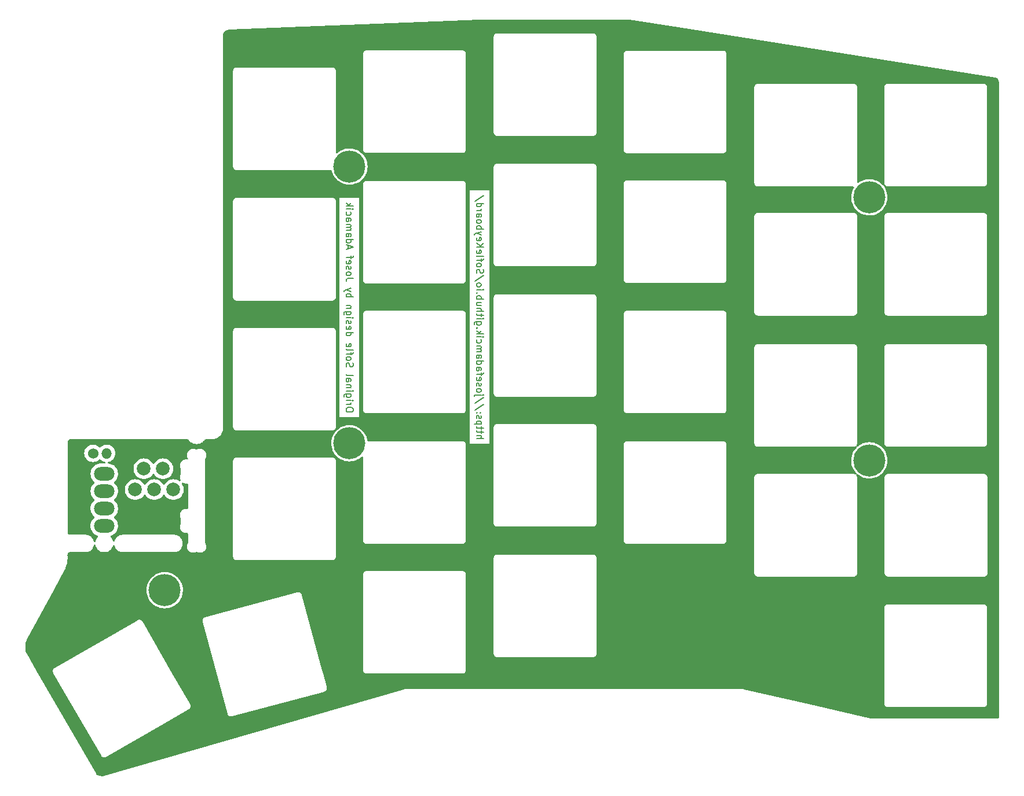
<source format=gbl>
G04 #@! TF.GenerationSoftware,KiCad,Pcbnew,(6.0.2-0)*
G04 #@! TF.CreationDate,2022-02-19T09:24:14+00:00*
G04 #@! TF.ProjectId,SofleKeyboardTopPlate,536f666c-654b-4657-9962-6f617264546f,rev?*
G04 #@! TF.SameCoordinates,Original*
G04 #@! TF.FileFunction,Copper,L2,Bot*
G04 #@! TF.FilePolarity,Positive*
%FSLAX46Y46*%
G04 Gerber Fmt 4.6, Leading zero omitted, Abs format (unit mm)*
G04 Created by KiCad (PCBNEW (6.0.2-0)) date 2022-02-19 09:24:14*
%MOMM*%
%LPD*%
G01*
G04 APERTURE LIST*
%ADD10C,0.150000*%
G04 #@! TA.AperFunction,NonConductor*
%ADD11C,0.150000*%
G04 #@! TD*
G04 #@! TA.AperFunction,ComponentPad*
%ADD12C,4.700000*%
G04 #@! TD*
G04 #@! TA.AperFunction,ComponentPad*
%ADD13O,3.000000X2.000000*%
G04 #@! TD*
G04 #@! TA.AperFunction,ComponentPad*
%ADD14C,1.524000*%
G04 #@! TD*
G04 #@! TA.AperFunction,ComponentPad*
%ADD15O,1.524000X1.524000*%
G04 #@! TD*
G04 #@! TA.AperFunction,ComponentPad*
%ADD16C,2.000000*%
G04 #@! TD*
G04 #@! TA.AperFunction,Conductor*
%ADD17C,0.250000*%
G04 #@! TD*
G04 APERTURE END LIST*
D10*
D11*
X149567619Y-98214285D02*
X150567619Y-98214285D01*
X149567619Y-97785714D02*
X150091428Y-97785714D01*
X150186666Y-97833333D01*
X150234285Y-97928571D01*
X150234285Y-98071428D01*
X150186666Y-98166666D01*
X150139047Y-98214285D01*
X150234285Y-97452380D02*
X150234285Y-97071428D01*
X150567619Y-97309523D02*
X149710476Y-97309523D01*
X149615238Y-97261904D01*
X149567619Y-97166666D01*
X149567619Y-97071428D01*
X150234285Y-96880952D02*
X150234285Y-96500000D01*
X150567619Y-96738095D02*
X149710476Y-96738095D01*
X149615238Y-96690476D01*
X149567619Y-96595238D01*
X149567619Y-96500000D01*
X150234285Y-96166666D02*
X149234285Y-96166666D01*
X150186666Y-96166666D02*
X150234285Y-96071428D01*
X150234285Y-95880952D01*
X150186666Y-95785714D01*
X150139047Y-95738095D01*
X150043809Y-95690476D01*
X149758095Y-95690476D01*
X149662857Y-95738095D01*
X149615238Y-95785714D01*
X149567619Y-95880952D01*
X149567619Y-96071428D01*
X149615238Y-96166666D01*
X149615238Y-95309523D02*
X149567619Y-95214285D01*
X149567619Y-95023809D01*
X149615238Y-94928571D01*
X149710476Y-94880952D01*
X149758095Y-94880952D01*
X149853333Y-94928571D01*
X149900952Y-95023809D01*
X149900952Y-95166666D01*
X149948571Y-95261904D01*
X150043809Y-95309523D01*
X150091428Y-95309523D01*
X150186666Y-95261904D01*
X150234285Y-95166666D01*
X150234285Y-95023809D01*
X150186666Y-94928571D01*
X149662857Y-94452380D02*
X149615238Y-94404761D01*
X149567619Y-94452380D01*
X149615238Y-94500000D01*
X149662857Y-94452380D01*
X149567619Y-94452380D01*
X150186666Y-94452380D02*
X150139047Y-94404761D01*
X150091428Y-94452380D01*
X150139047Y-94500000D01*
X150186666Y-94452380D01*
X150091428Y-94452380D01*
X150615238Y-93261904D02*
X149329523Y-94119047D01*
X150615238Y-92214285D02*
X149329523Y-93071428D01*
X150234285Y-91880952D02*
X149377142Y-91880952D01*
X149281904Y-91928571D01*
X149234285Y-92023809D01*
X149234285Y-92071428D01*
X150567619Y-91880952D02*
X150520000Y-91928571D01*
X150472380Y-91880952D01*
X150520000Y-91833333D01*
X150567619Y-91880952D01*
X150472380Y-91880952D01*
X149567619Y-91261904D02*
X149615238Y-91357142D01*
X149662857Y-91404761D01*
X149758095Y-91452380D01*
X150043809Y-91452380D01*
X150139047Y-91404761D01*
X150186666Y-91357142D01*
X150234285Y-91261904D01*
X150234285Y-91119047D01*
X150186666Y-91023809D01*
X150139047Y-90976190D01*
X150043809Y-90928571D01*
X149758095Y-90928571D01*
X149662857Y-90976190D01*
X149615238Y-91023809D01*
X149567619Y-91119047D01*
X149567619Y-91261904D01*
X149615238Y-90547619D02*
X149567619Y-90452380D01*
X149567619Y-90261904D01*
X149615238Y-90166666D01*
X149710476Y-90119047D01*
X149758095Y-90119047D01*
X149853333Y-90166666D01*
X149900952Y-90261904D01*
X149900952Y-90404761D01*
X149948571Y-90500000D01*
X150043809Y-90547619D01*
X150091428Y-90547619D01*
X150186666Y-90500000D01*
X150234285Y-90404761D01*
X150234285Y-90261904D01*
X150186666Y-90166666D01*
X149615238Y-89309523D02*
X149567619Y-89404761D01*
X149567619Y-89595238D01*
X149615238Y-89690476D01*
X149710476Y-89738095D01*
X150091428Y-89738095D01*
X150186666Y-89690476D01*
X150234285Y-89595238D01*
X150234285Y-89404761D01*
X150186666Y-89309523D01*
X150091428Y-89261904D01*
X149996190Y-89261904D01*
X149900952Y-89738095D01*
X150234285Y-88976190D02*
X150234285Y-88595238D01*
X149567619Y-88833333D02*
X150424761Y-88833333D01*
X150520000Y-88785714D01*
X150567619Y-88690476D01*
X150567619Y-88595238D01*
X149567619Y-87833333D02*
X150091428Y-87833333D01*
X150186666Y-87880952D01*
X150234285Y-87976190D01*
X150234285Y-88166666D01*
X150186666Y-88261904D01*
X149615238Y-87833333D02*
X149567619Y-87928571D01*
X149567619Y-88166666D01*
X149615238Y-88261904D01*
X149710476Y-88309523D01*
X149805714Y-88309523D01*
X149900952Y-88261904D01*
X149948571Y-88166666D01*
X149948571Y-87928571D01*
X149996190Y-87833333D01*
X149567619Y-86928571D02*
X150567619Y-86928571D01*
X149615238Y-86928571D02*
X149567619Y-87023809D01*
X149567619Y-87214285D01*
X149615238Y-87309523D01*
X149662857Y-87357142D01*
X149758095Y-87404761D01*
X150043809Y-87404761D01*
X150139047Y-87357142D01*
X150186666Y-87309523D01*
X150234285Y-87214285D01*
X150234285Y-87023809D01*
X150186666Y-86928571D01*
X149567619Y-86023809D02*
X150091428Y-86023809D01*
X150186666Y-86071428D01*
X150234285Y-86166666D01*
X150234285Y-86357142D01*
X150186666Y-86452380D01*
X149615238Y-86023809D02*
X149567619Y-86119047D01*
X149567619Y-86357142D01*
X149615238Y-86452380D01*
X149710476Y-86500000D01*
X149805714Y-86500000D01*
X149900952Y-86452380D01*
X149948571Y-86357142D01*
X149948571Y-86119047D01*
X149996190Y-86023809D01*
X149567619Y-85547619D02*
X150234285Y-85547619D01*
X150139047Y-85547619D02*
X150186666Y-85500000D01*
X150234285Y-85404761D01*
X150234285Y-85261904D01*
X150186666Y-85166666D01*
X150091428Y-85119047D01*
X149567619Y-85119047D01*
X150091428Y-85119047D02*
X150186666Y-85071428D01*
X150234285Y-84976190D01*
X150234285Y-84833333D01*
X150186666Y-84738095D01*
X150091428Y-84690476D01*
X149567619Y-84690476D01*
X149615238Y-83785714D02*
X149567619Y-83880952D01*
X149567619Y-84071428D01*
X149615238Y-84166666D01*
X149662857Y-84214285D01*
X149758095Y-84261904D01*
X150043809Y-84261904D01*
X150139047Y-84214285D01*
X150186666Y-84166666D01*
X150234285Y-84071428D01*
X150234285Y-83880952D01*
X150186666Y-83785714D01*
X149567619Y-83357142D02*
X150234285Y-83357142D01*
X150567619Y-83357142D02*
X150520000Y-83404761D01*
X150472380Y-83357142D01*
X150520000Y-83309523D01*
X150567619Y-83357142D01*
X150472380Y-83357142D01*
X149567619Y-82880952D02*
X150567619Y-82880952D01*
X149948571Y-82785714D02*
X149567619Y-82500000D01*
X150234285Y-82500000D02*
X149853333Y-82880952D01*
X149662857Y-82071428D02*
X149615238Y-82023809D01*
X149567619Y-82071428D01*
X149615238Y-82119047D01*
X149662857Y-82071428D01*
X149567619Y-82071428D01*
X150234285Y-81166666D02*
X149424761Y-81166666D01*
X149329523Y-81214285D01*
X149281904Y-81261904D01*
X149234285Y-81357142D01*
X149234285Y-81500000D01*
X149281904Y-81595238D01*
X149615238Y-81166666D02*
X149567619Y-81261904D01*
X149567619Y-81452380D01*
X149615238Y-81547619D01*
X149662857Y-81595238D01*
X149758095Y-81642857D01*
X150043809Y-81642857D01*
X150139047Y-81595238D01*
X150186666Y-81547619D01*
X150234285Y-81452380D01*
X150234285Y-81261904D01*
X150186666Y-81166666D01*
X149567619Y-80690476D02*
X150234285Y-80690476D01*
X150567619Y-80690476D02*
X150520000Y-80738095D01*
X150472380Y-80690476D01*
X150520000Y-80642857D01*
X150567619Y-80690476D01*
X150472380Y-80690476D01*
X150234285Y-80357142D02*
X150234285Y-79976190D01*
X150567619Y-80214285D02*
X149710476Y-80214285D01*
X149615238Y-80166666D01*
X149567619Y-80071428D01*
X149567619Y-79976190D01*
X149567619Y-79642857D02*
X150567619Y-79642857D01*
X149567619Y-79214285D02*
X150091428Y-79214285D01*
X150186666Y-79261904D01*
X150234285Y-79357142D01*
X150234285Y-79500000D01*
X150186666Y-79595238D01*
X150139047Y-79642857D01*
X150234285Y-78309523D02*
X149567619Y-78309523D01*
X150234285Y-78738095D02*
X149710476Y-78738095D01*
X149615238Y-78690476D01*
X149567619Y-78595238D01*
X149567619Y-78452380D01*
X149615238Y-78357142D01*
X149662857Y-78309523D01*
X149567619Y-77833333D02*
X150567619Y-77833333D01*
X150186666Y-77833333D02*
X150234285Y-77738095D01*
X150234285Y-77547619D01*
X150186666Y-77452380D01*
X150139047Y-77404761D01*
X150043809Y-77357142D01*
X149758095Y-77357142D01*
X149662857Y-77404761D01*
X149615238Y-77452380D01*
X149567619Y-77547619D01*
X149567619Y-77738095D01*
X149615238Y-77833333D01*
X149662857Y-76928571D02*
X149615238Y-76880952D01*
X149567619Y-76928571D01*
X149615238Y-76976190D01*
X149662857Y-76928571D01*
X149567619Y-76928571D01*
X149567619Y-76452380D02*
X150234285Y-76452380D01*
X150567619Y-76452380D02*
X150520000Y-76500000D01*
X150472380Y-76452380D01*
X150520000Y-76404761D01*
X150567619Y-76452380D01*
X150472380Y-76452380D01*
X149567619Y-75833333D02*
X149615238Y-75928571D01*
X149662857Y-75976190D01*
X149758095Y-76023809D01*
X150043809Y-76023809D01*
X150139047Y-75976190D01*
X150186666Y-75928571D01*
X150234285Y-75833333D01*
X150234285Y-75690476D01*
X150186666Y-75595238D01*
X150139047Y-75547619D01*
X150043809Y-75500000D01*
X149758095Y-75500000D01*
X149662857Y-75547619D01*
X149615238Y-75595238D01*
X149567619Y-75690476D01*
X149567619Y-75833333D01*
X150615238Y-74357142D02*
X149329523Y-75214285D01*
X149615238Y-74071428D02*
X149567619Y-73928571D01*
X149567619Y-73690476D01*
X149615238Y-73595238D01*
X149662857Y-73547619D01*
X149758095Y-73500000D01*
X149853333Y-73500000D01*
X149948571Y-73547619D01*
X149996190Y-73595238D01*
X150043809Y-73690476D01*
X150091428Y-73880952D01*
X150139047Y-73976190D01*
X150186666Y-74023809D01*
X150281904Y-74071428D01*
X150377142Y-74071428D01*
X150472380Y-74023809D01*
X150520000Y-73976190D01*
X150567619Y-73880952D01*
X150567619Y-73642857D01*
X150520000Y-73500000D01*
X149567619Y-72928571D02*
X149615238Y-73023809D01*
X149662857Y-73071428D01*
X149758095Y-73119047D01*
X150043809Y-73119047D01*
X150139047Y-73071428D01*
X150186666Y-73023809D01*
X150234285Y-72928571D01*
X150234285Y-72785714D01*
X150186666Y-72690476D01*
X150139047Y-72642857D01*
X150043809Y-72595238D01*
X149758095Y-72595238D01*
X149662857Y-72642857D01*
X149615238Y-72690476D01*
X149567619Y-72785714D01*
X149567619Y-72928571D01*
X150234285Y-72309523D02*
X150234285Y-71928571D01*
X149567619Y-72166666D02*
X150424761Y-72166666D01*
X150520000Y-72119047D01*
X150567619Y-72023809D01*
X150567619Y-71928571D01*
X149567619Y-71452380D02*
X149615238Y-71547619D01*
X149710476Y-71595238D01*
X150567619Y-71595238D01*
X149615238Y-70690476D02*
X149567619Y-70785714D01*
X149567619Y-70976190D01*
X149615238Y-71071428D01*
X149710476Y-71119047D01*
X150091428Y-71119047D01*
X150186666Y-71071428D01*
X150234285Y-70976190D01*
X150234285Y-70785714D01*
X150186666Y-70690476D01*
X150091428Y-70642857D01*
X149996190Y-70642857D01*
X149900952Y-71119047D01*
X149567619Y-70214285D02*
X150567619Y-70214285D01*
X149567619Y-69642857D02*
X150139047Y-70071428D01*
X150567619Y-69642857D02*
X149996190Y-70214285D01*
X149615238Y-68833333D02*
X149567619Y-68928571D01*
X149567619Y-69119047D01*
X149615238Y-69214285D01*
X149710476Y-69261904D01*
X150091428Y-69261904D01*
X150186666Y-69214285D01*
X150234285Y-69119047D01*
X150234285Y-68928571D01*
X150186666Y-68833333D01*
X150091428Y-68785714D01*
X149996190Y-68785714D01*
X149900952Y-69261904D01*
X150234285Y-68452380D02*
X149567619Y-68214285D01*
X150234285Y-67976190D02*
X149567619Y-68214285D01*
X149329523Y-68309523D01*
X149281904Y-68357142D01*
X149234285Y-68452380D01*
X149567619Y-67595238D02*
X150567619Y-67595238D01*
X150186666Y-67595238D02*
X150234285Y-67500000D01*
X150234285Y-67309523D01*
X150186666Y-67214285D01*
X150139047Y-67166666D01*
X150043809Y-67119047D01*
X149758095Y-67119047D01*
X149662857Y-67166666D01*
X149615238Y-67214285D01*
X149567619Y-67309523D01*
X149567619Y-67500000D01*
X149615238Y-67595238D01*
X149567619Y-66547619D02*
X149615238Y-66642857D01*
X149662857Y-66690476D01*
X149758095Y-66738095D01*
X150043809Y-66738095D01*
X150139047Y-66690476D01*
X150186666Y-66642857D01*
X150234285Y-66547619D01*
X150234285Y-66404761D01*
X150186666Y-66309523D01*
X150139047Y-66261904D01*
X150043809Y-66214285D01*
X149758095Y-66214285D01*
X149662857Y-66261904D01*
X149615238Y-66309523D01*
X149567619Y-66404761D01*
X149567619Y-66547619D01*
X149567619Y-65357142D02*
X150091428Y-65357142D01*
X150186666Y-65404761D01*
X150234285Y-65500000D01*
X150234285Y-65690476D01*
X150186666Y-65785714D01*
X149615238Y-65357142D02*
X149567619Y-65452380D01*
X149567619Y-65690476D01*
X149615238Y-65785714D01*
X149710476Y-65833333D01*
X149805714Y-65833333D01*
X149900952Y-65785714D01*
X149948571Y-65690476D01*
X149948571Y-65452380D01*
X149996190Y-65357142D01*
X149567619Y-64880952D02*
X150234285Y-64880952D01*
X150043809Y-64880952D02*
X150139047Y-64833333D01*
X150186666Y-64785714D01*
X150234285Y-64690476D01*
X150234285Y-64595238D01*
X149567619Y-63833333D02*
X150567619Y-63833333D01*
X149615238Y-63833333D02*
X149567619Y-63928571D01*
X149567619Y-64119047D01*
X149615238Y-64214285D01*
X149662857Y-64261904D01*
X149758095Y-64309523D01*
X150043809Y-64309523D01*
X150139047Y-64261904D01*
X150186666Y-64214285D01*
X150234285Y-64119047D01*
X150234285Y-63928571D01*
X150186666Y-63833333D01*
X150615238Y-62642857D02*
X149329523Y-63500000D01*
D10*
D11*
X131517619Y-94141619D02*
X131517619Y-93951142D01*
X131470000Y-93855904D01*
X131374761Y-93760666D01*
X131184285Y-93713047D01*
X130850952Y-93713047D01*
X130660476Y-93760666D01*
X130565238Y-93855904D01*
X130517619Y-93951142D01*
X130517619Y-94141619D01*
X130565238Y-94236857D01*
X130660476Y-94332095D01*
X130850952Y-94379714D01*
X131184285Y-94379714D01*
X131374761Y-94332095D01*
X131470000Y-94236857D01*
X131517619Y-94141619D01*
X130517619Y-93284476D02*
X131184285Y-93284476D01*
X130993809Y-93284476D02*
X131089047Y-93236857D01*
X131136666Y-93189238D01*
X131184285Y-93094000D01*
X131184285Y-92998761D01*
X130517619Y-92665428D02*
X131184285Y-92665428D01*
X131517619Y-92665428D02*
X131470000Y-92713047D01*
X131422380Y-92665428D01*
X131470000Y-92617809D01*
X131517619Y-92665428D01*
X131422380Y-92665428D01*
X131184285Y-91760666D02*
X130374761Y-91760666D01*
X130279523Y-91808285D01*
X130231904Y-91855904D01*
X130184285Y-91951142D01*
X130184285Y-92094000D01*
X130231904Y-92189238D01*
X130565238Y-91760666D02*
X130517619Y-91855904D01*
X130517619Y-92046380D01*
X130565238Y-92141619D01*
X130612857Y-92189238D01*
X130708095Y-92236857D01*
X130993809Y-92236857D01*
X131089047Y-92189238D01*
X131136666Y-92141619D01*
X131184285Y-92046380D01*
X131184285Y-91855904D01*
X131136666Y-91760666D01*
X130517619Y-91284476D02*
X131184285Y-91284476D01*
X131517619Y-91284476D02*
X131470000Y-91332095D01*
X131422380Y-91284476D01*
X131470000Y-91236857D01*
X131517619Y-91284476D01*
X131422380Y-91284476D01*
X131184285Y-90808285D02*
X130517619Y-90808285D01*
X131089047Y-90808285D02*
X131136666Y-90760666D01*
X131184285Y-90665428D01*
X131184285Y-90522571D01*
X131136666Y-90427333D01*
X131041428Y-90379714D01*
X130517619Y-90379714D01*
X130517619Y-89474952D02*
X131041428Y-89474952D01*
X131136666Y-89522571D01*
X131184285Y-89617809D01*
X131184285Y-89808285D01*
X131136666Y-89903523D01*
X130565238Y-89474952D02*
X130517619Y-89570190D01*
X130517619Y-89808285D01*
X130565238Y-89903523D01*
X130660476Y-89951142D01*
X130755714Y-89951142D01*
X130850952Y-89903523D01*
X130898571Y-89808285D01*
X130898571Y-89570190D01*
X130946190Y-89474952D01*
X130517619Y-88855904D02*
X130565238Y-88951142D01*
X130660476Y-88998761D01*
X131517619Y-88998761D01*
X130565238Y-87760666D02*
X130517619Y-87617809D01*
X130517619Y-87379714D01*
X130565238Y-87284476D01*
X130612857Y-87236857D01*
X130708095Y-87189238D01*
X130803333Y-87189238D01*
X130898571Y-87236857D01*
X130946190Y-87284476D01*
X130993809Y-87379714D01*
X131041428Y-87570190D01*
X131089047Y-87665428D01*
X131136666Y-87713047D01*
X131231904Y-87760666D01*
X131327142Y-87760666D01*
X131422380Y-87713047D01*
X131470000Y-87665428D01*
X131517619Y-87570190D01*
X131517619Y-87332095D01*
X131470000Y-87189238D01*
X130517619Y-86617809D02*
X130565238Y-86713047D01*
X130612857Y-86760666D01*
X130708095Y-86808285D01*
X130993809Y-86808285D01*
X131089047Y-86760666D01*
X131136666Y-86713047D01*
X131184285Y-86617809D01*
X131184285Y-86474952D01*
X131136666Y-86379714D01*
X131089047Y-86332095D01*
X130993809Y-86284476D01*
X130708095Y-86284476D01*
X130612857Y-86332095D01*
X130565238Y-86379714D01*
X130517619Y-86474952D01*
X130517619Y-86617809D01*
X131184285Y-85998761D02*
X131184285Y-85617809D01*
X130517619Y-85855904D02*
X131374761Y-85855904D01*
X131470000Y-85808285D01*
X131517619Y-85713047D01*
X131517619Y-85617809D01*
X130517619Y-85141619D02*
X130565238Y-85236857D01*
X130660476Y-85284476D01*
X131517619Y-85284476D01*
X130565238Y-84379714D02*
X130517619Y-84474952D01*
X130517619Y-84665428D01*
X130565238Y-84760666D01*
X130660476Y-84808285D01*
X131041428Y-84808285D01*
X131136666Y-84760666D01*
X131184285Y-84665428D01*
X131184285Y-84474952D01*
X131136666Y-84379714D01*
X131041428Y-84332095D01*
X130946190Y-84332095D01*
X130850952Y-84808285D01*
X130517619Y-82713047D02*
X131517619Y-82713047D01*
X130565238Y-82713047D02*
X130517619Y-82808285D01*
X130517619Y-82998761D01*
X130565238Y-83094000D01*
X130612857Y-83141619D01*
X130708095Y-83189238D01*
X130993809Y-83189238D01*
X131089047Y-83141619D01*
X131136666Y-83094000D01*
X131184285Y-82998761D01*
X131184285Y-82808285D01*
X131136666Y-82713047D01*
X130565238Y-81855904D02*
X130517619Y-81951142D01*
X130517619Y-82141619D01*
X130565238Y-82236857D01*
X130660476Y-82284476D01*
X131041428Y-82284476D01*
X131136666Y-82236857D01*
X131184285Y-82141619D01*
X131184285Y-81951142D01*
X131136666Y-81855904D01*
X131041428Y-81808285D01*
X130946190Y-81808285D01*
X130850952Y-82284476D01*
X130565238Y-81427333D02*
X130517619Y-81332095D01*
X130517619Y-81141619D01*
X130565238Y-81046380D01*
X130660476Y-80998761D01*
X130708095Y-80998761D01*
X130803333Y-81046380D01*
X130850952Y-81141619D01*
X130850952Y-81284476D01*
X130898571Y-81379714D01*
X130993809Y-81427333D01*
X131041428Y-81427333D01*
X131136666Y-81379714D01*
X131184285Y-81284476D01*
X131184285Y-81141619D01*
X131136666Y-81046380D01*
X130517619Y-80570190D02*
X131184285Y-80570190D01*
X131517619Y-80570190D02*
X131470000Y-80617809D01*
X131422380Y-80570190D01*
X131470000Y-80522571D01*
X131517619Y-80570190D01*
X131422380Y-80570190D01*
X131184285Y-79665428D02*
X130374761Y-79665428D01*
X130279523Y-79713047D01*
X130231904Y-79760666D01*
X130184285Y-79855904D01*
X130184285Y-79998761D01*
X130231904Y-80094000D01*
X130565238Y-79665428D02*
X130517619Y-79760666D01*
X130517619Y-79951142D01*
X130565238Y-80046380D01*
X130612857Y-80094000D01*
X130708095Y-80141619D01*
X130993809Y-80141619D01*
X131089047Y-80094000D01*
X131136666Y-80046380D01*
X131184285Y-79951142D01*
X131184285Y-79760666D01*
X131136666Y-79665428D01*
X131184285Y-79189238D02*
X130517619Y-79189238D01*
X131089047Y-79189238D02*
X131136666Y-79141619D01*
X131184285Y-79046380D01*
X131184285Y-78903523D01*
X131136666Y-78808285D01*
X131041428Y-78760666D01*
X130517619Y-78760666D01*
X130517619Y-77522571D02*
X131517619Y-77522571D01*
X131136666Y-77522571D02*
X131184285Y-77427333D01*
X131184285Y-77236857D01*
X131136666Y-77141619D01*
X131089047Y-77094000D01*
X130993809Y-77046380D01*
X130708095Y-77046380D01*
X130612857Y-77094000D01*
X130565238Y-77141619D01*
X130517619Y-77236857D01*
X130517619Y-77427333D01*
X130565238Y-77522571D01*
X131184285Y-76713047D02*
X130517619Y-76474952D01*
X131184285Y-76236857D02*
X130517619Y-76474952D01*
X130279523Y-76570190D01*
X130231904Y-76617809D01*
X130184285Y-76713047D01*
X131517619Y-74808285D02*
X130803333Y-74808285D01*
X130660476Y-74855904D01*
X130565238Y-74951142D01*
X130517619Y-75094000D01*
X130517619Y-75189238D01*
X130517619Y-74189238D02*
X130565238Y-74284476D01*
X130612857Y-74332095D01*
X130708095Y-74379714D01*
X130993809Y-74379714D01*
X131089047Y-74332095D01*
X131136666Y-74284476D01*
X131184285Y-74189238D01*
X131184285Y-74046380D01*
X131136666Y-73951142D01*
X131089047Y-73903523D01*
X130993809Y-73855904D01*
X130708095Y-73855904D01*
X130612857Y-73903523D01*
X130565238Y-73951142D01*
X130517619Y-74046380D01*
X130517619Y-74189238D01*
X130565238Y-73474952D02*
X130517619Y-73379714D01*
X130517619Y-73189238D01*
X130565238Y-73094000D01*
X130660476Y-73046380D01*
X130708095Y-73046380D01*
X130803333Y-73094000D01*
X130850952Y-73189238D01*
X130850952Y-73332095D01*
X130898571Y-73427333D01*
X130993809Y-73474952D01*
X131041428Y-73474952D01*
X131136666Y-73427333D01*
X131184285Y-73332095D01*
X131184285Y-73189238D01*
X131136666Y-73094000D01*
X130565238Y-72236857D02*
X130517619Y-72332095D01*
X130517619Y-72522571D01*
X130565238Y-72617809D01*
X130660476Y-72665428D01*
X131041428Y-72665428D01*
X131136666Y-72617809D01*
X131184285Y-72522571D01*
X131184285Y-72332095D01*
X131136666Y-72236857D01*
X131041428Y-72189238D01*
X130946190Y-72189238D01*
X130850952Y-72665428D01*
X131184285Y-71903523D02*
X131184285Y-71522571D01*
X130517619Y-71760666D02*
X131374761Y-71760666D01*
X131470000Y-71713047D01*
X131517619Y-71617809D01*
X131517619Y-71522571D01*
X130803333Y-70474952D02*
X130803333Y-69998761D01*
X130517619Y-70570190D02*
X131517619Y-70236857D01*
X130517619Y-69903523D01*
X130517619Y-69141619D02*
X131517619Y-69141619D01*
X130565238Y-69141619D02*
X130517619Y-69236857D01*
X130517619Y-69427333D01*
X130565238Y-69522571D01*
X130612857Y-69570190D01*
X130708095Y-69617809D01*
X130993809Y-69617809D01*
X131089047Y-69570190D01*
X131136666Y-69522571D01*
X131184285Y-69427333D01*
X131184285Y-69236857D01*
X131136666Y-69141619D01*
X130517619Y-68236857D02*
X131041428Y-68236857D01*
X131136666Y-68284476D01*
X131184285Y-68379714D01*
X131184285Y-68570190D01*
X131136666Y-68665428D01*
X130565238Y-68236857D02*
X130517619Y-68332095D01*
X130517619Y-68570190D01*
X130565238Y-68665428D01*
X130660476Y-68713047D01*
X130755714Y-68713047D01*
X130850952Y-68665428D01*
X130898571Y-68570190D01*
X130898571Y-68332095D01*
X130946190Y-68236857D01*
X130517619Y-67760666D02*
X131184285Y-67760666D01*
X131089047Y-67760666D02*
X131136666Y-67713047D01*
X131184285Y-67617809D01*
X131184285Y-67474952D01*
X131136666Y-67379714D01*
X131041428Y-67332095D01*
X130517619Y-67332095D01*
X131041428Y-67332095D02*
X131136666Y-67284476D01*
X131184285Y-67189238D01*
X131184285Y-67046380D01*
X131136666Y-66951142D01*
X131041428Y-66903523D01*
X130517619Y-66903523D01*
X130517619Y-65998761D02*
X131041428Y-65998761D01*
X131136666Y-66046380D01*
X131184285Y-66141619D01*
X131184285Y-66332095D01*
X131136666Y-66427333D01*
X130565238Y-65998761D02*
X130517619Y-66094000D01*
X130517619Y-66332095D01*
X130565238Y-66427333D01*
X130660476Y-66474952D01*
X130755714Y-66474952D01*
X130850952Y-66427333D01*
X130898571Y-66332095D01*
X130898571Y-66094000D01*
X130946190Y-65998761D01*
X130565238Y-65094000D02*
X130517619Y-65189238D01*
X130517619Y-65379714D01*
X130565238Y-65474952D01*
X130612857Y-65522571D01*
X130708095Y-65570190D01*
X130993809Y-65570190D01*
X131089047Y-65522571D01*
X131136666Y-65474952D01*
X131184285Y-65379714D01*
X131184285Y-65189238D01*
X131136666Y-65094000D01*
X130517619Y-64665428D02*
X131184285Y-64665428D01*
X131517619Y-64665428D02*
X131470000Y-64713047D01*
X131422380Y-64665428D01*
X131470000Y-64617809D01*
X131517619Y-64665428D01*
X131422380Y-64665428D01*
X130517619Y-64189238D02*
X131517619Y-64189238D01*
X130898571Y-64094000D02*
X130517619Y-63808285D01*
X131184285Y-63808285D02*
X130803333Y-64189238D01*
D12*
X206995000Y-62945000D03*
X130995000Y-58445000D03*
X206995000Y-101445000D03*
X130995000Y-98945000D03*
X103995000Y-120445000D03*
D13*
X95155987Y-103412499D03*
X95155987Y-105952499D03*
X95155987Y-108492499D03*
X95155987Y-111032499D03*
D14*
X93505987Y-100412499D03*
D15*
X95505987Y-100412499D03*
D16*
X102471000Y-105713000D03*
X103741000Y-102665000D03*
X100947000Y-102665000D03*
X105265000Y-105713000D03*
X99677000Y-105713000D03*
D17*
X95155987Y-103412499D02*
X95155987Y-103578652D01*
G04 #@! TA.AperFunction,NonConductor*
G36*
X171914928Y-36954540D02*
G01*
X179017097Y-38075107D01*
X225361754Y-45387282D01*
X225373366Y-45389678D01*
X225490953Y-45419781D01*
X225512204Y-45427303D01*
X225594333Y-45464949D01*
X225613574Y-45475911D01*
X225687029Y-45526798D01*
X225703815Y-45540725D01*
X225767308Y-45603449D01*
X225781377Y-45619977D01*
X225789678Y-45631630D01*
X225833171Y-45692688D01*
X225844238Y-45711477D01*
X225882760Y-45792115D01*
X225890517Y-45812878D01*
X225914564Y-45899957D01*
X225918595Y-45922118D01*
X225929666Y-46044207D01*
X225930181Y-46055584D01*
X225930447Y-61293147D01*
X225931800Y-138931126D01*
X225931802Y-139070817D01*
X225911801Y-139138938D01*
X225858146Y-139185432D01*
X225805802Y-139196819D01*
X213339959Y-139196820D01*
X207176938Y-139196820D01*
X207148824Y-139193644D01*
X198083599Y-137118652D01*
X209177524Y-137118652D01*
X209179990Y-137127281D01*
X209179991Y-137127286D01*
X209185639Y-137147048D01*
X209189217Y-137163809D01*
X209192130Y-137184152D01*
X209192133Y-137184162D01*
X209193405Y-137193045D01*
X209204021Y-137216395D01*
X209210464Y-137233907D01*
X209217512Y-137258565D01*
X209233274Y-137283548D01*
X209241404Y-137298614D01*
X209253633Y-137325510D01*
X209270374Y-137344939D01*
X209281479Y-137359947D01*
X209295160Y-137381631D01*
X209301888Y-137387573D01*
X209317296Y-137401181D01*
X209329340Y-137413373D01*
X209348619Y-137435747D01*
X209356147Y-137440626D01*
X209356150Y-137440629D01*
X209370139Y-137449696D01*
X209385013Y-137460986D01*
X209404228Y-137477956D01*
X209412354Y-137481771D01*
X209412355Y-137481772D01*
X209418021Y-137484432D01*
X209430966Y-137490510D01*
X209445935Y-137498824D01*
X209470727Y-137514893D01*
X209487650Y-137519954D01*
X209495290Y-137522239D01*
X209512736Y-137528901D01*
X209535948Y-137539799D01*
X209565130Y-137544343D01*
X209581849Y-137548126D01*
X209601536Y-137554014D01*
X209601539Y-137554015D01*
X209610141Y-137556587D01*
X209619116Y-137556642D01*
X209619117Y-137556642D01*
X209625810Y-137556683D01*
X209644556Y-137556797D01*
X209645328Y-137556830D01*
X209646423Y-137557000D01*
X209677298Y-137557000D01*
X209678068Y-137557002D01*
X209751716Y-137557452D01*
X209751717Y-137557452D01*
X209755652Y-137557476D01*
X209756996Y-137557092D01*
X209758341Y-137557000D01*
X223677298Y-137557000D01*
X223678069Y-137557002D01*
X223755652Y-137557476D01*
X223764281Y-137555010D01*
X223764286Y-137555009D01*
X223784048Y-137549361D01*
X223800809Y-137545783D01*
X223821152Y-137542870D01*
X223821162Y-137542867D01*
X223830045Y-137541595D01*
X223853395Y-137530979D01*
X223870907Y-137524536D01*
X223886937Y-137519954D01*
X223895565Y-137517488D01*
X223920548Y-137501726D01*
X223935614Y-137493596D01*
X223962510Y-137481367D01*
X223981939Y-137464626D01*
X223996947Y-137453521D01*
X224011039Y-137444630D01*
X224018631Y-137439840D01*
X224038182Y-137417703D01*
X224050374Y-137405659D01*
X224065949Y-137392239D01*
X224065950Y-137392237D01*
X224072747Y-137386381D01*
X224077626Y-137378853D01*
X224077629Y-137378850D01*
X224086696Y-137364861D01*
X224097986Y-137349987D01*
X224109012Y-137337502D01*
X224114956Y-137330772D01*
X224127510Y-137304034D01*
X224135824Y-137289065D01*
X224151893Y-137264273D01*
X224159239Y-137239709D01*
X224165901Y-137222264D01*
X224172983Y-137207179D01*
X224176799Y-137199052D01*
X224181343Y-137169870D01*
X224185126Y-137153151D01*
X224191014Y-137133464D01*
X224191015Y-137133461D01*
X224193587Y-137124859D01*
X224193797Y-137090444D01*
X224193830Y-137089672D01*
X224194000Y-137088577D01*
X224194000Y-137057702D01*
X224194002Y-137056932D01*
X224194452Y-136983284D01*
X224194452Y-136983283D01*
X224194476Y-136979348D01*
X224194092Y-136978004D01*
X224194000Y-136976659D01*
X224194000Y-123057702D01*
X224194002Y-123056932D01*
X224194421Y-122988322D01*
X224194476Y-122979348D01*
X224192010Y-122970719D01*
X224192009Y-122970714D01*
X224186361Y-122950952D01*
X224182783Y-122934191D01*
X224179870Y-122913848D01*
X224179867Y-122913838D01*
X224178595Y-122904955D01*
X224167979Y-122881605D01*
X224161536Y-122864093D01*
X224156954Y-122848063D01*
X224154488Y-122839435D01*
X224138726Y-122814452D01*
X224130596Y-122799386D01*
X224118367Y-122772490D01*
X224101626Y-122753061D01*
X224090521Y-122738053D01*
X224081630Y-122723961D01*
X224076840Y-122716369D01*
X224054703Y-122696818D01*
X224042659Y-122684626D01*
X224029239Y-122669051D01*
X224029237Y-122669050D01*
X224023381Y-122662253D01*
X224015853Y-122657374D01*
X224015850Y-122657371D01*
X224001861Y-122648304D01*
X223986987Y-122637014D01*
X223974502Y-122625988D01*
X223967772Y-122620044D01*
X223959646Y-122616229D01*
X223959645Y-122616228D01*
X223953979Y-122613568D01*
X223941034Y-122607490D01*
X223926065Y-122599176D01*
X223901273Y-122583107D01*
X223876709Y-122575761D01*
X223859264Y-122569099D01*
X223854827Y-122567016D01*
X223836052Y-122558201D01*
X223806870Y-122553657D01*
X223790151Y-122549874D01*
X223770464Y-122543986D01*
X223770461Y-122543985D01*
X223761859Y-122541413D01*
X223752884Y-122541358D01*
X223752883Y-122541358D01*
X223746190Y-122541317D01*
X223727444Y-122541203D01*
X223726672Y-122541170D01*
X223725577Y-122541000D01*
X223694702Y-122541000D01*
X223693932Y-122540998D01*
X223620284Y-122540548D01*
X223620283Y-122540548D01*
X223616348Y-122540524D01*
X223615004Y-122540908D01*
X223613659Y-122541000D01*
X209694702Y-122541000D01*
X209693932Y-122540998D01*
X209693078Y-122540993D01*
X209616348Y-122540524D01*
X209607719Y-122542990D01*
X209607714Y-122542991D01*
X209587952Y-122548639D01*
X209571191Y-122552217D01*
X209550848Y-122555130D01*
X209550838Y-122555133D01*
X209541955Y-122556405D01*
X209518605Y-122567021D01*
X209501093Y-122573464D01*
X209493057Y-122575761D01*
X209476435Y-122580512D01*
X209451452Y-122596274D01*
X209436386Y-122604404D01*
X209409490Y-122616633D01*
X209390061Y-122633374D01*
X209375053Y-122644479D01*
X209353369Y-122658160D01*
X209347427Y-122664888D01*
X209333819Y-122680296D01*
X209321627Y-122692340D01*
X209299253Y-122711619D01*
X209294374Y-122719147D01*
X209294371Y-122719150D01*
X209285304Y-122733139D01*
X209274014Y-122748013D01*
X209257044Y-122767228D01*
X209244490Y-122793966D01*
X209236176Y-122808935D01*
X209220107Y-122833727D01*
X209217535Y-122842327D01*
X209212761Y-122858290D01*
X209206099Y-122875736D01*
X209195201Y-122898948D01*
X209190658Y-122928128D01*
X209186874Y-122944849D01*
X209180986Y-122964536D01*
X209180985Y-122964539D01*
X209178413Y-122973141D01*
X209178358Y-122982116D01*
X209178358Y-122982117D01*
X209178203Y-123007546D01*
X209178170Y-123008328D01*
X209178000Y-123009423D01*
X209178000Y-123040298D01*
X209177998Y-123041068D01*
X209177729Y-123085176D01*
X209177524Y-123118652D01*
X209177908Y-123119996D01*
X209178000Y-123121341D01*
X209178000Y-137040298D01*
X209177998Y-137041068D01*
X209177524Y-137118652D01*
X198083599Y-137118652D01*
X188674895Y-134965039D01*
X188661797Y-134960524D01*
X188661761Y-134960640D01*
X188653176Y-134958015D01*
X188645052Y-134954201D01*
X188636185Y-134952820D01*
X188636184Y-134952820D01*
X188594689Y-134946359D01*
X188585970Y-134944685D01*
X188572790Y-134941668D01*
X188559673Y-134940580D01*
X188550696Y-134939510D01*
X188539394Y-134937750D01*
X188539393Y-134937750D01*
X188534577Y-134937000D01*
X188521751Y-134937000D01*
X188511333Y-134936569D01*
X188473440Y-134933425D01*
X188464497Y-134932683D01*
X188455701Y-134934482D01*
X188455262Y-134934508D01*
X188430636Y-134937000D01*
X139199719Y-134937000D01*
X139179839Y-134935422D01*
X139174118Y-134934508D01*
X139157439Y-134931843D01*
X139119671Y-134936629D01*
X139115920Y-134937000D01*
X139112651Y-134937000D01*
X139082176Y-134941364D01*
X139080183Y-134941633D01*
X139064306Y-134943645D01*
X139046520Y-134945899D01*
X139043357Y-134946811D01*
X139039732Y-134947443D01*
X139005083Y-134952405D01*
X138996914Y-134956119D01*
X138996911Y-134956120D01*
X138980866Y-134963415D01*
X138963599Y-134969789D01*
X94897124Y-147665724D01*
X94839701Y-147668617D01*
X94480204Y-147603254D01*
X94462900Y-147598820D01*
X94173464Y-147502342D01*
X94131308Y-147478474D01*
X93958158Y-147330060D01*
X93930968Y-147297271D01*
X85267995Y-132253278D01*
X87630449Y-132253278D01*
X87631208Y-132262222D01*
X87632946Y-132282705D01*
X87633230Y-132299841D01*
X87631710Y-132329337D01*
X87637633Y-132354295D01*
X87640584Y-132372726D01*
X87642752Y-132398273D01*
X87645991Y-132406644D01*
X87653407Y-132425814D01*
X87658489Y-132442182D01*
X87665309Y-132470920D01*
X87669749Y-132478720D01*
X87669750Y-132478722D01*
X87682332Y-132500824D01*
X87682696Y-132501520D01*
X87683093Y-132502547D01*
X87698594Y-132529398D01*
X87698870Y-132529879D01*
X87704990Y-132540630D01*
X87737295Y-132597380D01*
X87738299Y-132598352D01*
X87739053Y-132599474D01*
X89268332Y-135248263D01*
X94698680Y-144653904D01*
X94698854Y-144654206D01*
X94737295Y-144721736D01*
X94743747Y-144727978D01*
X94743749Y-144727980D01*
X94758523Y-144742272D01*
X94770002Y-144754998D01*
X94788245Y-144778222D01*
X94795554Y-144783445D01*
X94809104Y-144793129D01*
X94823448Y-144805080D01*
X94835429Y-144816669D01*
X94841882Y-144822911D01*
X94849825Y-144827090D01*
X94868023Y-144836665D01*
X94882605Y-144845653D01*
X94906636Y-144862826D01*
X94915110Y-144865785D01*
X94915113Y-144865787D01*
X94930846Y-144871282D01*
X94947969Y-144878727D01*
X94970660Y-144890665D01*
X94984619Y-144893492D01*
X94999609Y-144896528D01*
X95016139Y-144901066D01*
X95035541Y-144907842D01*
X95035543Y-144907842D01*
X95044015Y-144910801D01*
X95052979Y-144911263D01*
X95052980Y-144911263D01*
X95057092Y-144911475D01*
X95069622Y-144912120D01*
X95088141Y-144914460D01*
X95113278Y-144919551D01*
X95142714Y-144917053D01*
X95159846Y-144916769D01*
X95189336Y-144918289D01*
X95214279Y-144912370D01*
X95232714Y-144909417D01*
X95244876Y-144908385D01*
X95258273Y-144907248D01*
X95266645Y-144904009D01*
X95266650Y-144904008D01*
X95285822Y-144896591D01*
X95302184Y-144891510D01*
X95330920Y-144884690D01*
X95360825Y-144867667D01*
X95361515Y-144867306D01*
X95362547Y-144866907D01*
X95365123Y-144865419D01*
X95365132Y-144865415D01*
X95389385Y-144851412D01*
X95390056Y-144851028D01*
X95453949Y-144814659D01*
X95453959Y-144814653D01*
X95457380Y-144812705D01*
X95458354Y-144811699D01*
X95459466Y-144810951D01*
X103416187Y-140217137D01*
X107513815Y-137851371D01*
X107514424Y-137851022D01*
X107581736Y-137812705D01*
X107587976Y-137806254D01*
X107587983Y-137806249D01*
X107602275Y-137791475D01*
X107614999Y-137779998D01*
X107631161Y-137767302D01*
X107631163Y-137767300D01*
X107638222Y-137761755D01*
X107653133Y-137740889D01*
X107665084Y-137726545D01*
X107682910Y-137708118D01*
X107696659Y-137681986D01*
X107705653Y-137667395D01*
X107717608Y-137650666D01*
X107717609Y-137650665D01*
X107722826Y-137643364D01*
X107725785Y-137634891D01*
X107725787Y-137634887D01*
X107731281Y-137619156D01*
X107738726Y-137602033D01*
X107746483Y-137587289D01*
X107746483Y-137587288D01*
X107750665Y-137579340D01*
X107752447Y-137570543D01*
X107752450Y-137570534D01*
X107756530Y-137550388D01*
X107761067Y-137533859D01*
X107767841Y-137514461D01*
X107770801Y-137505985D01*
X107772120Y-137480377D01*
X107774460Y-137461858D01*
X107779551Y-137436721D01*
X107777053Y-137407285D01*
X107776769Y-137390148D01*
X107776964Y-137386381D01*
X107778289Y-137360664D01*
X107772370Y-137335721D01*
X107769417Y-137317286D01*
X107768007Y-137300669D01*
X107768007Y-137300667D01*
X107767248Y-137291727D01*
X107756592Y-137264183D01*
X107751510Y-137247816D01*
X107746763Y-137227814D01*
X107746762Y-137227811D01*
X107744690Y-137219080D01*
X107727668Y-137189176D01*
X107727307Y-137188487D01*
X107726907Y-137187452D01*
X107713257Y-137163809D01*
X107711372Y-137160545D01*
X107711080Y-137160037D01*
X107672705Y-137092620D01*
X107671700Y-137091647D01*
X107670950Y-137090531D01*
X107606759Y-136979348D01*
X105088871Y-132618239D01*
X100711440Y-125036307D01*
X100711057Y-125035639D01*
X100693395Y-125004612D01*
X100672705Y-124968264D01*
X100666252Y-124962021D01*
X100666250Y-124962019D01*
X100651477Y-124947728D01*
X100639996Y-124935000D01*
X100631229Y-124923839D01*
X100621755Y-124911778D01*
X100600889Y-124896867D01*
X100586545Y-124884916D01*
X100579953Y-124878539D01*
X100578716Y-124877342D01*
X109508874Y-124877342D01*
X109512039Y-124906715D01*
X109512712Y-124923831D01*
X109511861Y-124953352D01*
X109514131Y-124962034D01*
X109514131Y-124962038D01*
X109520561Y-124986635D01*
X109520734Y-124987407D01*
X109520852Y-124988505D01*
X109528100Y-125015555D01*
X109528867Y-125018416D01*
X109529064Y-125019160D01*
X109539428Y-125058808D01*
X109548663Y-125094135D01*
X109549382Y-125095335D01*
X109549817Y-125096605D01*
X113152316Y-138541309D01*
X113152513Y-138542053D01*
X113172130Y-138617096D01*
X113176744Y-138624791D01*
X113176745Y-138624792D01*
X113187319Y-138642424D01*
X113195115Y-138657692D01*
X113206724Y-138684844D01*
X113223024Y-138704653D01*
X113233780Y-138719901D01*
X113246968Y-138741892D01*
X113253554Y-138747980D01*
X113253558Y-138747985D01*
X113268653Y-138761938D01*
X113280420Y-138774403D01*
X113299185Y-138797207D01*
X113320373Y-138811633D01*
X113334988Y-138823258D01*
X113353822Y-138840668D01*
X113361852Y-138844663D01*
X113361855Y-138844665D01*
X113380270Y-138853826D01*
X113395052Y-138862481D01*
X113419466Y-138879104D01*
X113443857Y-138887005D01*
X113461146Y-138894060D01*
X113484104Y-138905482D01*
X113513171Y-138910686D01*
X113529800Y-138914847D01*
X113549358Y-138921183D01*
X113549360Y-138921183D01*
X113557897Y-138923949D01*
X113583530Y-138924687D01*
X113602096Y-138926606D01*
X113627342Y-138931126D01*
X113636261Y-138930165D01*
X113636263Y-138930165D01*
X113642916Y-138929448D01*
X113656709Y-138927962D01*
X113673825Y-138927289D01*
X113703352Y-138928140D01*
X113736632Y-138919440D01*
X113737410Y-138919266D01*
X113738505Y-138919148D01*
X113741379Y-138918378D01*
X113768407Y-138911136D01*
X113769151Y-138910940D01*
X113840314Y-138892337D01*
X113840328Y-138892332D01*
X113844135Y-138891337D01*
X113845333Y-138890619D01*
X113846607Y-138890183D01*
X127291340Y-135287676D01*
X127292083Y-135287480D01*
X127337110Y-135275709D01*
X127367096Y-135267870D01*
X127374796Y-135263253D01*
X127374802Y-135263250D01*
X127392434Y-135252677D01*
X127407697Y-135244883D01*
X127426588Y-135236806D01*
X127434844Y-135233276D01*
X127454644Y-135216983D01*
X127469906Y-135206217D01*
X127484193Y-135197650D01*
X127484194Y-135197649D01*
X127491892Y-135193033D01*
X127511941Y-135171344D01*
X127524405Y-135159578D01*
X127540275Y-135146519D01*
X127547207Y-135140815D01*
X127561638Y-135119621D01*
X127573253Y-135105019D01*
X127590668Y-135086179D01*
X127603825Y-135059733D01*
X127612483Y-135044945D01*
X127624050Y-135027957D01*
X127624051Y-135027956D01*
X127629104Y-135020534D01*
X127637007Y-134996138D01*
X127644059Y-134978857D01*
X127651483Y-134963934D01*
X127655482Y-134955896D01*
X127660686Y-134926829D01*
X127664847Y-134910200D01*
X127671183Y-134890642D01*
X127671183Y-134890640D01*
X127673949Y-134882103D01*
X127674687Y-134856470D01*
X127676606Y-134837904D01*
X127681126Y-134812658D01*
X127677962Y-134783291D01*
X127677289Y-134766168D01*
X127677881Y-134745620D01*
X127678140Y-134736648D01*
X127675869Y-134727963D01*
X127675869Y-134727959D01*
X127669440Y-134703367D01*
X127669265Y-134702586D01*
X127669148Y-134701496D01*
X127668376Y-134698614D01*
X127661128Y-134671561D01*
X127660932Y-134670820D01*
X127642334Y-134599679D01*
X127641337Y-134595865D01*
X127640616Y-134594664D01*
X127640182Y-134593396D01*
X127120382Y-132653476D01*
X127002799Y-132214652D01*
X132986524Y-132214652D01*
X132988990Y-132223281D01*
X132988991Y-132223286D01*
X132994639Y-132243048D01*
X132998217Y-132259809D01*
X133001130Y-132280152D01*
X133001133Y-132280162D01*
X133002405Y-132289045D01*
X133013021Y-132312395D01*
X133019464Y-132329907D01*
X133026512Y-132354565D01*
X133042274Y-132379548D01*
X133050404Y-132394614D01*
X133062633Y-132421510D01*
X133079374Y-132440939D01*
X133090479Y-132455947D01*
X133104160Y-132477631D01*
X133110888Y-132483573D01*
X133126296Y-132497181D01*
X133138340Y-132509373D01*
X133157619Y-132531747D01*
X133165147Y-132536626D01*
X133165150Y-132536629D01*
X133179139Y-132545696D01*
X133194013Y-132556986D01*
X133213228Y-132573956D01*
X133221354Y-132577771D01*
X133221355Y-132577772D01*
X133227021Y-132580432D01*
X133239966Y-132586510D01*
X133254935Y-132594824D01*
X133279727Y-132610893D01*
X133296650Y-132615954D01*
X133304290Y-132618239D01*
X133321736Y-132624901D01*
X133344948Y-132635799D01*
X133374130Y-132640343D01*
X133390849Y-132644126D01*
X133410536Y-132650014D01*
X133410539Y-132650015D01*
X133419141Y-132652587D01*
X133428116Y-132652642D01*
X133428117Y-132652642D01*
X133434810Y-132652683D01*
X133453556Y-132652797D01*
X133454328Y-132652830D01*
X133455423Y-132653000D01*
X133486298Y-132653000D01*
X133487068Y-132653002D01*
X133560716Y-132653452D01*
X133560717Y-132653452D01*
X133564652Y-132653476D01*
X133565996Y-132653092D01*
X133567341Y-132653000D01*
X147486298Y-132653000D01*
X147487069Y-132653002D01*
X147564652Y-132653476D01*
X147573281Y-132651010D01*
X147573286Y-132651009D01*
X147593048Y-132645361D01*
X147609809Y-132641783D01*
X147630152Y-132638870D01*
X147630162Y-132638867D01*
X147639045Y-132637595D01*
X147662395Y-132626979D01*
X147679907Y-132620536D01*
X147695937Y-132615954D01*
X147704565Y-132613488D01*
X147729548Y-132597726D01*
X147744614Y-132589596D01*
X147771510Y-132577367D01*
X147790939Y-132560626D01*
X147805947Y-132549521D01*
X147820039Y-132540630D01*
X147827631Y-132535840D01*
X147847182Y-132513703D01*
X147859374Y-132501659D01*
X147874949Y-132488239D01*
X147874950Y-132488237D01*
X147881747Y-132482381D01*
X147886626Y-132474853D01*
X147886629Y-132474850D01*
X147895696Y-132460861D01*
X147906986Y-132445987D01*
X147918012Y-132433502D01*
X147923956Y-132426772D01*
X147936510Y-132400034D01*
X147944824Y-132385065D01*
X147960893Y-132360273D01*
X147968239Y-132335709D01*
X147974901Y-132318264D01*
X147981983Y-132303179D01*
X147985799Y-132295052D01*
X147990343Y-132265870D01*
X147994126Y-132249151D01*
X148000014Y-132229464D01*
X148000015Y-132229461D01*
X148002587Y-132220859D01*
X148002797Y-132186444D01*
X148002830Y-132185672D01*
X148003000Y-132184577D01*
X148003000Y-132153702D01*
X148003002Y-132152932D01*
X148003452Y-132079284D01*
X148003452Y-132079283D01*
X148003476Y-132075348D01*
X148003092Y-132074004D01*
X148003000Y-132072659D01*
X148003000Y-129804652D01*
X152086524Y-129804652D01*
X152088990Y-129813281D01*
X152088991Y-129813286D01*
X152094639Y-129833048D01*
X152098217Y-129849809D01*
X152101130Y-129870152D01*
X152101133Y-129870162D01*
X152102405Y-129879045D01*
X152113021Y-129902395D01*
X152119464Y-129919907D01*
X152126512Y-129944565D01*
X152142274Y-129969548D01*
X152150404Y-129984614D01*
X152162633Y-130011510D01*
X152179374Y-130030939D01*
X152190479Y-130045947D01*
X152204160Y-130067631D01*
X152210888Y-130073573D01*
X152226296Y-130087181D01*
X152238340Y-130099373D01*
X152257619Y-130121747D01*
X152265147Y-130126626D01*
X152265150Y-130126629D01*
X152279139Y-130135696D01*
X152294013Y-130146986D01*
X152313228Y-130163956D01*
X152321354Y-130167771D01*
X152321355Y-130167772D01*
X152327021Y-130170432D01*
X152339966Y-130176510D01*
X152354935Y-130184824D01*
X152379727Y-130200893D01*
X152396650Y-130205954D01*
X152404290Y-130208239D01*
X152421736Y-130214901D01*
X152444948Y-130225799D01*
X152474130Y-130230343D01*
X152490849Y-130234126D01*
X152510536Y-130240014D01*
X152510539Y-130240015D01*
X152519141Y-130242587D01*
X152528116Y-130242642D01*
X152528117Y-130242642D01*
X152534810Y-130242683D01*
X152553556Y-130242797D01*
X152554328Y-130242830D01*
X152555423Y-130243000D01*
X152586298Y-130243000D01*
X152587068Y-130243002D01*
X152660716Y-130243452D01*
X152660717Y-130243452D01*
X152664652Y-130243476D01*
X152665996Y-130243092D01*
X152667341Y-130243000D01*
X166586298Y-130243000D01*
X166587069Y-130243002D01*
X166664652Y-130243476D01*
X166673281Y-130241010D01*
X166673286Y-130241009D01*
X166693048Y-130235361D01*
X166709809Y-130231783D01*
X166730152Y-130228870D01*
X166730162Y-130228867D01*
X166739045Y-130227595D01*
X166762395Y-130216979D01*
X166779907Y-130210536D01*
X166795937Y-130205954D01*
X166804565Y-130203488D01*
X166829548Y-130187726D01*
X166844614Y-130179596D01*
X166871510Y-130167367D01*
X166890939Y-130150626D01*
X166905947Y-130139521D01*
X166920039Y-130130630D01*
X166927631Y-130125840D01*
X166947182Y-130103703D01*
X166959374Y-130091659D01*
X166974949Y-130078239D01*
X166974950Y-130078237D01*
X166981747Y-130072381D01*
X166986626Y-130064853D01*
X166986629Y-130064850D01*
X166995696Y-130050861D01*
X167006986Y-130035987D01*
X167018012Y-130023502D01*
X167023956Y-130016772D01*
X167036510Y-129990034D01*
X167044824Y-129975065D01*
X167060893Y-129950273D01*
X167068239Y-129925709D01*
X167074901Y-129908264D01*
X167081983Y-129893179D01*
X167085799Y-129885052D01*
X167090343Y-129855870D01*
X167094126Y-129839151D01*
X167100014Y-129819464D01*
X167100015Y-129819461D01*
X167102587Y-129810859D01*
X167102797Y-129776444D01*
X167102830Y-129775672D01*
X167103000Y-129774577D01*
X167103000Y-129743702D01*
X167103002Y-129742932D01*
X167103452Y-129669284D01*
X167103452Y-129669283D01*
X167103476Y-129665348D01*
X167103092Y-129664004D01*
X167103000Y-129662659D01*
X167103000Y-118014652D01*
X190186524Y-118014652D01*
X190188990Y-118023281D01*
X190188991Y-118023286D01*
X190194639Y-118043048D01*
X190198217Y-118059809D01*
X190201130Y-118080152D01*
X190201133Y-118080162D01*
X190202405Y-118089045D01*
X190213021Y-118112395D01*
X190219464Y-118129907D01*
X190221511Y-118137068D01*
X190226512Y-118154565D01*
X190242274Y-118179548D01*
X190250404Y-118194614D01*
X190262633Y-118221510D01*
X190279374Y-118240939D01*
X190290479Y-118255947D01*
X190304160Y-118277631D01*
X190310888Y-118283573D01*
X190326296Y-118297181D01*
X190338340Y-118309373D01*
X190357619Y-118331747D01*
X190365147Y-118336626D01*
X190365150Y-118336629D01*
X190379139Y-118345696D01*
X190394013Y-118356986D01*
X190413228Y-118373956D01*
X190421354Y-118377771D01*
X190421355Y-118377772D01*
X190427021Y-118380432D01*
X190439966Y-118386510D01*
X190454935Y-118394824D01*
X190479727Y-118410893D01*
X190496650Y-118415954D01*
X190504290Y-118418239D01*
X190521736Y-118424901D01*
X190544948Y-118435799D01*
X190574130Y-118440343D01*
X190590849Y-118444126D01*
X190610536Y-118450014D01*
X190610539Y-118450015D01*
X190619141Y-118452587D01*
X190628116Y-118452642D01*
X190628117Y-118452642D01*
X190634810Y-118452683D01*
X190653556Y-118452797D01*
X190654328Y-118452830D01*
X190655423Y-118453000D01*
X190686298Y-118453000D01*
X190687068Y-118453002D01*
X190760716Y-118453452D01*
X190760717Y-118453452D01*
X190764652Y-118453476D01*
X190765996Y-118453092D01*
X190767341Y-118453000D01*
X204686298Y-118453000D01*
X204687069Y-118453002D01*
X204764652Y-118453476D01*
X204773281Y-118451010D01*
X204773286Y-118451009D01*
X204793048Y-118445361D01*
X204809809Y-118441783D01*
X204830152Y-118438870D01*
X204830162Y-118438867D01*
X204839045Y-118437595D01*
X204862395Y-118426979D01*
X204879907Y-118420536D01*
X204895937Y-118415954D01*
X204904565Y-118413488D01*
X204929548Y-118397726D01*
X204944614Y-118389596D01*
X204971510Y-118377367D01*
X204990939Y-118360626D01*
X205005947Y-118349521D01*
X205020039Y-118340630D01*
X205027631Y-118335840D01*
X205047182Y-118313703D01*
X205059374Y-118301659D01*
X205074949Y-118288239D01*
X205074950Y-118288237D01*
X205081747Y-118282381D01*
X205086626Y-118274853D01*
X205086629Y-118274850D01*
X205095696Y-118260861D01*
X205106986Y-118245987D01*
X205118012Y-118233502D01*
X205123956Y-118226772D01*
X205136510Y-118200034D01*
X205144824Y-118185065D01*
X205160893Y-118160273D01*
X205168239Y-118135709D01*
X205174901Y-118118264D01*
X205181983Y-118103179D01*
X205185799Y-118095052D01*
X205190343Y-118065870D01*
X205194126Y-118049151D01*
X205200014Y-118029464D01*
X205200015Y-118029461D01*
X205202587Y-118020859D01*
X205202625Y-118014652D01*
X209236524Y-118014652D01*
X209238990Y-118023281D01*
X209238991Y-118023286D01*
X209244639Y-118043048D01*
X209248217Y-118059809D01*
X209251130Y-118080152D01*
X209251133Y-118080162D01*
X209252405Y-118089045D01*
X209263021Y-118112395D01*
X209269464Y-118129907D01*
X209271511Y-118137068D01*
X209276512Y-118154565D01*
X209292274Y-118179548D01*
X209300404Y-118194614D01*
X209312633Y-118221510D01*
X209329374Y-118240939D01*
X209340479Y-118255947D01*
X209354160Y-118277631D01*
X209360888Y-118283573D01*
X209376296Y-118297181D01*
X209388340Y-118309373D01*
X209407619Y-118331747D01*
X209415147Y-118336626D01*
X209415150Y-118336629D01*
X209429139Y-118345696D01*
X209444013Y-118356986D01*
X209463228Y-118373956D01*
X209471354Y-118377771D01*
X209471355Y-118377772D01*
X209477021Y-118380432D01*
X209489966Y-118386510D01*
X209504935Y-118394824D01*
X209529727Y-118410893D01*
X209546650Y-118415954D01*
X209554290Y-118418239D01*
X209571736Y-118424901D01*
X209594948Y-118435799D01*
X209624130Y-118440343D01*
X209640849Y-118444126D01*
X209660536Y-118450014D01*
X209660539Y-118450015D01*
X209669141Y-118452587D01*
X209678116Y-118452642D01*
X209678117Y-118452642D01*
X209684810Y-118452683D01*
X209703556Y-118452797D01*
X209704328Y-118452830D01*
X209705423Y-118453000D01*
X209736298Y-118453000D01*
X209737068Y-118453002D01*
X209810716Y-118453452D01*
X209810717Y-118453452D01*
X209814652Y-118453476D01*
X209815996Y-118453092D01*
X209817341Y-118453000D01*
X223736298Y-118453000D01*
X223737069Y-118453002D01*
X223814652Y-118453476D01*
X223823281Y-118451010D01*
X223823286Y-118451009D01*
X223843048Y-118445361D01*
X223859809Y-118441783D01*
X223880152Y-118438870D01*
X223880162Y-118438867D01*
X223889045Y-118437595D01*
X223912395Y-118426979D01*
X223929907Y-118420536D01*
X223945937Y-118415954D01*
X223954565Y-118413488D01*
X223979548Y-118397726D01*
X223994614Y-118389596D01*
X224021510Y-118377367D01*
X224040939Y-118360626D01*
X224055947Y-118349521D01*
X224070039Y-118340630D01*
X224077631Y-118335840D01*
X224097182Y-118313703D01*
X224109374Y-118301659D01*
X224124949Y-118288239D01*
X224124950Y-118288237D01*
X224131747Y-118282381D01*
X224136626Y-118274853D01*
X224136629Y-118274850D01*
X224145696Y-118260861D01*
X224156986Y-118245987D01*
X224168012Y-118233502D01*
X224173956Y-118226772D01*
X224186510Y-118200034D01*
X224194824Y-118185065D01*
X224210893Y-118160273D01*
X224218239Y-118135709D01*
X224224901Y-118118264D01*
X224231983Y-118103179D01*
X224235799Y-118095052D01*
X224240343Y-118065870D01*
X224244126Y-118049151D01*
X224250014Y-118029464D01*
X224250015Y-118029461D01*
X224252587Y-118020859D01*
X224252797Y-117986444D01*
X224252830Y-117985672D01*
X224253000Y-117984577D01*
X224253000Y-117953702D01*
X224253002Y-117952932D01*
X224253452Y-117879284D01*
X224253452Y-117879283D01*
X224253476Y-117875348D01*
X224253092Y-117874004D01*
X224253000Y-117872659D01*
X224253000Y-103953702D01*
X224253002Y-103952932D01*
X224253104Y-103936298D01*
X224253476Y-103875348D01*
X224251010Y-103866719D01*
X224251009Y-103866714D01*
X224245361Y-103846952D01*
X224241783Y-103830191D01*
X224238870Y-103809848D01*
X224238867Y-103809838D01*
X224237595Y-103800955D01*
X224226979Y-103777605D01*
X224220536Y-103760093D01*
X224215954Y-103744063D01*
X224213488Y-103735435D01*
X224197726Y-103710452D01*
X224189596Y-103695386D01*
X224177367Y-103668490D01*
X224160626Y-103649061D01*
X224149521Y-103634053D01*
X224140630Y-103619961D01*
X224135840Y-103612369D01*
X224113703Y-103592818D01*
X224101659Y-103580626D01*
X224088239Y-103565051D01*
X224088237Y-103565050D01*
X224082381Y-103558253D01*
X224074853Y-103553374D01*
X224074850Y-103553371D01*
X224060861Y-103544304D01*
X224045987Y-103533014D01*
X224035048Y-103523353D01*
X224026772Y-103516044D01*
X224018646Y-103512229D01*
X224018645Y-103512228D01*
X224012979Y-103509568D01*
X224000034Y-103503490D01*
X223985065Y-103495176D01*
X223960273Y-103479107D01*
X223935709Y-103471761D01*
X223918264Y-103465099D01*
X223913827Y-103463016D01*
X223895052Y-103454201D01*
X223865870Y-103449657D01*
X223849151Y-103445874D01*
X223829464Y-103439986D01*
X223829461Y-103439985D01*
X223820859Y-103437413D01*
X223811884Y-103437358D01*
X223811883Y-103437358D01*
X223805190Y-103437317D01*
X223786444Y-103437203D01*
X223785672Y-103437170D01*
X223784577Y-103437000D01*
X223753702Y-103437000D01*
X223752932Y-103436998D01*
X223679284Y-103436548D01*
X223679283Y-103436548D01*
X223675348Y-103436524D01*
X223674004Y-103436908D01*
X223672659Y-103437000D01*
X209753702Y-103437000D01*
X209752932Y-103436998D01*
X209752078Y-103436993D01*
X209675348Y-103436524D01*
X209666719Y-103438990D01*
X209666714Y-103438991D01*
X209646952Y-103444639D01*
X209630191Y-103448217D01*
X209609848Y-103451130D01*
X209609838Y-103451133D01*
X209600955Y-103452405D01*
X209577605Y-103463021D01*
X209560093Y-103469464D01*
X209552057Y-103471761D01*
X209535435Y-103476512D01*
X209510452Y-103492274D01*
X209495386Y-103500404D01*
X209468490Y-103512633D01*
X209449061Y-103529374D01*
X209434053Y-103540479D01*
X209412369Y-103554160D01*
X209406427Y-103560888D01*
X209392819Y-103576296D01*
X209380626Y-103588341D01*
X209370431Y-103597126D01*
X209358253Y-103607619D01*
X209353374Y-103615147D01*
X209353371Y-103615150D01*
X209344304Y-103629139D01*
X209333014Y-103644013D01*
X209316044Y-103663228D01*
X209303490Y-103689966D01*
X209295176Y-103704935D01*
X209279107Y-103729727D01*
X209276535Y-103738327D01*
X209271761Y-103754290D01*
X209265099Y-103771736D01*
X209254201Y-103794948D01*
X209249658Y-103824128D01*
X209245874Y-103840849D01*
X209239986Y-103860536D01*
X209239985Y-103860539D01*
X209237413Y-103869141D01*
X209237358Y-103878116D01*
X209237358Y-103878117D01*
X209237203Y-103903546D01*
X209237170Y-103904328D01*
X209237000Y-103905423D01*
X209237000Y-103936298D01*
X209236998Y-103937068D01*
X209236524Y-104014652D01*
X209236908Y-104015996D01*
X209237000Y-104017341D01*
X209237000Y-117936298D01*
X209236998Y-117937068D01*
X209236524Y-118014652D01*
X205202625Y-118014652D01*
X205202797Y-117986444D01*
X205202830Y-117985672D01*
X205203000Y-117984577D01*
X205203000Y-117953702D01*
X205203002Y-117952932D01*
X205203452Y-117879284D01*
X205203452Y-117879283D01*
X205203476Y-117875348D01*
X205203092Y-117874004D01*
X205203000Y-117872659D01*
X205203000Y-103953702D01*
X205203002Y-103952932D01*
X205203104Y-103936298D01*
X205203476Y-103875348D01*
X205201010Y-103866719D01*
X205201009Y-103866714D01*
X205195361Y-103846952D01*
X205191783Y-103830191D01*
X205188870Y-103809848D01*
X205188867Y-103809838D01*
X205187595Y-103800955D01*
X205176979Y-103777605D01*
X205170536Y-103760093D01*
X205165954Y-103744063D01*
X205163488Y-103735435D01*
X205147726Y-103710452D01*
X205139596Y-103695386D01*
X205127367Y-103668490D01*
X205117581Y-103657133D01*
X205088267Y-103592471D01*
X205098566Y-103522225D01*
X205145208Y-103468698D01*
X205213384Y-103448885D01*
X205281449Y-103469076D01*
X205292072Y-103476757D01*
X205453856Y-103607068D01*
X205453861Y-103607072D01*
X205456809Y-103609446D01*
X205727979Y-103778563D01*
X206017502Y-103913877D01*
X206021112Y-103915060D01*
X206021116Y-103915062D01*
X206203863Y-103974970D01*
X206321185Y-104013430D01*
X206634628Y-104075777D01*
X206638400Y-104076064D01*
X206638408Y-104076065D01*
X206949515Y-104099730D01*
X206949520Y-104099730D01*
X206953292Y-104100017D01*
X207272559Y-104085799D01*
X207276297Y-104085177D01*
X207276305Y-104085176D01*
X207584072Y-104033949D01*
X207584080Y-104033947D01*
X207587806Y-104033327D01*
X207894466Y-103943363D01*
X208188097Y-103817209D01*
X208191375Y-103815305D01*
X208191381Y-103815302D01*
X208371875Y-103710462D01*
X208464445Y-103656693D01*
X208719509Y-103464140D01*
X208949592Y-103242339D01*
X209000298Y-103180057D01*
X209148965Y-102997447D01*
X209151362Y-102994503D01*
X209321897Y-102724222D01*
X209458725Y-102435411D01*
X209483547Y-102361012D01*
X209537941Y-102197971D01*
X209559866Y-102132254D01*
X209623854Y-101819141D01*
X209649763Y-101500609D01*
X209650345Y-101445000D01*
X209650157Y-101441869D01*
X209631341Y-101129773D01*
X209631341Y-101129769D01*
X209631113Y-101125995D01*
X209618352Y-101056120D01*
X209574377Y-100815333D01*
X209574376Y-100815329D01*
X209573697Y-100811611D01*
X209552188Y-100742339D01*
X209480049Y-100510017D01*
X209478927Y-100506402D01*
X209348176Y-100214789D01*
X209183339Y-99940996D01*
X209181012Y-99938012D01*
X209181007Y-99938005D01*
X208989140Y-99691984D01*
X208989138Y-99691981D01*
X208986804Y-99688989D01*
X208761416Y-99462418D01*
X208587037Y-99324949D01*
X208513419Y-99266913D01*
X208513412Y-99266908D01*
X208510441Y-99264566D01*
X208504360Y-99260861D01*
X208382798Y-99186805D01*
X208237515Y-99098297D01*
X208053547Y-99014652D01*
X209186524Y-99014652D01*
X209188990Y-99023281D01*
X209188991Y-99023286D01*
X209194639Y-99043048D01*
X209198217Y-99059809D01*
X209201130Y-99080152D01*
X209201133Y-99080162D01*
X209202405Y-99089045D01*
X209213021Y-99112395D01*
X209219464Y-99129907D01*
X209221511Y-99137068D01*
X209226512Y-99154565D01*
X209242274Y-99179548D01*
X209250404Y-99194614D01*
X209262633Y-99221510D01*
X209279374Y-99240939D01*
X209290479Y-99255947D01*
X209304160Y-99277631D01*
X209310888Y-99283573D01*
X209326296Y-99297181D01*
X209338340Y-99309373D01*
X209357619Y-99331747D01*
X209365147Y-99336626D01*
X209365150Y-99336629D01*
X209379139Y-99345696D01*
X209394013Y-99356986D01*
X209413228Y-99373956D01*
X209421354Y-99377771D01*
X209421355Y-99377772D01*
X209425219Y-99379586D01*
X209439966Y-99386510D01*
X209454935Y-99394824D01*
X209479727Y-99410893D01*
X209496650Y-99415954D01*
X209504290Y-99418239D01*
X209521736Y-99424901D01*
X209544948Y-99435799D01*
X209574130Y-99440343D01*
X209590849Y-99444126D01*
X209610536Y-99450014D01*
X209610539Y-99450015D01*
X209619141Y-99452587D01*
X209628116Y-99452642D01*
X209628117Y-99452642D01*
X209634810Y-99452683D01*
X209653556Y-99452797D01*
X209654328Y-99452830D01*
X209655423Y-99453000D01*
X209686298Y-99453000D01*
X209687068Y-99453002D01*
X209760716Y-99453452D01*
X209760717Y-99453452D01*
X209764652Y-99453476D01*
X209765996Y-99453092D01*
X209767341Y-99453000D01*
X223686298Y-99453000D01*
X223687069Y-99453002D01*
X223764652Y-99453476D01*
X223773281Y-99451010D01*
X223773286Y-99451009D01*
X223793048Y-99445361D01*
X223809809Y-99441783D01*
X223830152Y-99438870D01*
X223830162Y-99438867D01*
X223839045Y-99437595D01*
X223862395Y-99426979D01*
X223879907Y-99420536D01*
X223895937Y-99415954D01*
X223904565Y-99413488D01*
X223929548Y-99397726D01*
X223944614Y-99389596D01*
X223971510Y-99377367D01*
X223990939Y-99360626D01*
X224005947Y-99349521D01*
X224020039Y-99340630D01*
X224027631Y-99335840D01*
X224047182Y-99313703D01*
X224059374Y-99301659D01*
X224074949Y-99288239D01*
X224074950Y-99288237D01*
X224081747Y-99282381D01*
X224086626Y-99274853D01*
X224086629Y-99274850D01*
X224095696Y-99260861D01*
X224106986Y-99245987D01*
X224111453Y-99240929D01*
X224123956Y-99226772D01*
X224136510Y-99200034D01*
X224144824Y-99185065D01*
X224160893Y-99160273D01*
X224168239Y-99135709D01*
X224174901Y-99118264D01*
X224181983Y-99103179D01*
X224185799Y-99095052D01*
X224190343Y-99065870D01*
X224194126Y-99049151D01*
X224200014Y-99029464D01*
X224200015Y-99029461D01*
X224202587Y-99020859D01*
X224202797Y-98986444D01*
X224202830Y-98985672D01*
X224203000Y-98984577D01*
X224203000Y-98953702D01*
X224203002Y-98952932D01*
X224203452Y-98879284D01*
X224203452Y-98879283D01*
X224203476Y-98875348D01*
X224203092Y-98874004D01*
X224203000Y-98872659D01*
X224203000Y-84953702D01*
X224203002Y-84952932D01*
X224203421Y-84884322D01*
X224203476Y-84875348D01*
X224201010Y-84866719D01*
X224201009Y-84866714D01*
X224195361Y-84846952D01*
X224191783Y-84830191D01*
X224188870Y-84809848D01*
X224188867Y-84809838D01*
X224187595Y-84800955D01*
X224176979Y-84777605D01*
X224170536Y-84760093D01*
X224165954Y-84744063D01*
X224163488Y-84735435D01*
X224147726Y-84710452D01*
X224139596Y-84695386D01*
X224127367Y-84668490D01*
X224110626Y-84649061D01*
X224099521Y-84634053D01*
X224090630Y-84619961D01*
X224085840Y-84612369D01*
X224063703Y-84592818D01*
X224051659Y-84580626D01*
X224038239Y-84565051D01*
X224038237Y-84565050D01*
X224032381Y-84558253D01*
X224024853Y-84553374D01*
X224024850Y-84553371D01*
X224010861Y-84544304D01*
X223995987Y-84533014D01*
X223983502Y-84521988D01*
X223976772Y-84516044D01*
X223968646Y-84512229D01*
X223968645Y-84512228D01*
X223962979Y-84509568D01*
X223950034Y-84503490D01*
X223935065Y-84495176D01*
X223910273Y-84479107D01*
X223885709Y-84471761D01*
X223868264Y-84465099D01*
X223863827Y-84463016D01*
X223845052Y-84454201D01*
X223815870Y-84449657D01*
X223799151Y-84445874D01*
X223779464Y-84439986D01*
X223779461Y-84439985D01*
X223770859Y-84437413D01*
X223761884Y-84437358D01*
X223761883Y-84437358D01*
X223755190Y-84437317D01*
X223736444Y-84437203D01*
X223735672Y-84437170D01*
X223734577Y-84437000D01*
X223703702Y-84437000D01*
X223702932Y-84436998D01*
X223629284Y-84436548D01*
X223629283Y-84436548D01*
X223625348Y-84436524D01*
X223624004Y-84436908D01*
X223622659Y-84437000D01*
X209703702Y-84437000D01*
X209702932Y-84436998D01*
X209702078Y-84436993D01*
X209625348Y-84436524D01*
X209616719Y-84438990D01*
X209616714Y-84438991D01*
X209596952Y-84444639D01*
X209580191Y-84448217D01*
X209559848Y-84451130D01*
X209559838Y-84451133D01*
X209550955Y-84452405D01*
X209527605Y-84463021D01*
X209510093Y-84469464D01*
X209502057Y-84471761D01*
X209485435Y-84476512D01*
X209460452Y-84492274D01*
X209445386Y-84500404D01*
X209418490Y-84512633D01*
X209399061Y-84529374D01*
X209384053Y-84540479D01*
X209362369Y-84554160D01*
X209356427Y-84560888D01*
X209342819Y-84576296D01*
X209330627Y-84588340D01*
X209308253Y-84607619D01*
X209303374Y-84615147D01*
X209303371Y-84615150D01*
X209294304Y-84629139D01*
X209283014Y-84644013D01*
X209266044Y-84663228D01*
X209253490Y-84689966D01*
X209245176Y-84704935D01*
X209229107Y-84729727D01*
X209226535Y-84738327D01*
X209221761Y-84754290D01*
X209215099Y-84771736D01*
X209204201Y-84794948D01*
X209199658Y-84824128D01*
X209195874Y-84840849D01*
X209189986Y-84860536D01*
X209189985Y-84860539D01*
X209187413Y-84869141D01*
X209187358Y-84878116D01*
X209187358Y-84878117D01*
X209187203Y-84903546D01*
X209187170Y-84904328D01*
X209187000Y-84905423D01*
X209187000Y-84936298D01*
X209186998Y-84937068D01*
X209186524Y-85014652D01*
X209186908Y-85015996D01*
X209187000Y-85017341D01*
X209187000Y-98936298D01*
X209186998Y-98937068D01*
X209186524Y-99014652D01*
X208053547Y-99014652D01*
X207946591Y-98966022D01*
X207641882Y-98869655D01*
X207468193Y-98836993D01*
X207331527Y-98811293D01*
X207331522Y-98811292D01*
X207327803Y-98810593D01*
X207008903Y-98789691D01*
X207005124Y-98789899D01*
X207005122Y-98789899D01*
X206952067Y-98792819D01*
X206689802Y-98807253D01*
X206686075Y-98807914D01*
X206686071Y-98807914D01*
X206482381Y-98844013D01*
X206375122Y-98863022D01*
X206371497Y-98864127D01*
X206371492Y-98864128D01*
X206184938Y-98920986D01*
X206069421Y-98956193D01*
X205777127Y-99085415D01*
X205502475Y-99248816D01*
X205297144Y-99407228D01*
X205230992Y-99433000D01*
X205161406Y-99418917D01*
X205110481Y-99369449D01*
X205094384Y-99300301D01*
X205114869Y-99238287D01*
X205118012Y-99233502D01*
X205123956Y-99226772D01*
X205136510Y-99200034D01*
X205144824Y-99185065D01*
X205160893Y-99160273D01*
X205168239Y-99135709D01*
X205174901Y-99118264D01*
X205181983Y-99103179D01*
X205185799Y-99095052D01*
X205190343Y-99065870D01*
X205194126Y-99049151D01*
X205200014Y-99029464D01*
X205200015Y-99029461D01*
X205202587Y-99020859D01*
X205202797Y-98986444D01*
X205202830Y-98985672D01*
X205203000Y-98984577D01*
X205203000Y-98953702D01*
X205203002Y-98952932D01*
X205203452Y-98879284D01*
X205203452Y-98879283D01*
X205203476Y-98875348D01*
X205203092Y-98874004D01*
X205203000Y-98872659D01*
X205203000Y-84953702D01*
X205203002Y-84952932D01*
X205203421Y-84884322D01*
X205203476Y-84875348D01*
X205201010Y-84866719D01*
X205201009Y-84866714D01*
X205195361Y-84846952D01*
X205191783Y-84830191D01*
X205188870Y-84809848D01*
X205188867Y-84809838D01*
X205187595Y-84800955D01*
X205176979Y-84777605D01*
X205170536Y-84760093D01*
X205165954Y-84744063D01*
X205163488Y-84735435D01*
X205147726Y-84710452D01*
X205139596Y-84695386D01*
X205127367Y-84668490D01*
X205110626Y-84649061D01*
X205099521Y-84634053D01*
X205090630Y-84619961D01*
X205085840Y-84612369D01*
X205063703Y-84592818D01*
X205051659Y-84580626D01*
X205038239Y-84565051D01*
X205038237Y-84565050D01*
X205032381Y-84558253D01*
X205024853Y-84553374D01*
X205024850Y-84553371D01*
X205010861Y-84544304D01*
X204995987Y-84533014D01*
X204983502Y-84521988D01*
X204976772Y-84516044D01*
X204968646Y-84512229D01*
X204968645Y-84512228D01*
X204962979Y-84509568D01*
X204950034Y-84503490D01*
X204935065Y-84495176D01*
X204910273Y-84479107D01*
X204885709Y-84471761D01*
X204868264Y-84465099D01*
X204863827Y-84463016D01*
X204845052Y-84454201D01*
X204815870Y-84449657D01*
X204799151Y-84445874D01*
X204779464Y-84439986D01*
X204779461Y-84439985D01*
X204770859Y-84437413D01*
X204761884Y-84437358D01*
X204761883Y-84437358D01*
X204755190Y-84437317D01*
X204736444Y-84437203D01*
X204735672Y-84437170D01*
X204734577Y-84437000D01*
X204703702Y-84437000D01*
X204702932Y-84436998D01*
X204629284Y-84436548D01*
X204629283Y-84436548D01*
X204625348Y-84436524D01*
X204624004Y-84436908D01*
X204622659Y-84437000D01*
X190703702Y-84437000D01*
X190702932Y-84436998D01*
X190702078Y-84436993D01*
X190625348Y-84436524D01*
X190616719Y-84438990D01*
X190616714Y-84438991D01*
X190596952Y-84444639D01*
X190580191Y-84448217D01*
X190559848Y-84451130D01*
X190559838Y-84451133D01*
X190550955Y-84452405D01*
X190527605Y-84463021D01*
X190510093Y-84469464D01*
X190502057Y-84471761D01*
X190485435Y-84476512D01*
X190460452Y-84492274D01*
X190445386Y-84500404D01*
X190418490Y-84512633D01*
X190399061Y-84529374D01*
X190384053Y-84540479D01*
X190362369Y-84554160D01*
X190356427Y-84560888D01*
X190342819Y-84576296D01*
X190330627Y-84588340D01*
X190308253Y-84607619D01*
X190303374Y-84615147D01*
X190303371Y-84615150D01*
X190294304Y-84629139D01*
X190283014Y-84644013D01*
X190266044Y-84663228D01*
X190253490Y-84689966D01*
X190245176Y-84704935D01*
X190229107Y-84729727D01*
X190226535Y-84738327D01*
X190221761Y-84754290D01*
X190215099Y-84771736D01*
X190204201Y-84794948D01*
X190199658Y-84824128D01*
X190195874Y-84840849D01*
X190189986Y-84860536D01*
X190189985Y-84860539D01*
X190187413Y-84869141D01*
X190187358Y-84878116D01*
X190187358Y-84878117D01*
X190187203Y-84903546D01*
X190187170Y-84904328D01*
X190187000Y-84905423D01*
X190187000Y-84936298D01*
X190186998Y-84937068D01*
X190186524Y-85014652D01*
X190186908Y-85015996D01*
X190187000Y-85017341D01*
X190187000Y-98936298D01*
X190186998Y-98937068D01*
X190186524Y-99014652D01*
X190188990Y-99023281D01*
X190188991Y-99023286D01*
X190194639Y-99043048D01*
X190198217Y-99059809D01*
X190201130Y-99080152D01*
X190201133Y-99080162D01*
X190202405Y-99089045D01*
X190213021Y-99112395D01*
X190219464Y-99129907D01*
X190221511Y-99137068D01*
X190226512Y-99154565D01*
X190242274Y-99179548D01*
X190250404Y-99194614D01*
X190262633Y-99221510D01*
X190279374Y-99240939D01*
X190290479Y-99255947D01*
X190304160Y-99277631D01*
X190310888Y-99283573D01*
X190326296Y-99297181D01*
X190338340Y-99309373D01*
X190357619Y-99331747D01*
X190365147Y-99336626D01*
X190365150Y-99336629D01*
X190379139Y-99345696D01*
X190394013Y-99356986D01*
X190413228Y-99373956D01*
X190421354Y-99377771D01*
X190421355Y-99377772D01*
X190425219Y-99379586D01*
X190439966Y-99386510D01*
X190454935Y-99394824D01*
X190479727Y-99410893D01*
X190496650Y-99415954D01*
X190504290Y-99418239D01*
X190521736Y-99424901D01*
X190544948Y-99435799D01*
X190574130Y-99440343D01*
X190590849Y-99444126D01*
X190610536Y-99450014D01*
X190610539Y-99450015D01*
X190619141Y-99452587D01*
X190628116Y-99452642D01*
X190628117Y-99452642D01*
X190634810Y-99452683D01*
X190653556Y-99452797D01*
X190654328Y-99452830D01*
X190655423Y-99453000D01*
X190686298Y-99453000D01*
X190687068Y-99453002D01*
X190760716Y-99453452D01*
X190760717Y-99453452D01*
X190764652Y-99453476D01*
X190765996Y-99453092D01*
X190767341Y-99453000D01*
X204686298Y-99453000D01*
X204687069Y-99453002D01*
X204764652Y-99453476D01*
X204773281Y-99451010D01*
X204773286Y-99451009D01*
X204793048Y-99445361D01*
X204809809Y-99441783D01*
X204830152Y-99438870D01*
X204830162Y-99438867D01*
X204839045Y-99437595D01*
X204862395Y-99426979D01*
X204879907Y-99420536D01*
X204895937Y-99415954D01*
X204904565Y-99413488D01*
X204929548Y-99397726D01*
X204944614Y-99389596D01*
X204966630Y-99379586D01*
X205036919Y-99369600D01*
X205101451Y-99399200D01*
X205139735Y-99458990D01*
X205139617Y-99529987D01*
X205107173Y-99584079D01*
X205024407Y-99665555D01*
X205024397Y-99665566D01*
X205021694Y-99668227D01*
X204822530Y-99918163D01*
X204654835Y-100190215D01*
X204521038Y-100480443D01*
X204423078Y-100784643D01*
X204422359Y-100788359D01*
X204422357Y-100788367D01*
X204363091Y-101094690D01*
X204362372Y-101098408D01*
X204362105Y-101102184D01*
X204362104Y-101102189D01*
X204340748Y-101403821D01*
X204339801Y-101417194D01*
X204341296Y-101447221D01*
X204352311Y-101668477D01*
X204355691Y-101736382D01*
X204356332Y-101740113D01*
X204356333Y-101740121D01*
X204406960Y-102034751D01*
X204409812Y-102051350D01*
X204410900Y-102054989D01*
X204410901Y-102054992D01*
X204481632Y-102291498D01*
X204501381Y-102357535D01*
X204502894Y-102361006D01*
X204502896Y-102361012D01*
X204566601Y-102507174D01*
X204629070Y-102650501D01*
X204630993Y-102653773D01*
X204630995Y-102653776D01*
X204670390Y-102720789D01*
X204791031Y-102926006D01*
X204793332Y-102929021D01*
X204982617Y-103177044D01*
X204982622Y-103177049D01*
X204984917Y-103180057D01*
X204987561Y-103182771D01*
X205111156Y-103309645D01*
X205144363Y-103372398D01*
X205138371Y-103443141D01*
X205095084Y-103499415D01*
X205028245Y-103523353D01*
X204967356Y-103511623D01*
X204966043Y-103511006D01*
X204950035Y-103503491D01*
X204935065Y-103495176D01*
X204910273Y-103479107D01*
X204885709Y-103471761D01*
X204868264Y-103465099D01*
X204863827Y-103463016D01*
X204845052Y-103454201D01*
X204815870Y-103449657D01*
X204799151Y-103445874D01*
X204779464Y-103439986D01*
X204779461Y-103439985D01*
X204770859Y-103437413D01*
X204761884Y-103437358D01*
X204761883Y-103437358D01*
X204755190Y-103437317D01*
X204736444Y-103437203D01*
X204735672Y-103437170D01*
X204734577Y-103437000D01*
X204703702Y-103437000D01*
X204702932Y-103436998D01*
X204629284Y-103436548D01*
X204629283Y-103436548D01*
X204625348Y-103436524D01*
X204624004Y-103436908D01*
X204622659Y-103437000D01*
X190703702Y-103437000D01*
X190702932Y-103436998D01*
X190702078Y-103436993D01*
X190625348Y-103436524D01*
X190616719Y-103438990D01*
X190616714Y-103438991D01*
X190596952Y-103444639D01*
X190580191Y-103448217D01*
X190559848Y-103451130D01*
X190559838Y-103451133D01*
X190550955Y-103452405D01*
X190527605Y-103463021D01*
X190510093Y-103469464D01*
X190502057Y-103471761D01*
X190485435Y-103476512D01*
X190460452Y-103492274D01*
X190445386Y-103500404D01*
X190418490Y-103512633D01*
X190399061Y-103529374D01*
X190384053Y-103540479D01*
X190362369Y-103554160D01*
X190356427Y-103560888D01*
X190342819Y-103576296D01*
X190330626Y-103588341D01*
X190320431Y-103597126D01*
X190308253Y-103607619D01*
X190303374Y-103615147D01*
X190303371Y-103615150D01*
X190294304Y-103629139D01*
X190283014Y-103644013D01*
X190266044Y-103663228D01*
X190253490Y-103689966D01*
X190245176Y-103704935D01*
X190229107Y-103729727D01*
X190226535Y-103738327D01*
X190221761Y-103754290D01*
X190215099Y-103771736D01*
X190204201Y-103794948D01*
X190199658Y-103824128D01*
X190195874Y-103840849D01*
X190189986Y-103860536D01*
X190189985Y-103860539D01*
X190187413Y-103869141D01*
X190187358Y-103878116D01*
X190187358Y-103878117D01*
X190187203Y-103903546D01*
X190187170Y-103904328D01*
X190187000Y-103905423D01*
X190187000Y-103936298D01*
X190186998Y-103937068D01*
X190186524Y-104014652D01*
X190186908Y-104015996D01*
X190187000Y-104017341D01*
X190187000Y-117936298D01*
X190186998Y-117937068D01*
X190186524Y-118014652D01*
X167103000Y-118014652D01*
X167103000Y-115743702D01*
X167103002Y-115742932D01*
X167103104Y-115726298D01*
X167103476Y-115665348D01*
X167101010Y-115656719D01*
X167101009Y-115656714D01*
X167095361Y-115636952D01*
X167091783Y-115620191D01*
X167088870Y-115599848D01*
X167088867Y-115599838D01*
X167087595Y-115590955D01*
X167076979Y-115567605D01*
X167070536Y-115550093D01*
X167065954Y-115534063D01*
X167063488Y-115525435D01*
X167047726Y-115500452D01*
X167039596Y-115485386D01*
X167027367Y-115458490D01*
X167010626Y-115439061D01*
X166999521Y-115424053D01*
X166990630Y-115409961D01*
X166985840Y-115402369D01*
X166963703Y-115382818D01*
X166951659Y-115370626D01*
X166938239Y-115355051D01*
X166938237Y-115355050D01*
X166932381Y-115348253D01*
X166924853Y-115343374D01*
X166924850Y-115343371D01*
X166910861Y-115334304D01*
X166895987Y-115323014D01*
X166883502Y-115311988D01*
X166876772Y-115306044D01*
X166868646Y-115302229D01*
X166868645Y-115302228D01*
X166862979Y-115299568D01*
X166850034Y-115293490D01*
X166835065Y-115285176D01*
X166810273Y-115269107D01*
X166785709Y-115261761D01*
X166768264Y-115255099D01*
X166763827Y-115253016D01*
X166745052Y-115244201D01*
X166715870Y-115239657D01*
X166699151Y-115235874D01*
X166679464Y-115229986D01*
X166679461Y-115229985D01*
X166670859Y-115227413D01*
X166661884Y-115227358D01*
X166661883Y-115227358D01*
X166655190Y-115227317D01*
X166636444Y-115227203D01*
X166635672Y-115227170D01*
X166634577Y-115227000D01*
X166603702Y-115227000D01*
X166602932Y-115226998D01*
X166529284Y-115226548D01*
X166529283Y-115226548D01*
X166525348Y-115226524D01*
X166524004Y-115226908D01*
X166522659Y-115227000D01*
X152603702Y-115227000D01*
X152602932Y-115226998D01*
X152602078Y-115226993D01*
X152525348Y-115226524D01*
X152516719Y-115228990D01*
X152516714Y-115228991D01*
X152496952Y-115234639D01*
X152480191Y-115238217D01*
X152459848Y-115241130D01*
X152459838Y-115241133D01*
X152450955Y-115242405D01*
X152427605Y-115253021D01*
X152410093Y-115259464D01*
X152402057Y-115261761D01*
X152385435Y-115266512D01*
X152360452Y-115282274D01*
X152345386Y-115290404D01*
X152318490Y-115302633D01*
X152299061Y-115319374D01*
X152284053Y-115330479D01*
X152262369Y-115344160D01*
X152256427Y-115350888D01*
X152242819Y-115366296D01*
X152230627Y-115378340D01*
X152208253Y-115397619D01*
X152203374Y-115405147D01*
X152203371Y-115405150D01*
X152194304Y-115419139D01*
X152183014Y-115434013D01*
X152166044Y-115453228D01*
X152153490Y-115479966D01*
X152145176Y-115494935D01*
X152129107Y-115519727D01*
X152126535Y-115528327D01*
X152121761Y-115544290D01*
X152115099Y-115561736D01*
X152104201Y-115584948D01*
X152099658Y-115614128D01*
X152095874Y-115630849D01*
X152089986Y-115650536D01*
X152089985Y-115650539D01*
X152087413Y-115659141D01*
X152087358Y-115668116D01*
X152087358Y-115668117D01*
X152087203Y-115693546D01*
X152087170Y-115694328D01*
X152087000Y-115695423D01*
X152087000Y-115726298D01*
X152086998Y-115727068D01*
X152086524Y-115804652D01*
X152086908Y-115805996D01*
X152087000Y-115807341D01*
X152087000Y-129726298D01*
X152086998Y-129727068D01*
X152086524Y-129804652D01*
X148003000Y-129804652D01*
X148003000Y-118153702D01*
X148003002Y-118152932D01*
X148003345Y-118096727D01*
X148003476Y-118075348D01*
X148001010Y-118066719D01*
X148001009Y-118066714D01*
X147995361Y-118046952D01*
X147991783Y-118030191D01*
X147988870Y-118009848D01*
X147988867Y-118009838D01*
X147987595Y-118000955D01*
X147976979Y-117977605D01*
X147970536Y-117960093D01*
X147965954Y-117944063D01*
X147963488Y-117935435D01*
X147947726Y-117910452D01*
X147939596Y-117895386D01*
X147927367Y-117868490D01*
X147910626Y-117849061D01*
X147899521Y-117834053D01*
X147890630Y-117819961D01*
X147885840Y-117812369D01*
X147863703Y-117792818D01*
X147851659Y-117780626D01*
X147838239Y-117765051D01*
X147838237Y-117765050D01*
X147832381Y-117758253D01*
X147824853Y-117753374D01*
X147824850Y-117753371D01*
X147810861Y-117744304D01*
X147795987Y-117733014D01*
X147783502Y-117721988D01*
X147776772Y-117716044D01*
X147768646Y-117712229D01*
X147768645Y-117712228D01*
X147762979Y-117709568D01*
X147750034Y-117703490D01*
X147735065Y-117695176D01*
X147710273Y-117679107D01*
X147685709Y-117671761D01*
X147668264Y-117665099D01*
X147663827Y-117663016D01*
X147645052Y-117654201D01*
X147615870Y-117649657D01*
X147599151Y-117645874D01*
X147579464Y-117639986D01*
X147579461Y-117639985D01*
X147570859Y-117637413D01*
X147561884Y-117637358D01*
X147561883Y-117637358D01*
X147555190Y-117637317D01*
X147536444Y-117637203D01*
X147535672Y-117637170D01*
X147534577Y-117637000D01*
X147503702Y-117637000D01*
X147502932Y-117636998D01*
X147429284Y-117636548D01*
X147429283Y-117636548D01*
X147425348Y-117636524D01*
X147424004Y-117636908D01*
X147422659Y-117637000D01*
X133503702Y-117637000D01*
X133502932Y-117636998D01*
X133502078Y-117636993D01*
X133425348Y-117636524D01*
X133416719Y-117638990D01*
X133416714Y-117638991D01*
X133396952Y-117644639D01*
X133380191Y-117648217D01*
X133359848Y-117651130D01*
X133359838Y-117651133D01*
X133350955Y-117652405D01*
X133327605Y-117663021D01*
X133310093Y-117669464D01*
X133302057Y-117671761D01*
X133285435Y-117676512D01*
X133260452Y-117692274D01*
X133245386Y-117700404D01*
X133218490Y-117712633D01*
X133199061Y-117729374D01*
X133184053Y-117740479D01*
X133162369Y-117754160D01*
X133156427Y-117760888D01*
X133142819Y-117776296D01*
X133130627Y-117788340D01*
X133108253Y-117807619D01*
X133103374Y-117815147D01*
X133103371Y-117815150D01*
X133094304Y-117829139D01*
X133083014Y-117844013D01*
X133066044Y-117863228D01*
X133053490Y-117889966D01*
X133045176Y-117904935D01*
X133029107Y-117929727D01*
X133026535Y-117938327D01*
X133021761Y-117954290D01*
X133015099Y-117971736D01*
X133004201Y-117994948D01*
X133000167Y-118020859D01*
X132999658Y-118024128D01*
X132995874Y-118040849D01*
X132989986Y-118060536D01*
X132989985Y-118060539D01*
X132987413Y-118069141D01*
X132987242Y-118097215D01*
X132987203Y-118103546D01*
X132987170Y-118104328D01*
X132987000Y-118105423D01*
X132987000Y-118136298D01*
X132986998Y-118137068D01*
X132986524Y-118214652D01*
X132986908Y-118215996D01*
X132987000Y-118217341D01*
X132987000Y-132136298D01*
X132986998Y-132137068D01*
X132986524Y-132214652D01*
X127002799Y-132214652D01*
X124037657Y-121148591D01*
X124037575Y-121148279D01*
X124017870Y-121072904D01*
X124013252Y-121065203D01*
X124002680Y-121047573D01*
X123994884Y-121032306D01*
X123986805Y-121013410D01*
X123983276Y-121005156D01*
X123966983Y-120985356D01*
X123956217Y-120970094D01*
X123947650Y-120955807D01*
X123947649Y-120955806D01*
X123943033Y-120948108D01*
X123921344Y-120928059D01*
X123909578Y-120915595D01*
X123896517Y-120899723D01*
X123890815Y-120892793D01*
X123869625Y-120878365D01*
X123855012Y-120866741D01*
X123848827Y-120861024D01*
X123836179Y-120849332D01*
X123809730Y-120836174D01*
X123794955Y-120827523D01*
X123770535Y-120810896D01*
X123746137Y-120802992D01*
X123728860Y-120795942D01*
X123705896Y-120784518D01*
X123697059Y-120782936D01*
X123697056Y-120782935D01*
X123676827Y-120779314D01*
X123660199Y-120775153D01*
X123646028Y-120770562D01*
X123632103Y-120766051D01*
X123606470Y-120765312D01*
X123587906Y-120763394D01*
X123562658Y-120758874D01*
X123533285Y-120762039D01*
X123516169Y-120762712D01*
X123486648Y-120761861D01*
X123464333Y-120767694D01*
X123453362Y-120770562D01*
X123452597Y-120770733D01*
X123451496Y-120770852D01*
X123421640Y-120778852D01*
X123420962Y-120779032D01*
X123349676Y-120797666D01*
X123349666Y-120797669D01*
X123345865Y-120798663D01*
X123344665Y-120799383D01*
X123343400Y-120799817D01*
X113053453Y-123557000D01*
X109898732Y-124402305D01*
X109897988Y-124402502D01*
X109822904Y-124422130D01*
X109815211Y-124426743D01*
X109815202Y-124426747D01*
X109797566Y-124437323D01*
X109782304Y-124445116D01*
X109755156Y-124456724D01*
X109735347Y-124473024D01*
X109720099Y-124483780D01*
X109698108Y-124496968D01*
X109692020Y-124503554D01*
X109692015Y-124503558D01*
X109678062Y-124518653D01*
X109665597Y-124530420D01*
X109642793Y-124549185D01*
X109628361Y-124570381D01*
X109616738Y-124584992D01*
X109599332Y-124603822D01*
X109595337Y-124611852D01*
X109595335Y-124611855D01*
X109586177Y-124630264D01*
X109577515Y-124645057D01*
X109560896Y-124669465D01*
X109558128Y-124678010D01*
X109552996Y-124693852D01*
X109545940Y-124711145D01*
X109534518Y-124734104D01*
X109532937Y-124742935D01*
X109532936Y-124742938D01*
X109529314Y-124763173D01*
X109525153Y-124779800D01*
X109516051Y-124807897D01*
X109515313Y-124833525D01*
X109513394Y-124852094D01*
X109508874Y-124877342D01*
X100578716Y-124877342D01*
X100568118Y-124867090D01*
X100560176Y-124862912D01*
X100560174Y-124862910D01*
X100541986Y-124853341D01*
X100527395Y-124844347D01*
X100510666Y-124832392D01*
X100510665Y-124832391D01*
X100503364Y-124827174D01*
X100494891Y-124824215D01*
X100494887Y-124824213D01*
X100479156Y-124818719D01*
X100462033Y-124811274D01*
X100447289Y-124803517D01*
X100447288Y-124803517D01*
X100439340Y-124799335D01*
X100430543Y-124797553D01*
X100430534Y-124797550D01*
X100410388Y-124793470D01*
X100393859Y-124788933D01*
X100374461Y-124782159D01*
X100365985Y-124779199D01*
X100357019Y-124778737D01*
X100351300Y-124778442D01*
X100340379Y-124777880D01*
X100321854Y-124775540D01*
X100296721Y-124770449D01*
X100267292Y-124772946D01*
X100250158Y-124773230D01*
X100220663Y-124771710D01*
X100195705Y-124777633D01*
X100177274Y-124780584D01*
X100169041Y-124781283D01*
X100160670Y-124781993D01*
X100160668Y-124781993D01*
X100151727Y-124782752D01*
X100143356Y-124785991D01*
X100143354Y-124785991D01*
X100124181Y-124793408D01*
X100107816Y-124798490D01*
X100079080Y-124805309D01*
X100071278Y-124809751D01*
X100071274Y-124809752D01*
X100049176Y-124822332D01*
X100048482Y-124822695D01*
X100047452Y-124823093D01*
X100020578Y-124838609D01*
X100020063Y-124838904D01*
X99952620Y-124877295D01*
X99951647Y-124878300D01*
X99950531Y-124879050D01*
X87896373Y-131838522D01*
X87895764Y-131838871D01*
X87828264Y-131877295D01*
X87822024Y-131883745D01*
X87822022Y-131883747D01*
X87807731Y-131898521D01*
X87795008Y-131909998D01*
X87771778Y-131928245D01*
X87766555Y-131935554D01*
X87756871Y-131949104D01*
X87744920Y-131963448D01*
X87733331Y-131975429D01*
X87727089Y-131981882D01*
X87722910Y-131989825D01*
X87713335Y-132008023D01*
X87704347Y-132022605D01*
X87687174Y-132046636D01*
X87684215Y-132055110D01*
X87684213Y-132055113D01*
X87678718Y-132070846D01*
X87671273Y-132087969D01*
X87659335Y-132110660D01*
X87654143Y-132136298D01*
X87653472Y-132139609D01*
X87648934Y-132156139D01*
X87639199Y-132184015D01*
X87638737Y-132192979D01*
X87638737Y-132192980D01*
X87637880Y-132209618D01*
X87635540Y-132228145D01*
X87630449Y-132253278D01*
X85267995Y-132253278D01*
X83771935Y-129655242D01*
X83760440Y-129628574D01*
X83674559Y-129342306D01*
X83650619Y-129262507D01*
X83645741Y-129236769D01*
X83603435Y-128729090D01*
X83603000Y-128718626D01*
X83603000Y-128407776D01*
X83605447Y-128383065D01*
X83674510Y-128037751D01*
X83687173Y-128002634D01*
X83919607Y-127571830D01*
X87779784Y-120417194D01*
X101339801Y-120417194D01*
X101355691Y-120736382D01*
X101356332Y-120740113D01*
X101356333Y-120740121D01*
X101406540Y-121032306D01*
X101409812Y-121051350D01*
X101501381Y-121357535D01*
X101502894Y-121361006D01*
X101502896Y-121361012D01*
X101590261Y-121561459D01*
X101629070Y-121650501D01*
X101791031Y-121926006D01*
X101793332Y-121929021D01*
X101982617Y-122177044D01*
X101982622Y-122177049D01*
X101984917Y-122180057D01*
X102207920Y-122408976D01*
X102276408Y-122464140D01*
X102453856Y-122607068D01*
X102453861Y-122607072D01*
X102456809Y-122609446D01*
X102727979Y-122778563D01*
X103017502Y-122913877D01*
X103021112Y-122915060D01*
X103021116Y-122915062D01*
X103190881Y-122970714D01*
X103321185Y-123013430D01*
X103634628Y-123075777D01*
X103638400Y-123076064D01*
X103638408Y-123076065D01*
X103949515Y-123099730D01*
X103949520Y-123099730D01*
X103953292Y-123100017D01*
X104272559Y-123085799D01*
X104276297Y-123085177D01*
X104276305Y-123085176D01*
X104584072Y-123033949D01*
X104584080Y-123033947D01*
X104587806Y-123033327D01*
X104894466Y-122943363D01*
X105188097Y-122817209D01*
X105191375Y-122815305D01*
X105191381Y-122815302D01*
X105395363Y-122696819D01*
X105464445Y-122656693D01*
X105719509Y-122464140D01*
X105949592Y-122242339D01*
X106000298Y-122180057D01*
X106148965Y-121997447D01*
X106151362Y-121994503D01*
X106321897Y-121724222D01*
X106458725Y-121435411D01*
X106483547Y-121361012D01*
X106558669Y-121135841D01*
X106559866Y-121132254D01*
X106623854Y-120819141D01*
X106649763Y-120500609D01*
X106650345Y-120445000D01*
X106648898Y-120420986D01*
X106631341Y-120129773D01*
X106631341Y-120129769D01*
X106631113Y-120125995D01*
X106573697Y-119811611D01*
X106478927Y-119506402D01*
X106348176Y-119214789D01*
X106183339Y-118940996D01*
X106181012Y-118938012D01*
X106181007Y-118938005D01*
X105989140Y-118691984D01*
X105989138Y-118691981D01*
X105986804Y-118688989D01*
X105761416Y-118462418D01*
X105587037Y-118324949D01*
X105513419Y-118266913D01*
X105513412Y-118266908D01*
X105510441Y-118264566D01*
X105504360Y-118260861D01*
X105382798Y-118186805D01*
X105237515Y-118098297D01*
X104946591Y-117966022D01*
X104641882Y-117869655D01*
X104468193Y-117836993D01*
X104331527Y-117811293D01*
X104331522Y-117811292D01*
X104327803Y-117810593D01*
X104008903Y-117789691D01*
X104005124Y-117789899D01*
X104005122Y-117789899D01*
X103952067Y-117792819D01*
X103689802Y-117807253D01*
X103686075Y-117807914D01*
X103686071Y-117807914D01*
X103538581Y-117834053D01*
X103375122Y-117863022D01*
X103371497Y-117864127D01*
X103371492Y-117864128D01*
X103180964Y-117922197D01*
X103069421Y-117956193D01*
X102777127Y-118085415D01*
X102502475Y-118248816D01*
X102499474Y-118251132D01*
X102499470Y-118251134D01*
X102256129Y-118438870D01*
X102249442Y-118444029D01*
X102021694Y-118668227D01*
X101822530Y-118918163D01*
X101654835Y-119190215D01*
X101521038Y-119480443D01*
X101423078Y-119784643D01*
X101422359Y-119788359D01*
X101422357Y-119788367D01*
X101417860Y-119811611D01*
X101362372Y-120098408D01*
X101362105Y-120102184D01*
X101362104Y-120102189D01*
X101360151Y-120129773D01*
X101339801Y-120417194D01*
X87779784Y-120417194D01*
X89408234Y-117398947D01*
X89410413Y-117395445D01*
X89413162Y-117392556D01*
X89444825Y-117331171D01*
X89445916Y-117329103D01*
X89457273Y-117308054D01*
X89459400Y-117304112D01*
X89460632Y-117300762D01*
X89462077Y-117297770D01*
X89462183Y-117297519D01*
X89464416Y-117293190D01*
X89473440Y-117266119D01*
X89474711Y-117262494D01*
X89493821Y-117210552D01*
X89493822Y-117210547D01*
X89496919Y-117202129D01*
X89497357Y-117195704D01*
X89499351Y-117188383D01*
X89654011Y-116724404D01*
X89658086Y-116713800D01*
X89660562Y-116708133D01*
X89665284Y-116700504D01*
X89680481Y-116645534D01*
X89682391Y-116639264D01*
X89687051Y-116625285D01*
X89687053Y-116625276D01*
X89688466Y-116621038D01*
X89689766Y-116613876D01*
X89692297Y-116602797D01*
X89693779Y-116597436D01*
X89693780Y-116597433D01*
X89695077Y-116592740D01*
X89697215Y-116574277D01*
X89698404Y-116566274D01*
X89706266Y-116522950D01*
X89706266Y-116522947D01*
X89707868Y-116514119D01*
X89706928Y-116505198D01*
X89707263Y-116496220D01*
X89707649Y-116496234D01*
X89707713Y-116483601D01*
X89757516Y-116053452D01*
X89773496Y-115915428D01*
X89774068Y-115911137D01*
X89775315Y-115902867D01*
X89778441Y-115882140D01*
X89778418Y-115877275D01*
X89778452Y-115876805D01*
X89778544Y-115872141D01*
X89778566Y-115871641D01*
X89779081Y-115867191D01*
X89778252Y-115836496D01*
X89778208Y-115833741D01*
X89778175Y-115826772D01*
X89777158Y-115614652D01*
X113986524Y-115614652D01*
X113988990Y-115623281D01*
X113988991Y-115623286D01*
X113994639Y-115643048D01*
X113998217Y-115659809D01*
X114001130Y-115680152D01*
X114001133Y-115680162D01*
X114002405Y-115689045D01*
X114013021Y-115712395D01*
X114019464Y-115729907D01*
X114026512Y-115754565D01*
X114042274Y-115779548D01*
X114050404Y-115794614D01*
X114062633Y-115821510D01*
X114079374Y-115840939D01*
X114090479Y-115855947D01*
X114104160Y-115877631D01*
X114110888Y-115883573D01*
X114126296Y-115897181D01*
X114138340Y-115909373D01*
X114157619Y-115931747D01*
X114165147Y-115936626D01*
X114165150Y-115936629D01*
X114179139Y-115945696D01*
X114194013Y-115956986D01*
X114213228Y-115973956D01*
X114221354Y-115977771D01*
X114221355Y-115977772D01*
X114227021Y-115980432D01*
X114239966Y-115986510D01*
X114254935Y-115994824D01*
X114279727Y-116010893D01*
X114296650Y-116015954D01*
X114304290Y-116018239D01*
X114321736Y-116024901D01*
X114344948Y-116035799D01*
X114374130Y-116040343D01*
X114390849Y-116044126D01*
X114410536Y-116050014D01*
X114410539Y-116050015D01*
X114419141Y-116052587D01*
X114428116Y-116052642D01*
X114428117Y-116052642D01*
X114434810Y-116052683D01*
X114453556Y-116052797D01*
X114454328Y-116052830D01*
X114455423Y-116053000D01*
X114486298Y-116053000D01*
X114487068Y-116053002D01*
X114560716Y-116053452D01*
X114560717Y-116053452D01*
X114564652Y-116053476D01*
X114565996Y-116053092D01*
X114567341Y-116053000D01*
X128486298Y-116053000D01*
X128487069Y-116053002D01*
X128564652Y-116053476D01*
X128573281Y-116051010D01*
X128573286Y-116051009D01*
X128593048Y-116045361D01*
X128609809Y-116041783D01*
X128630152Y-116038870D01*
X128630162Y-116038867D01*
X128639045Y-116037595D01*
X128662395Y-116026979D01*
X128679907Y-116020536D01*
X128695937Y-116015954D01*
X128704565Y-116013488D01*
X128729548Y-115997726D01*
X128744614Y-115989596D01*
X128771510Y-115977367D01*
X128790939Y-115960626D01*
X128805947Y-115949521D01*
X128820039Y-115940630D01*
X128827631Y-115935840D01*
X128847182Y-115913703D01*
X128859374Y-115901659D01*
X128874949Y-115888239D01*
X128874950Y-115888237D01*
X128881747Y-115882381D01*
X128886626Y-115874853D01*
X128886629Y-115874850D01*
X128895696Y-115860861D01*
X128906986Y-115845987D01*
X128915330Y-115836539D01*
X128923956Y-115826772D01*
X128936510Y-115800034D01*
X128944824Y-115785065D01*
X128960893Y-115760273D01*
X128968239Y-115735709D01*
X128974901Y-115718264D01*
X128981983Y-115703179D01*
X128985799Y-115695052D01*
X128990343Y-115665870D01*
X128994126Y-115649151D01*
X129000014Y-115629464D01*
X129000015Y-115629461D01*
X129002587Y-115620859D01*
X129002797Y-115586444D01*
X129002830Y-115585672D01*
X129003000Y-115584577D01*
X129003000Y-115553702D01*
X129003002Y-115552932D01*
X129003452Y-115479284D01*
X129003452Y-115479283D01*
X129003476Y-115475348D01*
X129003092Y-115474004D01*
X129003000Y-115472659D01*
X129003000Y-101553702D01*
X129003002Y-101552932D01*
X129003243Y-101513430D01*
X129003476Y-101475348D01*
X129001010Y-101466719D01*
X129001009Y-101466714D01*
X128995361Y-101446952D01*
X128991783Y-101430191D01*
X128988870Y-101409848D01*
X128988867Y-101409838D01*
X128987595Y-101400955D01*
X128976979Y-101377605D01*
X128970536Y-101360093D01*
X128965954Y-101344063D01*
X128963488Y-101335435D01*
X128947726Y-101310452D01*
X128939596Y-101295386D01*
X128927367Y-101268490D01*
X128910626Y-101249061D01*
X128899521Y-101234053D01*
X128890630Y-101219961D01*
X128885840Y-101212369D01*
X128863703Y-101192818D01*
X128851659Y-101180626D01*
X128838239Y-101165051D01*
X128838237Y-101165050D01*
X128832381Y-101158253D01*
X128824853Y-101153374D01*
X128824850Y-101153371D01*
X128810861Y-101144304D01*
X128795987Y-101133014D01*
X128788039Y-101125995D01*
X128776772Y-101116044D01*
X128768646Y-101112229D01*
X128768645Y-101112228D01*
X128762719Y-101109446D01*
X128750034Y-101103490D01*
X128735065Y-101095176D01*
X128710273Y-101079107D01*
X128685709Y-101071761D01*
X128668264Y-101065099D01*
X128663827Y-101063016D01*
X128645052Y-101054201D01*
X128615870Y-101049657D01*
X128599151Y-101045874D01*
X128579464Y-101039986D01*
X128579461Y-101039985D01*
X128570859Y-101037413D01*
X128561884Y-101037358D01*
X128561883Y-101037358D01*
X128555190Y-101037317D01*
X128536444Y-101037203D01*
X128535672Y-101037170D01*
X128534577Y-101037000D01*
X128503702Y-101037000D01*
X128502932Y-101036998D01*
X128429284Y-101036548D01*
X128429283Y-101036548D01*
X128425348Y-101036524D01*
X128424004Y-101036908D01*
X128422659Y-101037000D01*
X114503702Y-101037000D01*
X114502932Y-101036998D01*
X114502078Y-101036993D01*
X114425348Y-101036524D01*
X114416719Y-101038990D01*
X114416714Y-101038991D01*
X114396952Y-101044639D01*
X114380191Y-101048217D01*
X114359848Y-101051130D01*
X114359838Y-101051133D01*
X114350955Y-101052405D01*
X114327605Y-101063021D01*
X114310093Y-101069464D01*
X114302057Y-101071761D01*
X114285435Y-101076512D01*
X114260452Y-101092274D01*
X114245386Y-101100404D01*
X114218490Y-101112633D01*
X114199061Y-101129374D01*
X114184053Y-101140479D01*
X114162369Y-101154160D01*
X114156427Y-101160888D01*
X114142819Y-101176296D01*
X114130627Y-101188340D01*
X114108253Y-101207619D01*
X114103374Y-101215147D01*
X114103371Y-101215150D01*
X114094304Y-101229139D01*
X114083014Y-101244013D01*
X114066044Y-101263228D01*
X114053490Y-101289966D01*
X114045176Y-101304935D01*
X114029107Y-101329727D01*
X114026535Y-101338327D01*
X114021761Y-101354290D01*
X114015099Y-101371736D01*
X114004201Y-101394948D01*
X114000263Y-101420244D01*
X113999658Y-101424128D01*
X113995874Y-101440849D01*
X113989986Y-101460536D01*
X113989985Y-101460539D01*
X113987413Y-101469141D01*
X113987235Y-101498369D01*
X113987203Y-101503546D01*
X113987170Y-101504328D01*
X113987000Y-101505423D01*
X113987000Y-101536298D01*
X113986998Y-101537068D01*
X113986762Y-101575777D01*
X113986524Y-101614652D01*
X113986908Y-101615996D01*
X113987000Y-101617341D01*
X113987000Y-115536298D01*
X113986998Y-115537068D01*
X113986524Y-115614652D01*
X89777158Y-115614652D01*
X89775412Y-115250527D01*
X89776862Y-115230861D01*
X89780378Y-115207905D01*
X89779192Y-115199009D01*
X89779280Y-115190032D01*
X89779492Y-115190034D01*
X89779450Y-115168613D01*
X89784181Y-115132035D01*
X89792641Y-115100200D01*
X89813051Y-115050663D01*
X89829477Y-115022102D01*
X89862032Y-114979549D01*
X89885293Y-114956230D01*
X89927772Y-114923565D01*
X89956284Y-114907073D01*
X90005772Y-114886539D01*
X90037589Y-114877999D01*
X90070524Y-114873656D01*
X90088533Y-114872584D01*
X90092037Y-114872627D01*
X90100907Y-114874008D01*
X90109808Y-114872844D01*
X90109811Y-114872844D01*
X90130830Y-114870095D01*
X90132429Y-114869886D01*
X90148766Y-114868822D01*
X92339971Y-114868822D01*
X92360875Y-114870568D01*
X92380639Y-114873893D01*
X92386967Y-114873970D01*
X92388319Y-114873987D01*
X92388323Y-114873987D01*
X92393178Y-114874046D01*
X92403909Y-114872509D01*
X92411341Y-114871670D01*
X92597734Y-114856225D01*
X92597739Y-114856224D01*
X92602930Y-114855794D01*
X92607989Y-114854513D01*
X92801907Y-114805407D01*
X92801912Y-114805405D01*
X92806960Y-114804127D01*
X92849346Y-114785535D01*
X92994927Y-114721677D01*
X92999703Y-114719582D01*
X93004065Y-114716732D01*
X93004069Y-114716730D01*
X93171538Y-114607317D01*
X93175902Y-114604466D01*
X93179731Y-114600941D01*
X93179735Y-114600938D01*
X93259235Y-114527753D01*
X93330750Y-114461918D01*
X93362835Y-114420696D01*
X93456825Y-114299937D01*
X93460024Y-114295827D01*
X93496055Y-114229248D01*
X93557715Y-114115309D01*
X93557716Y-114115306D01*
X93560196Y-114110724D01*
X93628536Y-113911657D01*
X93634100Y-113878313D01*
X93665041Y-113814413D01*
X93725617Y-113777385D01*
X93796595Y-113778984D01*
X93855441Y-113818704D01*
X93880089Y-113866438D01*
X93897873Y-113932807D01*
X93921703Y-114021742D01*
X93924026Y-114026723D01*
X93924026Y-114026724D01*
X94016138Y-114224261D01*
X94016141Y-114224266D01*
X94018464Y-114229248D01*
X94149789Y-114416799D01*
X94311687Y-114578697D01*
X94316195Y-114581854D01*
X94316198Y-114581856D01*
X94343450Y-114600938D01*
X94499238Y-114710022D01*
X94504220Y-114712345D01*
X94504225Y-114712348D01*
X94701048Y-114804127D01*
X94706744Y-114806783D01*
X94712052Y-114808205D01*
X94712054Y-114808206D01*
X94922585Y-114864618D01*
X94922587Y-114864618D01*
X94927900Y-114866042D01*
X95019387Y-114874046D01*
X95096136Y-114880761D01*
X95096143Y-114880761D01*
X95098860Y-114880999D01*
X95213114Y-114880999D01*
X95215831Y-114880761D01*
X95215838Y-114880761D01*
X95292587Y-114874046D01*
X95384074Y-114866042D01*
X95389387Y-114864618D01*
X95389389Y-114864618D01*
X95599920Y-114808206D01*
X95599922Y-114808205D01*
X95605230Y-114806783D01*
X95610926Y-114804127D01*
X95807749Y-114712348D01*
X95807754Y-114712345D01*
X95812736Y-114710022D01*
X95968524Y-114600938D01*
X95995776Y-114581856D01*
X95995779Y-114581854D01*
X96000287Y-114578697D01*
X96162185Y-114416799D01*
X96293510Y-114229248D01*
X96295833Y-114224266D01*
X96295836Y-114224261D01*
X96387948Y-114026724D01*
X96387948Y-114026723D01*
X96390271Y-114021742D01*
X96414101Y-113932806D01*
X96451053Y-113872184D01*
X96514913Y-113841163D01*
X96585408Y-113849591D01*
X96640155Y-113894794D01*
X96654981Y-113924506D01*
X96718910Y-114110724D01*
X96721390Y-114115306D01*
X96721391Y-114115309D01*
X96783052Y-114229248D01*
X96819082Y-114295827D01*
X96822281Y-114299937D01*
X96916272Y-114420696D01*
X96948356Y-114461918D01*
X97019871Y-114527753D01*
X97099371Y-114600938D01*
X97099375Y-114600941D01*
X97103204Y-114604466D01*
X97107568Y-114607317D01*
X97275037Y-114716730D01*
X97275041Y-114716732D01*
X97279403Y-114719582D01*
X97284179Y-114721677D01*
X97429761Y-114785535D01*
X97472146Y-114804127D01*
X97477194Y-114805405D01*
X97477199Y-114805407D01*
X97671116Y-114854513D01*
X97671120Y-114854514D01*
X97676176Y-114855794D01*
X97681369Y-114856224D01*
X97681373Y-114856225D01*
X97760562Y-114862787D01*
X97847549Y-114869995D01*
X97858015Y-114871307D01*
X97873389Y-114873893D01*
X97879770Y-114873971D01*
X97881069Y-114873987D01*
X97881073Y-114873987D01*
X97885928Y-114874046D01*
X97913516Y-114870095D01*
X97931379Y-114868822D01*
X105293971Y-114868822D01*
X105314875Y-114870568D01*
X105334639Y-114873893D01*
X105340967Y-114873970D01*
X105342319Y-114873987D01*
X105342323Y-114873987D01*
X105347178Y-114874046D01*
X105357909Y-114872509D01*
X105365341Y-114871670D01*
X105551734Y-114856225D01*
X105551739Y-114856224D01*
X105556930Y-114855794D01*
X105561989Y-114854513D01*
X105755907Y-114805407D01*
X105755912Y-114805405D01*
X105760960Y-114804127D01*
X105803346Y-114785535D01*
X105948927Y-114721677D01*
X105953703Y-114719582D01*
X105958065Y-114716732D01*
X105958069Y-114716730D01*
X106125538Y-114607317D01*
X106129902Y-114604466D01*
X106133731Y-114600941D01*
X106133735Y-114600938D01*
X106213235Y-114527753D01*
X106284750Y-114461918D01*
X106316835Y-114420696D01*
X106410825Y-114299937D01*
X106414024Y-114295827D01*
X106450055Y-114229248D01*
X106511715Y-114115309D01*
X106511716Y-114115306D01*
X106514196Y-114110724D01*
X106582536Y-113911657D01*
X106583395Y-113906515D01*
X106616321Y-113709194D01*
X106616321Y-113709192D01*
X106617178Y-113704057D01*
X106617178Y-113493587D01*
X106615308Y-113482381D01*
X106583394Y-113291126D01*
X106583393Y-113291121D01*
X106582536Y-113285987D01*
X106514196Y-113086920D01*
X106507033Y-113073683D01*
X106416504Y-112906399D01*
X106416502Y-112906396D01*
X106414024Y-112901817D01*
X106284750Y-112735726D01*
X106209615Y-112666559D01*
X106133735Y-112596706D01*
X106133731Y-112596703D01*
X106129902Y-112593178D01*
X106012150Y-112516247D01*
X105958069Y-112480914D01*
X105958065Y-112480912D01*
X105953703Y-112478062D01*
X105922630Y-112464432D01*
X105765732Y-112395610D01*
X105765730Y-112395609D01*
X105760960Y-112393517D01*
X105755912Y-112392239D01*
X105755907Y-112392237D01*
X105561990Y-112343131D01*
X105561986Y-112343130D01*
X105556930Y-112341850D01*
X105551737Y-112341420D01*
X105551733Y-112341419D01*
X105472544Y-112334857D01*
X105385557Y-112327649D01*
X105375091Y-112326337D01*
X105359717Y-112323751D01*
X105353336Y-112323673D01*
X105352037Y-112323657D01*
X105352033Y-112323657D01*
X105347178Y-112323598D01*
X105322893Y-112327076D01*
X105319590Y-112327549D01*
X105301727Y-112328822D01*
X97939135Y-112328822D01*
X97918231Y-112327076D01*
X97913820Y-112326334D01*
X97898467Y-112323751D01*
X97892139Y-112323674D01*
X97890787Y-112323657D01*
X97890783Y-112323657D01*
X97885928Y-112323598D01*
X97875197Y-112325135D01*
X97867765Y-112325974D01*
X97681372Y-112341419D01*
X97681367Y-112341420D01*
X97676176Y-112341850D01*
X97671118Y-112343131D01*
X97671117Y-112343131D01*
X97477199Y-112392237D01*
X97477194Y-112392239D01*
X97472146Y-112393517D01*
X97467376Y-112395609D01*
X97467374Y-112395610D01*
X97310476Y-112464432D01*
X97279403Y-112478062D01*
X97275041Y-112480912D01*
X97275037Y-112480914D01*
X97220956Y-112516247D01*
X97103204Y-112593178D01*
X97099375Y-112596703D01*
X97099371Y-112596706D01*
X97023491Y-112666559D01*
X96948356Y-112735726D01*
X96819082Y-112901817D01*
X96816604Y-112906396D01*
X96816602Y-112906399D01*
X96726073Y-113073683D01*
X96718910Y-113086920D01*
X96669975Y-113229464D01*
X96662904Y-113250060D01*
X96621867Y-113307995D01*
X96556022Y-113334547D01*
X96486275Y-113321286D01*
X96434770Y-113272421D01*
X96422024Y-113241759D01*
X96391694Y-113128566D01*
X96391693Y-113128564D01*
X96390271Y-113123256D01*
X96375627Y-113091852D01*
X96295836Y-112920737D01*
X96295833Y-112920732D01*
X96293510Y-112915750D01*
X96170334Y-112739837D01*
X96165344Y-112732710D01*
X96165342Y-112732707D01*
X96162185Y-112728199D01*
X96103497Y-112669511D01*
X96069471Y-112607199D01*
X96074536Y-112536384D01*
X96117083Y-112479548D01*
X96143356Y-112464434D01*
X96357143Y-112373687D01*
X96436589Y-112323657D01*
X96558275Y-112247027D01*
X96558278Y-112247025D01*
X96562554Y-112244332D01*
X96641026Y-112175150D01*
X96740845Y-112087149D01*
X96740848Y-112087146D01*
X96744642Y-112083801D01*
X96747853Y-112079892D01*
X96895513Y-111900127D01*
X96895515Y-111900124D01*
X96898721Y-111896221D01*
X96992219Y-111735576D01*
X97018286Y-111690789D01*
X97018287Y-111690787D01*
X97020828Y-111686421D01*
X97049205Y-111612496D01*
X97106007Y-111464521D01*
X97106008Y-111464517D01*
X97107820Y-111459797D01*
X97113589Y-111432182D01*
X97156427Y-111227130D01*
X97156427Y-111227126D01*
X97157461Y-111222179D01*
X97168473Y-110979682D01*
X97167766Y-110973573D01*
X97141154Y-110743570D01*
X97141153Y-110743566D01*
X97140572Y-110738543D01*
X97132869Y-110711319D01*
X97075853Y-110509830D01*
X97074477Y-110504967D01*
X97072343Y-110500391D01*
X97072341Y-110500385D01*
X96974025Y-110289545D01*
X96974023Y-110289541D01*
X96971888Y-110284963D01*
X96835443Y-110084192D01*
X96668655Y-109907818D01*
X96610080Y-109863034D01*
X96568112Y-109805769D01*
X96563767Y-109734906D01*
X96603284Y-109668424D01*
X96740845Y-109547149D01*
X96740848Y-109547146D01*
X96744642Y-109543801D01*
X96856398Y-109407746D01*
X96895513Y-109360127D01*
X96895515Y-109360124D01*
X96898721Y-109356221D01*
X96990515Y-109198504D01*
X97018286Y-109150789D01*
X97018287Y-109150787D01*
X97020828Y-109146421D01*
X97061091Y-109041531D01*
X97106007Y-108924521D01*
X97106008Y-108924517D01*
X97107820Y-108919797D01*
X97136727Y-108781428D01*
X97156427Y-108687130D01*
X97156427Y-108687126D01*
X97157461Y-108682179D01*
X97168473Y-108439682D01*
X97153222Y-108307872D01*
X97141154Y-108203570D01*
X97141153Y-108203566D01*
X97140572Y-108198543D01*
X97101504Y-108060477D01*
X97075853Y-107969830D01*
X97074477Y-107964967D01*
X97072343Y-107960391D01*
X97072341Y-107960385D01*
X96974025Y-107749545D01*
X96974023Y-107749541D01*
X96971888Y-107744963D01*
X96835443Y-107544192D01*
X96668655Y-107367818D01*
X96610080Y-107323034D01*
X96568112Y-107265769D01*
X96563767Y-107194906D01*
X96603284Y-107128424D01*
X96740845Y-107007149D01*
X96740848Y-107007146D01*
X96744642Y-107003801D01*
X96747853Y-106999892D01*
X96895513Y-106820127D01*
X96895515Y-106820124D01*
X96898721Y-106816221D01*
X97020828Y-106606421D01*
X97023983Y-106598202D01*
X97106007Y-106384521D01*
X97106008Y-106384517D01*
X97107820Y-106379797D01*
X97136727Y-106241428D01*
X97156427Y-106147130D01*
X97156427Y-106147126D01*
X97157461Y-106142179D01*
X97168473Y-105899682D01*
X97153222Y-105767872D01*
X97146873Y-105713000D01*
X98163835Y-105713000D01*
X98182465Y-105949711D01*
X98183619Y-105954518D01*
X98183620Y-105954524D01*
X98218640Y-106100391D01*
X98237895Y-106180594D01*
X98239788Y-106185165D01*
X98239789Y-106185167D01*
X98322364Y-106384521D01*
X98328760Y-106399963D01*
X98331346Y-106404183D01*
X98450241Y-106598202D01*
X98450245Y-106598208D01*
X98452824Y-106602416D01*
X98607031Y-106782969D01*
X98787584Y-106937176D01*
X98791792Y-106939755D01*
X98791798Y-106939759D01*
X98985817Y-107058654D01*
X98990037Y-107061240D01*
X98994607Y-107063133D01*
X98994611Y-107063135D01*
X99204833Y-107150211D01*
X99209406Y-107152105D01*
X99289609Y-107171360D01*
X99435476Y-107206380D01*
X99435482Y-107206381D01*
X99440289Y-107207535D01*
X99677000Y-107226165D01*
X99913711Y-107207535D01*
X99918518Y-107206381D01*
X99918524Y-107206380D01*
X100064391Y-107171360D01*
X100144594Y-107152105D01*
X100149167Y-107150211D01*
X100359389Y-107063135D01*
X100359393Y-107063133D01*
X100363963Y-107061240D01*
X100368183Y-107058654D01*
X100562202Y-106939759D01*
X100562208Y-106939755D01*
X100566416Y-106937176D01*
X100746969Y-106782969D01*
X100901176Y-106602416D01*
X100966567Y-106495708D01*
X101019215Y-106448077D01*
X101089257Y-106436470D01*
X101154454Y-106464573D01*
X101181433Y-106495708D01*
X101246824Y-106602416D01*
X101401031Y-106782969D01*
X101581584Y-106937176D01*
X101585792Y-106939755D01*
X101585798Y-106939759D01*
X101779817Y-107058654D01*
X101784037Y-107061240D01*
X101788607Y-107063133D01*
X101788611Y-107063135D01*
X101998833Y-107150211D01*
X102003406Y-107152105D01*
X102083609Y-107171360D01*
X102229476Y-107206380D01*
X102229482Y-107206381D01*
X102234289Y-107207535D01*
X102471000Y-107226165D01*
X102707711Y-107207535D01*
X102712518Y-107206381D01*
X102712524Y-107206380D01*
X102858391Y-107171360D01*
X102938594Y-107152105D01*
X102943167Y-107150211D01*
X103153389Y-107063135D01*
X103153393Y-107063133D01*
X103157963Y-107061240D01*
X103162183Y-107058654D01*
X103356202Y-106939759D01*
X103356208Y-106939755D01*
X103360416Y-106937176D01*
X103540969Y-106782969D01*
X103695176Y-106602416D01*
X103760567Y-106495708D01*
X103813215Y-106448077D01*
X103883257Y-106436470D01*
X103948454Y-106464573D01*
X103975433Y-106495708D01*
X104040824Y-106602416D01*
X104195031Y-106782969D01*
X104375584Y-106937176D01*
X104379792Y-106939755D01*
X104379798Y-106939759D01*
X104573817Y-107058654D01*
X104578037Y-107061240D01*
X104582607Y-107063133D01*
X104582611Y-107063135D01*
X104792833Y-107150211D01*
X104797406Y-107152105D01*
X104877609Y-107171360D01*
X105023476Y-107206380D01*
X105023482Y-107206381D01*
X105028289Y-107207535D01*
X105265000Y-107226165D01*
X105501711Y-107207535D01*
X105506518Y-107206381D01*
X105506524Y-107206380D01*
X105652391Y-107171360D01*
X105732594Y-107152105D01*
X105737167Y-107150211D01*
X105947389Y-107063135D01*
X105947393Y-107063133D01*
X105951963Y-107061240D01*
X105956183Y-107058654D01*
X106150202Y-106939759D01*
X106150208Y-106939755D01*
X106154416Y-106937176D01*
X106334969Y-106782969D01*
X106489176Y-106602416D01*
X106491755Y-106598208D01*
X106491759Y-106598202D01*
X106610654Y-106404183D01*
X106613240Y-106399963D01*
X106619637Y-106384521D01*
X106702211Y-106185167D01*
X106702212Y-106185165D01*
X106704105Y-106180594D01*
X106723360Y-106100391D01*
X106758380Y-105954524D01*
X106758381Y-105954518D01*
X106759535Y-105949711D01*
X106778165Y-105713000D01*
X106759535Y-105476289D01*
X106748382Y-105429830D01*
X106716870Y-105298577D01*
X106704105Y-105245406D01*
X106613240Y-105026037D01*
X106610654Y-105021817D01*
X106610649Y-105021807D01*
X106532353Y-104894041D01*
X106513814Y-104825508D01*
X106535270Y-104757831D01*
X106589909Y-104712498D01*
X106660383Y-104703901D01*
X106688209Y-104711883D01*
X106721566Y-104725769D01*
X106841992Y-104775901D01*
X106848030Y-104777119D01*
X106848031Y-104777119D01*
X106995759Y-104806911D01*
X107014711Y-104810733D01*
X107020869Y-104810755D01*
X107020871Y-104810755D01*
X107103475Y-104811047D01*
X107190907Y-104811356D01*
X107196952Y-104810181D01*
X107196956Y-104810181D01*
X107247952Y-104800271D01*
X107318638Y-104806911D01*
X107374512Y-104850713D01*
X107397987Y-104923957D01*
X107397987Y-108451041D01*
X107377985Y-108519162D01*
X107324329Y-108565655D01*
X107247952Y-108574727D01*
X107196956Y-108564817D01*
X107196952Y-108564817D01*
X107190907Y-108563642D01*
X107103475Y-108563951D01*
X107020871Y-108564243D01*
X107020869Y-108564243D01*
X107014711Y-108564265D01*
X107008672Y-108565483D01*
X107008671Y-108565483D01*
X106848031Y-108597879D01*
X106848030Y-108597879D01*
X106841992Y-108599097D01*
X106679326Y-108666813D01*
X106532910Y-108764832D01*
X106408320Y-108889422D01*
X106310301Y-109035838D01*
X106242585Y-109198504D01*
X106241367Y-109204542D01*
X106241367Y-109204543D01*
X106233366Y-109244217D01*
X106207753Y-109371223D01*
X106207130Y-109547419D01*
X106208305Y-109553464D01*
X106208305Y-109553468D01*
X106230905Y-109669770D01*
X106240740Y-109720381D01*
X106243066Y-109726081D01*
X106243066Y-109726082D01*
X106304973Y-109877812D01*
X106304976Y-109877818D01*
X106307303Y-109883521D01*
X106310697Y-109888669D01*
X106310699Y-109888673D01*
X106327184Y-109913679D01*
X106347987Y-109983030D01*
X106347987Y-110641968D01*
X106327184Y-110711319D01*
X106310699Y-110736325D01*
X106307303Y-110741477D01*
X106304976Y-110747180D01*
X106304973Y-110747186D01*
X106250637Y-110880360D01*
X106240740Y-110904617D01*
X106239565Y-110910662D01*
X106239565Y-110910663D01*
X106209036Y-111067772D01*
X106207130Y-111077579D01*
X106207753Y-111253775D01*
X106242585Y-111426494D01*
X106244953Y-111432182D01*
X106296151Y-111555168D01*
X106310301Y-111589160D01*
X106408320Y-111735576D01*
X106532910Y-111860166D01*
X106679326Y-111958185D01*
X106685018Y-111960555D01*
X106685019Y-111960555D01*
X106722157Y-111976015D01*
X106841992Y-112025901D01*
X106848030Y-112027119D01*
X106848031Y-112027119D01*
X106995759Y-112056911D01*
X107014711Y-112060733D01*
X107020869Y-112060755D01*
X107020871Y-112060755D01*
X107103475Y-112061047D01*
X107190907Y-112061356D01*
X107196952Y-112060181D01*
X107196956Y-112060181D01*
X107247952Y-112050271D01*
X107318638Y-112056911D01*
X107374512Y-112100713D01*
X107397987Y-112173957D01*
X107397988Y-113541970D01*
X107377185Y-113611321D01*
X107360693Y-113636337D01*
X107360690Y-113636343D01*
X107357300Y-113641485D01*
X107290737Y-113804631D01*
X107289564Y-113810670D01*
X107289563Y-113810672D01*
X107258304Y-113971548D01*
X107258303Y-113971553D01*
X107257129Y-113977598D01*
X107257756Y-114153799D01*
X107258973Y-114159832D01*
X107287233Y-114299937D01*
X107292595Y-114326523D01*
X107294961Y-114332207D01*
X107294962Y-114332209D01*
X107350433Y-114465447D01*
X107360318Y-114489191D01*
X107363745Y-114494310D01*
X107363748Y-114494315D01*
X107417635Y-114574800D01*
X107458347Y-114635607D01*
X107582947Y-114760194D01*
X107673013Y-114820483D01*
X107724211Y-114854754D01*
X107729372Y-114858209D01*
X107735060Y-114860576D01*
X107735061Y-114860577D01*
X107758737Y-114870431D01*
X107892046Y-114925916D01*
X108064773Y-114960739D01*
X108154913Y-114961051D01*
X108234810Y-114961328D01*
X108234813Y-114961328D01*
X108240974Y-114961349D01*
X108413939Y-114927725D01*
X108419646Y-114925396D01*
X108571374Y-114863474D01*
X108571375Y-114863473D01*
X108577078Y-114861146D01*
X108586628Y-114854849D01*
X108654507Y-114834046D01*
X108725343Y-114854840D01*
X108729816Y-114857789D01*
X108729820Y-114857791D01*
X108734965Y-114861183D01*
X108766398Y-114874008D01*
X108887868Y-114923569D01*
X108898105Y-114927746D01*
X108904150Y-114928921D01*
X108904151Y-114928921D01*
X109065018Y-114960181D01*
X109065022Y-114960181D01*
X109071067Y-114961356D01*
X109158499Y-114961047D01*
X109241103Y-114960755D01*
X109241105Y-114960755D01*
X109247263Y-114960733D01*
X109269612Y-114956226D01*
X109413943Y-114927119D01*
X109413944Y-114927119D01*
X109419982Y-114925901D01*
X109546853Y-114873086D01*
X109576955Y-114860555D01*
X109576956Y-114860555D01*
X109582648Y-114858185D01*
X109729064Y-114760166D01*
X109853654Y-114635576D01*
X109951673Y-114489160D01*
X110019389Y-114326494D01*
X110039001Y-114229248D01*
X110053003Y-114159815D01*
X110053003Y-114159814D01*
X110054221Y-114153775D01*
X110054844Y-113977579D01*
X110042993Y-113916588D01*
X110022409Y-113810663D01*
X110022409Y-113810662D01*
X110021234Y-113804617D01*
X110011337Y-113780361D01*
X109957001Y-113647186D01*
X109956998Y-113647180D01*
X109954671Y-113641477D01*
X109949663Y-113633880D01*
X109934790Y-113611319D01*
X109913987Y-113541968D01*
X109913987Y-101183030D01*
X109934790Y-101113679D01*
X109951275Y-101088673D01*
X109951277Y-101088669D01*
X109954671Y-101083521D01*
X109956998Y-101077818D01*
X109957001Y-101077812D01*
X110018908Y-100926082D01*
X110018908Y-100926081D01*
X110021234Y-100920381D01*
X110022409Y-100914335D01*
X110053669Y-100753468D01*
X110053669Y-100753464D01*
X110054844Y-100747419D01*
X110054443Y-100633962D01*
X110054243Y-100577383D01*
X110054243Y-100577381D01*
X110054221Y-100571223D01*
X110041149Y-100506402D01*
X110020607Y-100404543D01*
X110020607Y-100404542D01*
X110019389Y-100398504D01*
X109951673Y-100235838D01*
X109853654Y-100089422D01*
X109729064Y-99964832D01*
X109582648Y-99866813D01*
X109419982Y-99799097D01*
X109413944Y-99797879D01*
X109413943Y-99797879D01*
X109253303Y-99765483D01*
X109253302Y-99765483D01*
X109247263Y-99764265D01*
X109241105Y-99764243D01*
X109241103Y-99764243D01*
X109158499Y-99763951D01*
X109071067Y-99763642D01*
X109065022Y-99764817D01*
X109065018Y-99764817D01*
X108904151Y-99796077D01*
X108904150Y-99796077D01*
X108898105Y-99797252D01*
X108892405Y-99799578D01*
X108892404Y-99799578D01*
X108740674Y-99861485D01*
X108740668Y-99861488D01*
X108734965Y-99863815D01*
X108729819Y-99867207D01*
X108729818Y-99867208D01*
X108725339Y-99870161D01*
X108657456Y-99890955D01*
X108586635Y-99870161D01*
X108582156Y-99867208D01*
X108582155Y-99867207D01*
X108577009Y-99863815D01*
X108571306Y-99861488D01*
X108571300Y-99861485D01*
X108419570Y-99799578D01*
X108419569Y-99799578D01*
X108413869Y-99797252D01*
X108407824Y-99796077D01*
X108407823Y-99796077D01*
X108246956Y-99764817D01*
X108246952Y-99764817D01*
X108240907Y-99763642D01*
X108153475Y-99763951D01*
X108070871Y-99764243D01*
X108070869Y-99764243D01*
X108064711Y-99764265D01*
X108058672Y-99765483D01*
X108058671Y-99765483D01*
X107898031Y-99797879D01*
X107898030Y-99797879D01*
X107891992Y-99799097D01*
X107729326Y-99866813D01*
X107582910Y-99964832D01*
X107458320Y-100089422D01*
X107360301Y-100235838D01*
X107292585Y-100398504D01*
X107291367Y-100404542D01*
X107291367Y-100404543D01*
X107270825Y-100506402D01*
X107257753Y-100571223D01*
X107257731Y-100577381D01*
X107257731Y-100577383D01*
X107257531Y-100633962D01*
X107257130Y-100747419D01*
X107258305Y-100753464D01*
X107258305Y-100753468D01*
X107289565Y-100914335D01*
X107290740Y-100920381D01*
X107293066Y-100926081D01*
X107293066Y-100926082D01*
X107354973Y-101077812D01*
X107354976Y-101077818D01*
X107357303Y-101083521D01*
X107360697Y-101088669D01*
X107360699Y-101088673D01*
X107377184Y-101113679D01*
X107397987Y-101183030D01*
X107397987Y-101201041D01*
X107377985Y-101269162D01*
X107324329Y-101315655D01*
X107247952Y-101324727D01*
X107196956Y-101314817D01*
X107196952Y-101314817D01*
X107190907Y-101313642D01*
X107103475Y-101313951D01*
X107020871Y-101314243D01*
X107020869Y-101314243D01*
X107014711Y-101314265D01*
X107008672Y-101315483D01*
X107008671Y-101315483D01*
X106848031Y-101347879D01*
X106848030Y-101347879D01*
X106841992Y-101349097D01*
X106807968Y-101363261D01*
X106687513Y-101413405D01*
X106679326Y-101416813D01*
X106532910Y-101514832D01*
X106408320Y-101639422D01*
X106310301Y-101785838D01*
X106242585Y-101948504D01*
X106241367Y-101954542D01*
X106241367Y-101954543D01*
X106212889Y-102095755D01*
X106207753Y-102121223D01*
X106207130Y-102297419D01*
X106208305Y-102303464D01*
X106208305Y-102303468D01*
X106234613Y-102438849D01*
X106240740Y-102470381D01*
X106243066Y-102476081D01*
X106243066Y-102476082D01*
X106304973Y-102627812D01*
X106304976Y-102627818D01*
X106307303Y-102633521D01*
X106310697Y-102638669D01*
X106310699Y-102638673D01*
X106327184Y-102663679D01*
X106347987Y-102733030D01*
X106347987Y-103391968D01*
X106327184Y-103461319D01*
X106312240Y-103483988D01*
X106307303Y-103491477D01*
X106304976Y-103497180D01*
X106304973Y-103497186D01*
X106243066Y-103648916D01*
X106240740Y-103654617D01*
X106239565Y-103660662D01*
X106239565Y-103660663D01*
X106208854Y-103818708D01*
X106207130Y-103827579D01*
X106207753Y-104003775D01*
X106208971Y-104009814D01*
X106208971Y-104009815D01*
X106222274Y-104075777D01*
X106242585Y-104176494D01*
X106244953Y-104182182D01*
X106297842Y-104309232D01*
X106305556Y-104379808D01*
X106273889Y-104443351D01*
X106212895Y-104479687D01*
X106141940Y-104477278D01*
X106115684Y-104465088D01*
X105956193Y-104367351D01*
X105956182Y-104367345D01*
X105951963Y-104364760D01*
X105947393Y-104362867D01*
X105947389Y-104362865D01*
X105737167Y-104275789D01*
X105737165Y-104275788D01*
X105732594Y-104273895D01*
X105652391Y-104254640D01*
X105506524Y-104219620D01*
X105506518Y-104219619D01*
X105501711Y-104218465D01*
X105265000Y-104199835D01*
X105028289Y-104218465D01*
X105023482Y-104219619D01*
X105023476Y-104219620D01*
X104877609Y-104254640D01*
X104797406Y-104273895D01*
X104792835Y-104275788D01*
X104792833Y-104275789D01*
X104582611Y-104362865D01*
X104582607Y-104362867D01*
X104578037Y-104364760D01*
X104573817Y-104367346D01*
X104379798Y-104486241D01*
X104379792Y-104486245D01*
X104375584Y-104488824D01*
X104266531Y-104581964D01*
X104199483Y-104639229D01*
X104195031Y-104643031D01*
X104040824Y-104823584D01*
X103990867Y-104905106D01*
X103975433Y-104930292D01*
X103922785Y-104977923D01*
X103852743Y-104989530D01*
X103787546Y-104961427D01*
X103760567Y-104930292D01*
X103745133Y-104905106D01*
X103695176Y-104823584D01*
X103540969Y-104643031D01*
X103536518Y-104639229D01*
X103469469Y-104581964D01*
X103360416Y-104488824D01*
X103356208Y-104486245D01*
X103356202Y-104486241D01*
X103162183Y-104367346D01*
X103157963Y-104364760D01*
X103153393Y-104362867D01*
X103153389Y-104362865D01*
X102943167Y-104275789D01*
X102943165Y-104275788D01*
X102938594Y-104273895D01*
X102858391Y-104254640D01*
X102712524Y-104219620D01*
X102712518Y-104219619D01*
X102707711Y-104218465D01*
X102471000Y-104199835D01*
X102234289Y-104218465D01*
X102229482Y-104219619D01*
X102229476Y-104219620D01*
X102083609Y-104254640D01*
X102003406Y-104273895D01*
X101998835Y-104275788D01*
X101998833Y-104275789D01*
X101788611Y-104362865D01*
X101788607Y-104362867D01*
X101784037Y-104364760D01*
X101779817Y-104367346D01*
X101585798Y-104486241D01*
X101585792Y-104486245D01*
X101581584Y-104488824D01*
X101472531Y-104581964D01*
X101405483Y-104639229D01*
X101401031Y-104643031D01*
X101246824Y-104823584D01*
X101196867Y-104905106D01*
X101181433Y-104930292D01*
X101128785Y-104977923D01*
X101058743Y-104989530D01*
X100993546Y-104961427D01*
X100966567Y-104930292D01*
X100951133Y-104905106D01*
X100901176Y-104823584D01*
X100746969Y-104643031D01*
X100742518Y-104639229D01*
X100675469Y-104581964D01*
X100566416Y-104488824D01*
X100562208Y-104486245D01*
X100562202Y-104486241D01*
X100368183Y-104367346D01*
X100363963Y-104364760D01*
X100359393Y-104362867D01*
X100359389Y-104362865D01*
X100149167Y-104275789D01*
X100149165Y-104275788D01*
X100144594Y-104273895D01*
X100064391Y-104254640D01*
X99918524Y-104219620D01*
X99918518Y-104219619D01*
X99913711Y-104218465D01*
X99677000Y-104199835D01*
X99440289Y-104218465D01*
X99435482Y-104219619D01*
X99435476Y-104219620D01*
X99289609Y-104254640D01*
X99209406Y-104273895D01*
X99204835Y-104275788D01*
X99204833Y-104275789D01*
X98994611Y-104362865D01*
X98994607Y-104362867D01*
X98990037Y-104364760D01*
X98985817Y-104367346D01*
X98791798Y-104486241D01*
X98791792Y-104486245D01*
X98787584Y-104488824D01*
X98678531Y-104581964D01*
X98611483Y-104639229D01*
X98607031Y-104643031D01*
X98452824Y-104823584D01*
X98450245Y-104827792D01*
X98450241Y-104827798D01*
X98344400Y-105000515D01*
X98328760Y-105026037D01*
X98237895Y-105245406D01*
X98225130Y-105298577D01*
X98193619Y-105429830D01*
X98182465Y-105476289D01*
X98163835Y-105713000D01*
X97146873Y-105713000D01*
X97141154Y-105663570D01*
X97141153Y-105663566D01*
X97140572Y-105658543D01*
X97101504Y-105520477D01*
X97075853Y-105429830D01*
X97074477Y-105424967D01*
X97072343Y-105420391D01*
X97072341Y-105420385D01*
X96974025Y-105209545D01*
X96974023Y-105209541D01*
X96971888Y-105204963D01*
X96835443Y-105004192D01*
X96668655Y-104827818D01*
X96610080Y-104783034D01*
X96568112Y-104725769D01*
X96563767Y-104654906D01*
X96603284Y-104588424D01*
X96740845Y-104467149D01*
X96740848Y-104467146D01*
X96744642Y-104463801D01*
X96817555Y-104375035D01*
X96895513Y-104280127D01*
X96895515Y-104280124D01*
X96898721Y-104276221D01*
X97006961Y-104090247D01*
X97018286Y-104070789D01*
X97018287Y-104070787D01*
X97020828Y-104066421D01*
X97033293Y-104033949D01*
X97106007Y-103844521D01*
X97106008Y-103844517D01*
X97107820Y-103839797D01*
X97108855Y-103834844D01*
X97156427Y-103607130D01*
X97156427Y-103607126D01*
X97157461Y-103602179D01*
X97168473Y-103359682D01*
X97167051Y-103347389D01*
X97141154Y-103123570D01*
X97141153Y-103123566D01*
X97140572Y-103118543D01*
X97106306Y-102997447D01*
X97075853Y-102889830D01*
X97074477Y-102884967D01*
X97072343Y-102880391D01*
X97072341Y-102880385D01*
X96974025Y-102669545D01*
X96974023Y-102669541D01*
X96971905Y-102665000D01*
X99433835Y-102665000D01*
X99452465Y-102901711D01*
X99453619Y-102906518D01*
X99453620Y-102906524D01*
X99471375Y-102980477D01*
X99507895Y-103132594D01*
X99509788Y-103137165D01*
X99509789Y-103137167D01*
X99553353Y-103242339D01*
X99598760Y-103351963D01*
X99601346Y-103356183D01*
X99720241Y-103550202D01*
X99720245Y-103550208D01*
X99722824Y-103554416D01*
X99877031Y-103734969D01*
X100057584Y-103889176D01*
X100061792Y-103891755D01*
X100061798Y-103891759D01*
X100254448Y-104009815D01*
X100260037Y-104013240D01*
X100264607Y-104015133D01*
X100264611Y-104015135D01*
X100474833Y-104102211D01*
X100479406Y-104104105D01*
X100559609Y-104123360D01*
X100705476Y-104158380D01*
X100705482Y-104158381D01*
X100710289Y-104159535D01*
X100947000Y-104178165D01*
X101183711Y-104159535D01*
X101188518Y-104158381D01*
X101188524Y-104158380D01*
X101334391Y-104123360D01*
X101414594Y-104104105D01*
X101419167Y-104102211D01*
X101629389Y-104015135D01*
X101629393Y-104015133D01*
X101633963Y-104013240D01*
X101639552Y-104009815D01*
X101832202Y-103891759D01*
X101832208Y-103891755D01*
X101836416Y-103889176D01*
X102016969Y-103734969D01*
X102171176Y-103554416D01*
X102236567Y-103447708D01*
X102289215Y-103400077D01*
X102359257Y-103388470D01*
X102424454Y-103416573D01*
X102451433Y-103447708D01*
X102516824Y-103554416D01*
X102671031Y-103734969D01*
X102851584Y-103889176D01*
X102855792Y-103891755D01*
X102855798Y-103891759D01*
X103048448Y-104009815D01*
X103054037Y-104013240D01*
X103058607Y-104015133D01*
X103058611Y-104015135D01*
X103268833Y-104102211D01*
X103273406Y-104104105D01*
X103353609Y-104123360D01*
X103499476Y-104158380D01*
X103499482Y-104158381D01*
X103504289Y-104159535D01*
X103741000Y-104178165D01*
X103977711Y-104159535D01*
X103982518Y-104158381D01*
X103982524Y-104158380D01*
X104128391Y-104123360D01*
X104208594Y-104104105D01*
X104213167Y-104102211D01*
X104423389Y-104015135D01*
X104423393Y-104015133D01*
X104427963Y-104013240D01*
X104433552Y-104009815D01*
X104626202Y-103891759D01*
X104626208Y-103891755D01*
X104630416Y-103889176D01*
X104810969Y-103734969D01*
X104965176Y-103554416D01*
X104967755Y-103550208D01*
X104967759Y-103550202D01*
X105086654Y-103356183D01*
X105089240Y-103351963D01*
X105134648Y-103242339D01*
X105178211Y-103137167D01*
X105178212Y-103137165D01*
X105180105Y-103132594D01*
X105216625Y-102980477D01*
X105234380Y-102906524D01*
X105234381Y-102906518D01*
X105235535Y-102901711D01*
X105254165Y-102665000D01*
X105235535Y-102428289D01*
X105219384Y-102361012D01*
X105196466Y-102265553D01*
X105180105Y-102197406D01*
X105178211Y-102192833D01*
X105091135Y-101982611D01*
X105091133Y-101982607D01*
X105089240Y-101978037D01*
X105071142Y-101948504D01*
X104967759Y-101779798D01*
X104967755Y-101779792D01*
X104965176Y-101775584D01*
X104822572Y-101608616D01*
X104814177Y-101598787D01*
X104810969Y-101595031D01*
X104630416Y-101440824D01*
X104626208Y-101438245D01*
X104626202Y-101438241D01*
X104432183Y-101319346D01*
X104427963Y-101316760D01*
X104423393Y-101314867D01*
X104423389Y-101314865D01*
X104213167Y-101227789D01*
X104213165Y-101227788D01*
X104208594Y-101225895D01*
X104127504Y-101206427D01*
X103982524Y-101171620D01*
X103982518Y-101171619D01*
X103977711Y-101170465D01*
X103741000Y-101151835D01*
X103504289Y-101170465D01*
X103499482Y-101171619D01*
X103499476Y-101171620D01*
X103354496Y-101206427D01*
X103273406Y-101225895D01*
X103268835Y-101227788D01*
X103268833Y-101227789D01*
X103058611Y-101314865D01*
X103058607Y-101314867D01*
X103054037Y-101316760D01*
X103049817Y-101319346D01*
X102855798Y-101438241D01*
X102855792Y-101438245D01*
X102851584Y-101440824D01*
X102671031Y-101595031D01*
X102667823Y-101598787D01*
X102659428Y-101608616D01*
X102516824Y-101775584D01*
X102484949Y-101827599D01*
X102451433Y-101882292D01*
X102398785Y-101929923D01*
X102328743Y-101941530D01*
X102263546Y-101913427D01*
X102236567Y-101882292D01*
X102203051Y-101827599D01*
X102171176Y-101775584D01*
X102028572Y-101608616D01*
X102020177Y-101598787D01*
X102016969Y-101595031D01*
X101836416Y-101440824D01*
X101832208Y-101438245D01*
X101832202Y-101438241D01*
X101638183Y-101319346D01*
X101633963Y-101316760D01*
X101629393Y-101314867D01*
X101629389Y-101314865D01*
X101419167Y-101227789D01*
X101419165Y-101227788D01*
X101414594Y-101225895D01*
X101333504Y-101206427D01*
X101188524Y-101171620D01*
X101188518Y-101171619D01*
X101183711Y-101170465D01*
X100947000Y-101151835D01*
X100710289Y-101170465D01*
X100705482Y-101171619D01*
X100705476Y-101171620D01*
X100560496Y-101206427D01*
X100479406Y-101225895D01*
X100474835Y-101227788D01*
X100474833Y-101227789D01*
X100264611Y-101314865D01*
X100264607Y-101314867D01*
X100260037Y-101316760D01*
X100255817Y-101319346D01*
X100061798Y-101438241D01*
X100061792Y-101438245D01*
X100057584Y-101440824D01*
X99877031Y-101595031D01*
X99873823Y-101598787D01*
X99865428Y-101608616D01*
X99722824Y-101775584D01*
X99720245Y-101779792D01*
X99720241Y-101779798D01*
X99616858Y-101948504D01*
X99598760Y-101978037D01*
X99596867Y-101982607D01*
X99596865Y-101982611D01*
X99509789Y-102192833D01*
X99507895Y-102197406D01*
X99491534Y-102265553D01*
X99468617Y-102361012D01*
X99452465Y-102428289D01*
X99433835Y-102665000D01*
X96971905Y-102665000D01*
X96971888Y-102664963D01*
X96835443Y-102464192D01*
X96668655Y-102287818D01*
X96639534Y-102265553D01*
X96479833Y-102143452D01*
X96479829Y-102143449D01*
X96475813Y-102140379D01*
X96261878Y-102025668D01*
X96032356Y-101946637D01*
X95933009Y-101929477D01*
X95797061Y-101905995D01*
X95797055Y-101905994D01*
X95793151Y-101905320D01*
X95789189Y-101905140D01*
X95786150Y-101904810D01*
X95720588Y-101877568D01*
X95680163Y-101819204D01*
X95677708Y-101748250D01*
X95714003Y-101687233D01*
X95767147Y-101657840D01*
X95942183Y-101610939D01*
X95947165Y-101608616D01*
X96138677Y-101519313D01*
X96138682Y-101519310D01*
X96143664Y-101516987D01*
X96291594Y-101413405D01*
X96321257Y-101392635D01*
X96321260Y-101392633D01*
X96325768Y-101389476D01*
X96482964Y-101232280D01*
X96501067Y-101206427D01*
X96607318Y-101054684D01*
X96607319Y-101054682D01*
X96610475Y-101050175D01*
X96612798Y-101045193D01*
X96612801Y-101045188D01*
X96702104Y-100853677D01*
X96702105Y-100853676D01*
X96704427Y-100848695D01*
X96761965Y-100633962D01*
X96781340Y-100412499D01*
X96761965Y-100191036D01*
X96704427Y-99976303D01*
X96699078Y-99964832D01*
X96612801Y-99779810D01*
X96612798Y-99779805D01*
X96610475Y-99774823D01*
X96603067Y-99764243D01*
X96486123Y-99597229D01*
X96486121Y-99597226D01*
X96482964Y-99592718D01*
X96325768Y-99435522D01*
X96321260Y-99432365D01*
X96321257Y-99432363D01*
X96213607Y-99356986D01*
X96143664Y-99308011D01*
X96138682Y-99305688D01*
X96138677Y-99305685D01*
X95947165Y-99216382D01*
X95947164Y-99216381D01*
X95942183Y-99214059D01*
X95936875Y-99212637D01*
X95936873Y-99212636D01*
X95860844Y-99192264D01*
X95727450Y-99156521D01*
X95505987Y-99137146D01*
X95284524Y-99156521D01*
X95151130Y-99192264D01*
X95075101Y-99212636D01*
X95075099Y-99212637D01*
X95069791Y-99214059D01*
X95064810Y-99216381D01*
X95064809Y-99216382D01*
X94873298Y-99305685D01*
X94873293Y-99305688D01*
X94868311Y-99308011D01*
X94863804Y-99311167D01*
X94863802Y-99311168D01*
X94690717Y-99432363D01*
X94690714Y-99432365D01*
X94686206Y-99435522D01*
X94595082Y-99526646D01*
X94532770Y-99560672D01*
X94461955Y-99555607D01*
X94416892Y-99526646D01*
X94325768Y-99435522D01*
X94321260Y-99432365D01*
X94321257Y-99432363D01*
X94213607Y-99356986D01*
X94143664Y-99308011D01*
X94138682Y-99305688D01*
X94138677Y-99305685D01*
X93947165Y-99216382D01*
X93947164Y-99216381D01*
X93942183Y-99214059D01*
X93936875Y-99212637D01*
X93936873Y-99212636D01*
X93860844Y-99192264D01*
X93727450Y-99156521D01*
X93505987Y-99137146D01*
X93284524Y-99156521D01*
X93151130Y-99192264D01*
X93075101Y-99212636D01*
X93075099Y-99212637D01*
X93069791Y-99214059D01*
X93064810Y-99216381D01*
X93064809Y-99216382D01*
X92873298Y-99305685D01*
X92873293Y-99305688D01*
X92868311Y-99308011D01*
X92863804Y-99311167D01*
X92863802Y-99311168D01*
X92690717Y-99432363D01*
X92690714Y-99432365D01*
X92686206Y-99435522D01*
X92529010Y-99592718D01*
X92525853Y-99597226D01*
X92525851Y-99597229D01*
X92408907Y-99764243D01*
X92401499Y-99774823D01*
X92399176Y-99779805D01*
X92399173Y-99779810D01*
X92312896Y-99964832D01*
X92307547Y-99976303D01*
X92250009Y-100191036D01*
X92230634Y-100412499D01*
X92250009Y-100633962D01*
X92307547Y-100848695D01*
X92309869Y-100853676D01*
X92309870Y-100853677D01*
X92399173Y-101045188D01*
X92399176Y-101045193D01*
X92401499Y-101050175D01*
X92404655Y-101054682D01*
X92404656Y-101054684D01*
X92510908Y-101206427D01*
X92529010Y-101232280D01*
X92686206Y-101389476D01*
X92690714Y-101392633D01*
X92690717Y-101392635D01*
X92720380Y-101413405D01*
X92868310Y-101516987D01*
X92873292Y-101519310D01*
X92873297Y-101519313D01*
X93064809Y-101608616D01*
X93069791Y-101610939D01*
X93075099Y-101612361D01*
X93075101Y-101612362D01*
X93093683Y-101617341D01*
X93284524Y-101668477D01*
X93505987Y-101687852D01*
X93727450Y-101668477D01*
X93918291Y-101617341D01*
X93936873Y-101612362D01*
X93936875Y-101612361D01*
X93942183Y-101610939D01*
X93947165Y-101608616D01*
X94138677Y-101519313D01*
X94138682Y-101519310D01*
X94143664Y-101516987D01*
X94291594Y-101413405D01*
X94321257Y-101392635D01*
X94321260Y-101392633D01*
X94325768Y-101389476D01*
X94416892Y-101298352D01*
X94479204Y-101264326D01*
X94550019Y-101269391D01*
X94595082Y-101298352D01*
X94686206Y-101389476D01*
X94690714Y-101392633D01*
X94690717Y-101392635D01*
X94720380Y-101413405D01*
X94868310Y-101516987D01*
X94873292Y-101519310D01*
X94873297Y-101519313D01*
X95064809Y-101608616D01*
X95069791Y-101610939D01*
X95239051Y-101656292D01*
X95299672Y-101693244D01*
X95330694Y-101757105D01*
X95322265Y-101827599D01*
X95277062Y-101882346D01*
X95206438Y-101903999D01*
X94594986Y-101903999D01*
X94592478Y-101904201D01*
X94592473Y-101904201D01*
X94419063Y-101918153D01*
X94419058Y-101918154D01*
X94414022Y-101918559D01*
X94409114Y-101919765D01*
X94409111Y-101919765D01*
X94267520Y-101954543D01*
X94178281Y-101976462D01*
X94173629Y-101978437D01*
X94173625Y-101978438D01*
X94066239Y-102024021D01*
X93954831Y-102071311D01*
X93950547Y-102074009D01*
X93753699Y-102197971D01*
X93753696Y-102197973D01*
X93749420Y-102200666D01*
X93745626Y-102204011D01*
X93571129Y-102357849D01*
X93571126Y-102357852D01*
X93567332Y-102361197D01*
X93564122Y-102365105D01*
X93564121Y-102365106D01*
X93473386Y-102475570D01*
X93413253Y-102548777D01*
X93291146Y-102758577D01*
X93289333Y-102763300D01*
X93226877Y-102926006D01*
X93204154Y-102985201D01*
X93203120Y-102990151D01*
X93203119Y-102990154D01*
X93172407Y-103137167D01*
X93154513Y-103222819D01*
X93143501Y-103465316D01*
X93144082Y-103470336D01*
X93144082Y-103470340D01*
X93167955Y-103676661D01*
X93171402Y-103706455D01*
X93172778Y-103711319D01*
X93172779Y-103711322D01*
X93211158Y-103846952D01*
X93237497Y-103940031D01*
X93239631Y-103944607D01*
X93239633Y-103944613D01*
X93314544Y-104105260D01*
X93340086Y-104160035D01*
X93342927Y-104164216D01*
X93342928Y-104164217D01*
X93352407Y-104178165D01*
X93476531Y-104360806D01*
X93643319Y-104537180D01*
X93647345Y-104540258D01*
X93647346Y-104540259D01*
X93701894Y-104581964D01*
X93743862Y-104639229D01*
X93748207Y-104710092D01*
X93708690Y-104776574D01*
X93571129Y-104897849D01*
X93571126Y-104897852D01*
X93567332Y-104901197D01*
X93564122Y-104905105D01*
X93564121Y-104905106D01*
X93461031Y-105030611D01*
X93413253Y-105088777D01*
X93291146Y-105298577D01*
X93204154Y-105525201D01*
X93203120Y-105530151D01*
X93203119Y-105530154D01*
X93163891Y-105717930D01*
X93154513Y-105762819D01*
X93143501Y-106005316D01*
X93144082Y-106010336D01*
X93144082Y-106010340D01*
X93164311Y-106185167D01*
X93171402Y-106246455D01*
X93172778Y-106251319D01*
X93172779Y-106251322D01*
X93213546Y-106395389D01*
X93237497Y-106480031D01*
X93239631Y-106484607D01*
X93239633Y-106484613D01*
X93296433Y-106606421D01*
X93340086Y-106700035D01*
X93476531Y-106900806D01*
X93643319Y-107077180D01*
X93647345Y-107080258D01*
X93647346Y-107080259D01*
X93701894Y-107121964D01*
X93743862Y-107179229D01*
X93748207Y-107250092D01*
X93708690Y-107316574D01*
X93571129Y-107437849D01*
X93571126Y-107437852D01*
X93567332Y-107441197D01*
X93413253Y-107628777D01*
X93291146Y-107838577D01*
X93204154Y-108065201D01*
X93154513Y-108302819D01*
X93143501Y-108545316D01*
X93144082Y-108550336D01*
X93144082Y-108550340D01*
X93159910Y-108687130D01*
X93171402Y-108786455D01*
X93172778Y-108791319D01*
X93172779Y-108791322D01*
X93218463Y-108952765D01*
X93237497Y-109020031D01*
X93239631Y-109024607D01*
X93239633Y-109024613D01*
X93337949Y-109235453D01*
X93340086Y-109240035D01*
X93476531Y-109440806D01*
X93643319Y-109617180D01*
X93647345Y-109620258D01*
X93647346Y-109620259D01*
X93701894Y-109661964D01*
X93743862Y-109719229D01*
X93748207Y-109790092D01*
X93708690Y-109856574D01*
X93571129Y-109977849D01*
X93571126Y-109977852D01*
X93567332Y-109981197D01*
X93564122Y-109985105D01*
X93564121Y-109985106D01*
X93447569Y-110127000D01*
X93413253Y-110168777D01*
X93291146Y-110378577D01*
X93204154Y-110605201D01*
X93203120Y-110610151D01*
X93203119Y-110610154D01*
X93155951Y-110835937D01*
X93154513Y-110842819D01*
X93143501Y-111085316D01*
X93144082Y-111090336D01*
X93144082Y-111090340D01*
X93162993Y-111253775D01*
X93171402Y-111326455D01*
X93172778Y-111331319D01*
X93172779Y-111331322D01*
X93213069Y-111473705D01*
X93237497Y-111560031D01*
X93239631Y-111564607D01*
X93239633Y-111564613D01*
X93337949Y-111775453D01*
X93340086Y-111780035D01*
X93476531Y-111980806D01*
X93643319Y-112157180D01*
X93647345Y-112160258D01*
X93647346Y-112160259D01*
X93832141Y-112301546D01*
X93832145Y-112301549D01*
X93836161Y-112304619D01*
X93840619Y-112307009D01*
X93840620Y-112307010D01*
X93959940Y-112370989D01*
X94050096Y-112419330D01*
X94054877Y-112420976D01*
X94054881Y-112420978D01*
X94163356Y-112458329D01*
X94221253Y-112499419D01*
X94247744Y-112565288D01*
X94234419Y-112635023D01*
X94211429Y-112666559D01*
X94149789Y-112728199D01*
X94146632Y-112732707D01*
X94146630Y-112732710D01*
X94141640Y-112739837D01*
X94018464Y-112915750D01*
X94016141Y-112920732D01*
X94016138Y-112920737D01*
X93936347Y-113091852D01*
X93921703Y-113123256D01*
X93875091Y-113297215D01*
X93874676Y-113298763D01*
X93837724Y-113359386D01*
X93773864Y-113390407D01*
X93703369Y-113381979D01*
X93648622Y-113336776D01*
X93632238Y-113295786D01*
X93630674Y-113296182D01*
X93629394Y-113291127D01*
X93628536Y-113285987D01*
X93560196Y-113086920D01*
X93553033Y-113073683D01*
X93462504Y-112906399D01*
X93462502Y-112906396D01*
X93460024Y-112901817D01*
X93330750Y-112735726D01*
X93255615Y-112666559D01*
X93179735Y-112596706D01*
X93179731Y-112596703D01*
X93175902Y-112593178D01*
X93058150Y-112516247D01*
X93004069Y-112480914D01*
X93004065Y-112480912D01*
X92999703Y-112478062D01*
X92968630Y-112464432D01*
X92811732Y-112395610D01*
X92811730Y-112395609D01*
X92806960Y-112393517D01*
X92801912Y-112392239D01*
X92801907Y-112392237D01*
X92607990Y-112343131D01*
X92607986Y-112343130D01*
X92602930Y-112341850D01*
X92597737Y-112341420D01*
X92597733Y-112341419D01*
X92518544Y-112334857D01*
X92431557Y-112327649D01*
X92421091Y-112326337D01*
X92405717Y-112323751D01*
X92399336Y-112323673D01*
X92398037Y-112323657D01*
X92398033Y-112323657D01*
X92393178Y-112323598D01*
X92368893Y-112327076D01*
X92365590Y-112327549D01*
X92347727Y-112328822D01*
X90158295Y-112328822D01*
X90138210Y-112327211D01*
X90128635Y-112325665D01*
X90116336Y-112323679D01*
X90107428Y-112324793D01*
X90098453Y-112324633D01*
X90098467Y-112323830D01*
X90076982Y-112323426D01*
X90028568Y-112315511D01*
X89991283Y-112303217D01*
X89935541Y-112274555D01*
X89903850Y-112251382D01*
X89859634Y-112206953D01*
X89836613Y-112175150D01*
X89808222Y-112119276D01*
X89796107Y-112081934D01*
X89792840Y-112061334D01*
X89788567Y-112034388D01*
X89787127Y-112014683D01*
X89788369Y-112006666D01*
X89784333Y-111976007D01*
X89783257Y-111959336D01*
X89807908Y-98849685D01*
X89809408Y-98830538D01*
X89811805Y-98815146D01*
X89811805Y-98815141D01*
X89813186Y-98806272D01*
X89812009Y-98797271D01*
X89811738Y-98766833D01*
X89818747Y-98704626D01*
X89825026Y-98677118D01*
X89852035Y-98599931D01*
X89864277Y-98574510D01*
X89907788Y-98505263D01*
X89925380Y-98483204D01*
X89983204Y-98425380D01*
X90005263Y-98407788D01*
X90074510Y-98364277D01*
X90099931Y-98352035D01*
X90177119Y-98325026D01*
X90204624Y-98318747D01*
X90216238Y-98317438D01*
X90260262Y-98312478D01*
X90275903Y-98311695D01*
X90284858Y-98311804D01*
X90293732Y-98313186D01*
X90325254Y-98309064D01*
X90341591Y-98308000D01*
X107044095Y-98308000D01*
X107063482Y-98309500D01*
X107078282Y-98311805D01*
X107078285Y-98311805D01*
X107087153Y-98313186D01*
X107096055Y-98312022D01*
X107096057Y-98312022D01*
X107098960Y-98311642D01*
X107126964Y-98311121D01*
X107178381Y-98315904D01*
X107204697Y-98318353D01*
X107227630Y-98322657D01*
X107308265Y-98345694D01*
X107323815Y-98350137D01*
X107345562Y-98358597D01*
X107435042Y-98403354D01*
X107454846Y-98415676D01*
X107491283Y-98443337D01*
X107517821Y-98470731D01*
X107575910Y-98552515D01*
X107579419Y-98556087D01*
X107579421Y-98556089D01*
X107721181Y-98700408D01*
X107731577Y-98710992D01*
X107735604Y-98713962D01*
X107735605Y-98713963D01*
X107861811Y-98807045D01*
X107910354Y-98842847D01*
X107914802Y-98845144D01*
X107914806Y-98845146D01*
X108095284Y-98938327D01*
X108107740Y-98944758D01*
X108112496Y-98946322D01*
X108112498Y-98946323D01*
X108189770Y-98971736D01*
X108318763Y-99014159D01*
X108323708Y-99014951D01*
X108323711Y-99014952D01*
X108533155Y-99048509D01*
X108533160Y-99048509D01*
X108538107Y-99049302D01*
X108760249Y-99049302D01*
X108765196Y-99048509D01*
X108765201Y-99048509D01*
X108974645Y-99014952D01*
X108974648Y-99014951D01*
X108979593Y-99014159D01*
X109108586Y-98971736D01*
X109185858Y-98946323D01*
X109185860Y-98946322D01*
X109190616Y-98944758D01*
X109203072Y-98938327D01*
X109244004Y-98917194D01*
X128339801Y-98917194D01*
X128345547Y-99032618D01*
X128355213Y-99226772D01*
X128355691Y-99236382D01*
X128356332Y-99240113D01*
X128356333Y-99240121D01*
X128394531Y-99462418D01*
X128409812Y-99551350D01*
X128410900Y-99554989D01*
X128410901Y-99554992D01*
X128483353Y-99797252D01*
X128501381Y-99857535D01*
X128502894Y-99861006D01*
X128502896Y-99861012D01*
X128553146Y-99976303D01*
X128629070Y-100150501D01*
X128630993Y-100153773D01*
X128630995Y-100153776D01*
X128652899Y-100191036D01*
X128791031Y-100426006D01*
X128793332Y-100429021D01*
X128982617Y-100677044D01*
X128982622Y-100677049D01*
X128984917Y-100680057D01*
X128987561Y-100682771D01*
X129109554Y-100808000D01*
X129207920Y-100908976D01*
X129276408Y-100964140D01*
X129453856Y-101107068D01*
X129453861Y-101107072D01*
X129456809Y-101109446D01*
X129727979Y-101278563D01*
X130017502Y-101413877D01*
X130021112Y-101415060D01*
X130021116Y-101415062D01*
X130178679Y-101466714D01*
X130321185Y-101513430D01*
X130634628Y-101575777D01*
X130638400Y-101576064D01*
X130638408Y-101576065D01*
X130949515Y-101599730D01*
X130949520Y-101599730D01*
X130953292Y-101600017D01*
X131272559Y-101585799D01*
X131276297Y-101585177D01*
X131276305Y-101585176D01*
X131584072Y-101533949D01*
X131584080Y-101533947D01*
X131587806Y-101533327D01*
X131894466Y-101443363D01*
X132188097Y-101317209D01*
X132191375Y-101315305D01*
X132191381Y-101315302D01*
X132388094Y-101201041D01*
X132464445Y-101156693D01*
X132719509Y-100964140D01*
X132773553Y-100912042D01*
X132836477Y-100879164D01*
X132907188Y-100885526D01*
X132963235Y-100929107D01*
X132987000Y-101002755D01*
X132987000Y-113136298D01*
X132986998Y-113137068D01*
X132986524Y-113214652D01*
X132988990Y-113223281D01*
X132988991Y-113223286D01*
X132994639Y-113243048D01*
X132998217Y-113259809D01*
X133001130Y-113280152D01*
X133001133Y-113280162D01*
X133002405Y-113289045D01*
X133013021Y-113312395D01*
X133019464Y-113329907D01*
X133023149Y-113342800D01*
X133026512Y-113354565D01*
X133042274Y-113379548D01*
X133050404Y-113394614D01*
X133062633Y-113421510D01*
X133079374Y-113440939D01*
X133090479Y-113455947D01*
X133104160Y-113477631D01*
X133110888Y-113483573D01*
X133126296Y-113497181D01*
X133138340Y-113509373D01*
X133157619Y-113531747D01*
X133165147Y-113536626D01*
X133165150Y-113536629D01*
X133179139Y-113545696D01*
X133194013Y-113556986D01*
X133213228Y-113573956D01*
X133221354Y-113577771D01*
X133221355Y-113577772D01*
X133227021Y-113580432D01*
X133239966Y-113586510D01*
X133254935Y-113594824D01*
X133279727Y-113610893D01*
X133296650Y-113615954D01*
X133304290Y-113618239D01*
X133321736Y-113624901D01*
X133344948Y-113635799D01*
X133374130Y-113640343D01*
X133390849Y-113644126D01*
X133410536Y-113650014D01*
X133410539Y-113650015D01*
X133419141Y-113652587D01*
X133428116Y-113652642D01*
X133428117Y-113652642D01*
X133434810Y-113652683D01*
X133453556Y-113652797D01*
X133454328Y-113652830D01*
X133455423Y-113653000D01*
X133486298Y-113653000D01*
X133487068Y-113653002D01*
X133560716Y-113653452D01*
X133560717Y-113653452D01*
X133564652Y-113653476D01*
X133565996Y-113653092D01*
X133567341Y-113653000D01*
X147486298Y-113653000D01*
X147487069Y-113653002D01*
X147564652Y-113653476D01*
X147573281Y-113651010D01*
X147573286Y-113651009D01*
X147593048Y-113645361D01*
X147609809Y-113641783D01*
X147630152Y-113638870D01*
X147630162Y-113638867D01*
X147639045Y-113637595D01*
X147662395Y-113626979D01*
X147679907Y-113620536D01*
X147695937Y-113615954D01*
X147704565Y-113613488D01*
X147729548Y-113597726D01*
X147744614Y-113589596D01*
X147771510Y-113577367D01*
X147790939Y-113560626D01*
X147805947Y-113549521D01*
X147820039Y-113540630D01*
X147827631Y-113535840D01*
X147847182Y-113513703D01*
X147859374Y-113501659D01*
X147874949Y-113488239D01*
X147874950Y-113488237D01*
X147881747Y-113482381D01*
X147886626Y-113474853D01*
X147886629Y-113474850D01*
X147895696Y-113460861D01*
X147906986Y-113445987D01*
X147918012Y-113433502D01*
X147923956Y-113426772D01*
X147936510Y-113400034D01*
X147944824Y-113385065D01*
X147960893Y-113360273D01*
X147968239Y-113335709D01*
X147974901Y-113318264D01*
X147981983Y-113303179D01*
X147985799Y-113295052D01*
X147990343Y-113265870D01*
X147994126Y-113249151D01*
X148000014Y-113229464D01*
X148000015Y-113229461D01*
X148002587Y-113220859D01*
X148002625Y-113214652D01*
X171086524Y-113214652D01*
X171088990Y-113223281D01*
X171088991Y-113223286D01*
X171094639Y-113243048D01*
X171098217Y-113259809D01*
X171101130Y-113280152D01*
X171101133Y-113280162D01*
X171102405Y-113289045D01*
X171113021Y-113312395D01*
X171119464Y-113329907D01*
X171123149Y-113342800D01*
X171126512Y-113354565D01*
X171142274Y-113379548D01*
X171150404Y-113394614D01*
X171162633Y-113421510D01*
X171179374Y-113440939D01*
X171190479Y-113455947D01*
X171204160Y-113477631D01*
X171210888Y-113483573D01*
X171226296Y-113497181D01*
X171238340Y-113509373D01*
X171257619Y-113531747D01*
X171265147Y-113536626D01*
X171265150Y-113536629D01*
X171279139Y-113545696D01*
X171294013Y-113556986D01*
X171313228Y-113573956D01*
X171321354Y-113577771D01*
X171321355Y-113577772D01*
X171327021Y-113580432D01*
X171339966Y-113586510D01*
X171354935Y-113594824D01*
X171379727Y-113610893D01*
X171396650Y-113615954D01*
X171404290Y-113618239D01*
X171421736Y-113624901D01*
X171444948Y-113635799D01*
X171474130Y-113640343D01*
X171490849Y-113644126D01*
X171510536Y-113650014D01*
X171510539Y-113650015D01*
X171519141Y-113652587D01*
X171528116Y-113652642D01*
X171528117Y-113652642D01*
X171534810Y-113652683D01*
X171553556Y-113652797D01*
X171554328Y-113652830D01*
X171555423Y-113653000D01*
X171586298Y-113653000D01*
X171587068Y-113653002D01*
X171660716Y-113653452D01*
X171660717Y-113653452D01*
X171664652Y-113653476D01*
X171665996Y-113653092D01*
X171667341Y-113653000D01*
X185586298Y-113653000D01*
X185587069Y-113653002D01*
X185664652Y-113653476D01*
X185673281Y-113651010D01*
X185673286Y-113651009D01*
X185693048Y-113645361D01*
X185709809Y-113641783D01*
X185730152Y-113638870D01*
X185730162Y-113638867D01*
X185739045Y-113637595D01*
X185762395Y-113626979D01*
X185779907Y-113620536D01*
X185795937Y-113615954D01*
X185804565Y-113613488D01*
X185829548Y-113597726D01*
X185844614Y-113589596D01*
X185871510Y-113577367D01*
X185890939Y-113560626D01*
X185905947Y-113549521D01*
X185920039Y-113540630D01*
X185927631Y-113535840D01*
X185947182Y-113513703D01*
X185959374Y-113501659D01*
X185974949Y-113488239D01*
X185974950Y-113488237D01*
X185981747Y-113482381D01*
X185986626Y-113474853D01*
X185986629Y-113474850D01*
X185995696Y-113460861D01*
X186006986Y-113445987D01*
X186018012Y-113433502D01*
X186023956Y-113426772D01*
X186036510Y-113400034D01*
X186044824Y-113385065D01*
X186060893Y-113360273D01*
X186068239Y-113335709D01*
X186074901Y-113318264D01*
X186081983Y-113303179D01*
X186085799Y-113295052D01*
X186090343Y-113265870D01*
X186094126Y-113249151D01*
X186100014Y-113229464D01*
X186100015Y-113229461D01*
X186102587Y-113220859D01*
X186102797Y-113186444D01*
X186102830Y-113185672D01*
X186103000Y-113184577D01*
X186103000Y-113153702D01*
X186103002Y-113152932D01*
X186103452Y-113079284D01*
X186103452Y-113079283D01*
X186103476Y-113075348D01*
X186103092Y-113074004D01*
X186103000Y-113072659D01*
X186103000Y-99153702D01*
X186103002Y-99152932D01*
X186103045Y-99145937D01*
X186103476Y-99075348D01*
X186101010Y-99066719D01*
X186101009Y-99066714D01*
X186095361Y-99046952D01*
X186091783Y-99030191D01*
X186088870Y-99009848D01*
X186088867Y-99009838D01*
X186087595Y-99000955D01*
X186076979Y-98977605D01*
X186070536Y-98960093D01*
X186065954Y-98944063D01*
X186063488Y-98935435D01*
X186047726Y-98910452D01*
X186039596Y-98895386D01*
X186027367Y-98868490D01*
X186010626Y-98849061D01*
X185999521Y-98834053D01*
X185990630Y-98819961D01*
X185985840Y-98812369D01*
X185963703Y-98792818D01*
X185951659Y-98780626D01*
X185938239Y-98765051D01*
X185938237Y-98765050D01*
X185932381Y-98758253D01*
X185924853Y-98753374D01*
X185924850Y-98753371D01*
X185910861Y-98744304D01*
X185895987Y-98733014D01*
X185883502Y-98721988D01*
X185876772Y-98716044D01*
X185868646Y-98712229D01*
X185868645Y-98712228D01*
X185862979Y-98709568D01*
X185850034Y-98703490D01*
X185835065Y-98695176D01*
X185810273Y-98679107D01*
X185785709Y-98671761D01*
X185768264Y-98665099D01*
X185763827Y-98663016D01*
X185745052Y-98654201D01*
X185715870Y-98649657D01*
X185699151Y-98645874D01*
X185679464Y-98639986D01*
X185679461Y-98639985D01*
X185670859Y-98637413D01*
X185661884Y-98637358D01*
X185661883Y-98637358D01*
X185655190Y-98637317D01*
X185636444Y-98637203D01*
X185635672Y-98637170D01*
X185634577Y-98637000D01*
X185603702Y-98637000D01*
X185602932Y-98636998D01*
X185529284Y-98636548D01*
X185529283Y-98636548D01*
X185525348Y-98636524D01*
X185524004Y-98636908D01*
X185522659Y-98637000D01*
X171603702Y-98637000D01*
X171602932Y-98636998D01*
X171602078Y-98636993D01*
X171525348Y-98636524D01*
X171516719Y-98638990D01*
X171516714Y-98638991D01*
X171496952Y-98644639D01*
X171480191Y-98648217D01*
X171459848Y-98651130D01*
X171459838Y-98651133D01*
X171450955Y-98652405D01*
X171427605Y-98663021D01*
X171410093Y-98669464D01*
X171402057Y-98671761D01*
X171385435Y-98676512D01*
X171360452Y-98692274D01*
X171345386Y-98700404D01*
X171318490Y-98712633D01*
X171299061Y-98729374D01*
X171284053Y-98740479D01*
X171262369Y-98754160D01*
X171251177Y-98766833D01*
X171242819Y-98776296D01*
X171230626Y-98788341D01*
X171220150Y-98797368D01*
X171208253Y-98807619D01*
X171203374Y-98815146D01*
X171203371Y-98815150D01*
X171194304Y-98829139D01*
X171183014Y-98844013D01*
X171179175Y-98848360D01*
X171166044Y-98863228D01*
X171153490Y-98889966D01*
X171145176Y-98904935D01*
X171129107Y-98929727D01*
X171126535Y-98938327D01*
X171121761Y-98954290D01*
X171115099Y-98971736D01*
X171104201Y-98994948D01*
X171100726Y-99017266D01*
X171099658Y-99024128D01*
X171095874Y-99040849D01*
X171089986Y-99060536D01*
X171089985Y-99060539D01*
X171087413Y-99069141D01*
X171087242Y-99097215D01*
X171087203Y-99103546D01*
X171087170Y-99104328D01*
X171087000Y-99105423D01*
X171087000Y-99136298D01*
X171086998Y-99137068D01*
X171086524Y-99214652D01*
X171086908Y-99215996D01*
X171087000Y-99217341D01*
X171087000Y-113136298D01*
X171086998Y-113137068D01*
X171086524Y-113214652D01*
X148002625Y-113214652D01*
X148002797Y-113186444D01*
X148002830Y-113185672D01*
X148003000Y-113184577D01*
X148003000Y-113153702D01*
X148003002Y-113152932D01*
X148003452Y-113079284D01*
X148003452Y-113079283D01*
X148003476Y-113075348D01*
X148003092Y-113074004D01*
X148003000Y-113072659D01*
X148003000Y-110704652D01*
X152086524Y-110704652D01*
X152088990Y-110713281D01*
X152088991Y-110713286D01*
X152094639Y-110733048D01*
X152098217Y-110749809D01*
X152101130Y-110770152D01*
X152101133Y-110770162D01*
X152102405Y-110779045D01*
X152113021Y-110802395D01*
X152119464Y-110819907D01*
X152126512Y-110844565D01*
X152142274Y-110869548D01*
X152150404Y-110884614D01*
X152162633Y-110911510D01*
X152179374Y-110930939D01*
X152190479Y-110945947D01*
X152204160Y-110967631D01*
X152212117Y-110974658D01*
X152226296Y-110987181D01*
X152238340Y-110999373D01*
X152257619Y-111021747D01*
X152265147Y-111026626D01*
X152265150Y-111026629D01*
X152279139Y-111035696D01*
X152294013Y-111046986D01*
X152313228Y-111063956D01*
X152321354Y-111067771D01*
X152321355Y-111067772D01*
X152327021Y-111070432D01*
X152339966Y-111076510D01*
X152354935Y-111084824D01*
X152379727Y-111100893D01*
X152396650Y-111105954D01*
X152404290Y-111108239D01*
X152421736Y-111114901D01*
X152444948Y-111125799D01*
X152474130Y-111130343D01*
X152490849Y-111134126D01*
X152510536Y-111140014D01*
X152510539Y-111140015D01*
X152519141Y-111142587D01*
X152528116Y-111142642D01*
X152528117Y-111142642D01*
X152534810Y-111142683D01*
X152553556Y-111142797D01*
X152554328Y-111142830D01*
X152555423Y-111143000D01*
X152586298Y-111143000D01*
X152587068Y-111143002D01*
X152660716Y-111143452D01*
X152660717Y-111143452D01*
X152664652Y-111143476D01*
X152665996Y-111143092D01*
X152667341Y-111143000D01*
X166586298Y-111143000D01*
X166587069Y-111143002D01*
X166664652Y-111143476D01*
X166673281Y-111141010D01*
X166673286Y-111141009D01*
X166693048Y-111135361D01*
X166709809Y-111131783D01*
X166730152Y-111128870D01*
X166730162Y-111128867D01*
X166739045Y-111127595D01*
X166762395Y-111116979D01*
X166779907Y-111110536D01*
X166795937Y-111105954D01*
X166804565Y-111103488D01*
X166829548Y-111087726D01*
X166844614Y-111079596D01*
X166871510Y-111067367D01*
X166890939Y-111050626D01*
X166905947Y-111039521D01*
X166920039Y-111030630D01*
X166927631Y-111025840D01*
X166947182Y-111003703D01*
X166959374Y-110991659D01*
X166974949Y-110978239D01*
X166974950Y-110978237D01*
X166981747Y-110972381D01*
X166986626Y-110964853D01*
X166986629Y-110964850D01*
X166995696Y-110950861D01*
X167006986Y-110935987D01*
X167018012Y-110923502D01*
X167023956Y-110916772D01*
X167036510Y-110890034D01*
X167044824Y-110875065D01*
X167060893Y-110850273D01*
X167068239Y-110825709D01*
X167074901Y-110808264D01*
X167081983Y-110793179D01*
X167085799Y-110785052D01*
X167090343Y-110755870D01*
X167094126Y-110739151D01*
X167100014Y-110719464D01*
X167100015Y-110719461D01*
X167102587Y-110710859D01*
X167102797Y-110676444D01*
X167102830Y-110675672D01*
X167103000Y-110674577D01*
X167103000Y-110643702D01*
X167103002Y-110642932D01*
X167103452Y-110569284D01*
X167103452Y-110569283D01*
X167103476Y-110565348D01*
X167103092Y-110564004D01*
X167103000Y-110562659D01*
X167103000Y-96643702D01*
X167103002Y-96642932D01*
X167103304Y-96593546D01*
X167103476Y-96565348D01*
X167101010Y-96556719D01*
X167101009Y-96556714D01*
X167095361Y-96536952D01*
X167091783Y-96520191D01*
X167088870Y-96499848D01*
X167088867Y-96499838D01*
X167087595Y-96490955D01*
X167076979Y-96467605D01*
X167070536Y-96450093D01*
X167065954Y-96434063D01*
X167063488Y-96425435D01*
X167047726Y-96400452D01*
X167039596Y-96385386D01*
X167027367Y-96358490D01*
X167010626Y-96339061D01*
X166999521Y-96324053D01*
X166990630Y-96309961D01*
X166985840Y-96302369D01*
X166963703Y-96282818D01*
X166951659Y-96270626D01*
X166938239Y-96255051D01*
X166938237Y-96255050D01*
X166932381Y-96248253D01*
X166924853Y-96243374D01*
X166924850Y-96243371D01*
X166910861Y-96234304D01*
X166895987Y-96223014D01*
X166883502Y-96211988D01*
X166876772Y-96206044D01*
X166868646Y-96202229D01*
X166868645Y-96202228D01*
X166862979Y-96199568D01*
X166850034Y-96193490D01*
X166835065Y-96185176D01*
X166810273Y-96169107D01*
X166785709Y-96161761D01*
X166768264Y-96155099D01*
X166763827Y-96153016D01*
X166745052Y-96144201D01*
X166715870Y-96139657D01*
X166699151Y-96135874D01*
X166679464Y-96129986D01*
X166679461Y-96129985D01*
X166670859Y-96127413D01*
X166661884Y-96127358D01*
X166661883Y-96127358D01*
X166655190Y-96127317D01*
X166636444Y-96127203D01*
X166635672Y-96127170D01*
X166634577Y-96127000D01*
X166603702Y-96127000D01*
X166602932Y-96126998D01*
X166529284Y-96126548D01*
X166529283Y-96126548D01*
X166525348Y-96126524D01*
X166524004Y-96126908D01*
X166522659Y-96127000D01*
X152603702Y-96127000D01*
X152602932Y-96126998D01*
X152602078Y-96126993D01*
X152525348Y-96126524D01*
X152516719Y-96128990D01*
X152516714Y-96128991D01*
X152496952Y-96134639D01*
X152480191Y-96138217D01*
X152459848Y-96141130D01*
X152459838Y-96141133D01*
X152450955Y-96142405D01*
X152427605Y-96153021D01*
X152410093Y-96159464D01*
X152402057Y-96161761D01*
X152385435Y-96166512D01*
X152360452Y-96182274D01*
X152345386Y-96190404D01*
X152318490Y-96202633D01*
X152299061Y-96219374D01*
X152284053Y-96230479D01*
X152262369Y-96244160D01*
X152256427Y-96250888D01*
X152242819Y-96266296D01*
X152230626Y-96278341D01*
X152217454Y-96289691D01*
X152208253Y-96297619D01*
X152203374Y-96305147D01*
X152203371Y-96305150D01*
X152194304Y-96319139D01*
X152183014Y-96334013D01*
X152166044Y-96353228D01*
X152162229Y-96361354D01*
X152162228Y-96361355D01*
X152160926Y-96364128D01*
X152153490Y-96379966D01*
X152145176Y-96394935D01*
X152129107Y-96419727D01*
X152126535Y-96428327D01*
X152121761Y-96444290D01*
X152115099Y-96461736D01*
X152104201Y-96484948D01*
X152099658Y-96514128D01*
X152095874Y-96530849D01*
X152089986Y-96550536D01*
X152089985Y-96550539D01*
X152087413Y-96559141D01*
X152087253Y-96585415D01*
X152087203Y-96593546D01*
X152087170Y-96594328D01*
X152087000Y-96595423D01*
X152087000Y-96626298D01*
X152086998Y-96627068D01*
X152086524Y-96704652D01*
X152086908Y-96705996D01*
X152087000Y-96707341D01*
X152087000Y-110626298D01*
X152086998Y-110627068D01*
X152086524Y-110704652D01*
X148003000Y-110704652D01*
X148003000Y-99153702D01*
X148003002Y-99152932D01*
X148003045Y-99145937D01*
X148003476Y-99075348D01*
X148001010Y-99066719D01*
X148001009Y-99066714D01*
X147995361Y-99046952D01*
X147992891Y-99035381D01*
X148594500Y-99035381D01*
X151445500Y-99035381D01*
X151445500Y-94114652D01*
X171086524Y-94114652D01*
X171088990Y-94123281D01*
X171088991Y-94123286D01*
X171094639Y-94143048D01*
X171098217Y-94159809D01*
X171101130Y-94180152D01*
X171101133Y-94180162D01*
X171102405Y-94189045D01*
X171113021Y-94212395D01*
X171119464Y-94229907D01*
X171126512Y-94254565D01*
X171142274Y-94279548D01*
X171150404Y-94294614D01*
X171162633Y-94321510D01*
X171179374Y-94340939D01*
X171190479Y-94355947D01*
X171204160Y-94377631D01*
X171210888Y-94383573D01*
X171226296Y-94397181D01*
X171238340Y-94409373D01*
X171257619Y-94431747D01*
X171265147Y-94436626D01*
X171265150Y-94436629D01*
X171279139Y-94445696D01*
X171294013Y-94456986D01*
X171313228Y-94473956D01*
X171321354Y-94477771D01*
X171321355Y-94477772D01*
X171327021Y-94480432D01*
X171339966Y-94486510D01*
X171354935Y-94494824D01*
X171379727Y-94510893D01*
X171396650Y-94515954D01*
X171404290Y-94518239D01*
X171421736Y-94524901D01*
X171444948Y-94535799D01*
X171474130Y-94540343D01*
X171490849Y-94544126D01*
X171510536Y-94550014D01*
X171510539Y-94550015D01*
X171519141Y-94552587D01*
X171528116Y-94552642D01*
X171528117Y-94552642D01*
X171534810Y-94552683D01*
X171553556Y-94552797D01*
X171554328Y-94552830D01*
X171555423Y-94553000D01*
X171586298Y-94553000D01*
X171587068Y-94553002D01*
X171660716Y-94553452D01*
X171660717Y-94553452D01*
X171664652Y-94553476D01*
X171665996Y-94553092D01*
X171667341Y-94553000D01*
X185586298Y-94553000D01*
X185587069Y-94553002D01*
X185664652Y-94553476D01*
X185673281Y-94551010D01*
X185673286Y-94551009D01*
X185693048Y-94545361D01*
X185709809Y-94541783D01*
X185730152Y-94538870D01*
X185730162Y-94538867D01*
X185739045Y-94537595D01*
X185762395Y-94526979D01*
X185779907Y-94520536D01*
X185795937Y-94515954D01*
X185804565Y-94513488D01*
X185829548Y-94497726D01*
X185844614Y-94489596D01*
X185871510Y-94477367D01*
X185890939Y-94460626D01*
X185905947Y-94449521D01*
X185920039Y-94440630D01*
X185927631Y-94435840D01*
X185947182Y-94413703D01*
X185959374Y-94401659D01*
X185974949Y-94388239D01*
X185974950Y-94388237D01*
X185981747Y-94382381D01*
X185986626Y-94374853D01*
X185986629Y-94374850D01*
X185995696Y-94360861D01*
X186006986Y-94345987D01*
X186018012Y-94333502D01*
X186023956Y-94326772D01*
X186036510Y-94300034D01*
X186044824Y-94285065D01*
X186060893Y-94260273D01*
X186068239Y-94235709D01*
X186074901Y-94218264D01*
X186081983Y-94203179D01*
X186085799Y-94195052D01*
X186090343Y-94165870D01*
X186094126Y-94149151D01*
X186100014Y-94129464D01*
X186100015Y-94129461D01*
X186102587Y-94120859D01*
X186102797Y-94086444D01*
X186102830Y-94085672D01*
X186103000Y-94084577D01*
X186103000Y-94053702D01*
X186103002Y-94052932D01*
X186103452Y-93979284D01*
X186103452Y-93979283D01*
X186103476Y-93975348D01*
X186103092Y-93974004D01*
X186103000Y-93972659D01*
X186103000Y-80053702D01*
X186103002Y-80052932D01*
X186103358Y-79994622D01*
X186103476Y-79975348D01*
X186101010Y-79966719D01*
X186101009Y-79966714D01*
X186095361Y-79946952D01*
X186091783Y-79930191D01*
X186088870Y-79909848D01*
X186088867Y-79909838D01*
X186087595Y-79900955D01*
X186076979Y-79877605D01*
X186070536Y-79860093D01*
X186065954Y-79844063D01*
X186063488Y-79835435D01*
X186050376Y-79814652D01*
X190186524Y-79814652D01*
X190188990Y-79823281D01*
X190188991Y-79823286D01*
X190194639Y-79843048D01*
X190198217Y-79859809D01*
X190201130Y-79880152D01*
X190201133Y-79880162D01*
X190202405Y-79889045D01*
X190213021Y-79912395D01*
X190219464Y-79929907D01*
X190226512Y-79954565D01*
X190242274Y-79979548D01*
X190250404Y-79994614D01*
X190262633Y-80021510D01*
X190279374Y-80040939D01*
X190290479Y-80055947D01*
X190304160Y-80077631D01*
X190310888Y-80083573D01*
X190326296Y-80097181D01*
X190338340Y-80109373D01*
X190357619Y-80131747D01*
X190365147Y-80136626D01*
X190365150Y-80136629D01*
X190379139Y-80145696D01*
X190394013Y-80156986D01*
X190413228Y-80173956D01*
X190421354Y-80177771D01*
X190421355Y-80177772D01*
X190427021Y-80180432D01*
X190439966Y-80186510D01*
X190454935Y-80194824D01*
X190479727Y-80210893D01*
X190496650Y-80215954D01*
X190504290Y-80218239D01*
X190521736Y-80224901D01*
X190544948Y-80235799D01*
X190574130Y-80240343D01*
X190590849Y-80244126D01*
X190610536Y-80250014D01*
X190610539Y-80250015D01*
X190619141Y-80252587D01*
X190628116Y-80252642D01*
X190628117Y-80252642D01*
X190634810Y-80252683D01*
X190653556Y-80252797D01*
X190654328Y-80252830D01*
X190655423Y-80253000D01*
X190686298Y-80253000D01*
X190687068Y-80253002D01*
X190760716Y-80253452D01*
X190760717Y-80253452D01*
X190764652Y-80253476D01*
X190765996Y-80253092D01*
X190767341Y-80253000D01*
X204686298Y-80253000D01*
X204687069Y-80253002D01*
X204764652Y-80253476D01*
X204773281Y-80251010D01*
X204773286Y-80251009D01*
X204793048Y-80245361D01*
X204809809Y-80241783D01*
X204830152Y-80238870D01*
X204830162Y-80238867D01*
X204839045Y-80237595D01*
X204862395Y-80226979D01*
X204879907Y-80220536D01*
X204895937Y-80215954D01*
X204904565Y-80213488D01*
X204929548Y-80197726D01*
X204944614Y-80189596D01*
X204971510Y-80177367D01*
X204990939Y-80160626D01*
X205005947Y-80149521D01*
X205020039Y-80140630D01*
X205027631Y-80135840D01*
X205047182Y-80113703D01*
X205059374Y-80101659D01*
X205074949Y-80088239D01*
X205074950Y-80088237D01*
X205081747Y-80082381D01*
X205086626Y-80074853D01*
X205086629Y-80074850D01*
X205095696Y-80060861D01*
X205106986Y-80045987D01*
X205118012Y-80033502D01*
X205123956Y-80026772D01*
X205136510Y-80000034D01*
X205144824Y-79985065D01*
X205160893Y-79960273D01*
X205168239Y-79935709D01*
X205174901Y-79918264D01*
X205181983Y-79903179D01*
X205185799Y-79895052D01*
X205190343Y-79865870D01*
X205194126Y-79849151D01*
X205200014Y-79829464D01*
X205200015Y-79829461D01*
X205202587Y-79820859D01*
X205202625Y-79814652D01*
X209186524Y-79814652D01*
X209188990Y-79823281D01*
X209188991Y-79823286D01*
X209194639Y-79843048D01*
X209198217Y-79859809D01*
X209201130Y-79880152D01*
X209201133Y-79880162D01*
X209202405Y-79889045D01*
X209213021Y-79912395D01*
X209219464Y-79929907D01*
X209226512Y-79954565D01*
X209242274Y-79979548D01*
X209250404Y-79994614D01*
X209262633Y-80021510D01*
X209279374Y-80040939D01*
X209290479Y-80055947D01*
X209304160Y-80077631D01*
X209310888Y-80083573D01*
X209326296Y-80097181D01*
X209338340Y-80109373D01*
X209357619Y-80131747D01*
X209365147Y-80136626D01*
X209365150Y-80136629D01*
X209379139Y-80145696D01*
X209394013Y-80156986D01*
X209413228Y-80173956D01*
X209421354Y-80177771D01*
X209421355Y-80177772D01*
X209427021Y-80180432D01*
X209439966Y-80186510D01*
X209454935Y-80194824D01*
X209479727Y-80210893D01*
X209496650Y-80215954D01*
X209504290Y-80218239D01*
X209521736Y-80224901D01*
X209544948Y-80235799D01*
X209574130Y-80240343D01*
X209590849Y-80244126D01*
X209610536Y-80250014D01*
X209610539Y-80250015D01*
X209619141Y-80252587D01*
X209628116Y-80252642D01*
X209628117Y-80252642D01*
X209634810Y-80252683D01*
X209653556Y-80252797D01*
X209654328Y-80252830D01*
X209655423Y-80253000D01*
X209686298Y-80253000D01*
X209687068Y-80253002D01*
X209760716Y-80253452D01*
X209760717Y-80253452D01*
X209764652Y-80253476D01*
X209765996Y-80253092D01*
X209767341Y-80253000D01*
X223686298Y-80253000D01*
X223687069Y-80253002D01*
X223764652Y-80253476D01*
X223773281Y-80251010D01*
X223773286Y-80251009D01*
X223793048Y-80245361D01*
X223809809Y-80241783D01*
X223830152Y-80238870D01*
X223830162Y-80238867D01*
X223839045Y-80237595D01*
X223862395Y-80226979D01*
X223879907Y-80220536D01*
X223895937Y-80215954D01*
X223904565Y-80213488D01*
X223929548Y-80197726D01*
X223944614Y-80189596D01*
X223971510Y-80177367D01*
X223990939Y-80160626D01*
X224005947Y-80149521D01*
X224020039Y-80140630D01*
X224027631Y-80135840D01*
X224047182Y-80113703D01*
X224059374Y-80101659D01*
X224074949Y-80088239D01*
X224074950Y-80088237D01*
X224081747Y-80082381D01*
X224086626Y-80074853D01*
X224086629Y-80074850D01*
X224095696Y-80060861D01*
X224106986Y-80045987D01*
X224118012Y-80033502D01*
X224123956Y-80026772D01*
X224136510Y-80000034D01*
X224144824Y-79985065D01*
X224160893Y-79960273D01*
X224168239Y-79935709D01*
X224174901Y-79918264D01*
X224181983Y-79903179D01*
X224185799Y-79895052D01*
X224190343Y-79865870D01*
X224194126Y-79849151D01*
X224200014Y-79829464D01*
X224200015Y-79829461D01*
X224202587Y-79820859D01*
X224202797Y-79786444D01*
X224202830Y-79785672D01*
X224203000Y-79784577D01*
X224203000Y-79753702D01*
X224203002Y-79752932D01*
X224203452Y-79679284D01*
X224203452Y-79679283D01*
X224203476Y-79675348D01*
X224203092Y-79674004D01*
X224203000Y-79672659D01*
X224203000Y-65753702D01*
X224203002Y-65752932D01*
X224203421Y-65684322D01*
X224203476Y-65675348D01*
X224201010Y-65666719D01*
X224201009Y-65666714D01*
X224195361Y-65646952D01*
X224191783Y-65630191D01*
X224188870Y-65609848D01*
X224188867Y-65609838D01*
X224187595Y-65600955D01*
X224176979Y-65577605D01*
X224170536Y-65560093D01*
X224165954Y-65544063D01*
X224163488Y-65535435D01*
X224147726Y-65510452D01*
X224139596Y-65495386D01*
X224127367Y-65468490D01*
X224110626Y-65449061D01*
X224099521Y-65434053D01*
X224090630Y-65419961D01*
X224085840Y-65412369D01*
X224063703Y-65392818D01*
X224051659Y-65380626D01*
X224038239Y-65365051D01*
X224038237Y-65365050D01*
X224032381Y-65358253D01*
X224024853Y-65353374D01*
X224024850Y-65353371D01*
X224010861Y-65344304D01*
X223995987Y-65333014D01*
X223983502Y-65321988D01*
X223976772Y-65316044D01*
X223968646Y-65312229D01*
X223968645Y-65312228D01*
X223962979Y-65309568D01*
X223950034Y-65303490D01*
X223935065Y-65295176D01*
X223910273Y-65279107D01*
X223885709Y-65271761D01*
X223868264Y-65265099D01*
X223863827Y-65263016D01*
X223845052Y-65254201D01*
X223815870Y-65249657D01*
X223799151Y-65245874D01*
X223779464Y-65239986D01*
X223779461Y-65239985D01*
X223770859Y-65237413D01*
X223761884Y-65237358D01*
X223761883Y-65237358D01*
X223755190Y-65237317D01*
X223736444Y-65237203D01*
X223735672Y-65237170D01*
X223734577Y-65237000D01*
X223703702Y-65237000D01*
X223702932Y-65236998D01*
X223629284Y-65236548D01*
X223629283Y-65236548D01*
X223625348Y-65236524D01*
X223624004Y-65236908D01*
X223622659Y-65237000D01*
X209703702Y-65237000D01*
X209702932Y-65236998D01*
X209702078Y-65236993D01*
X209625348Y-65236524D01*
X209616719Y-65238990D01*
X209616714Y-65238991D01*
X209596952Y-65244639D01*
X209580191Y-65248217D01*
X209559848Y-65251130D01*
X209559838Y-65251133D01*
X209550955Y-65252405D01*
X209527605Y-65263021D01*
X209510093Y-65269464D01*
X209502057Y-65271761D01*
X209485435Y-65276512D01*
X209460452Y-65292274D01*
X209445386Y-65300404D01*
X209418490Y-65312633D01*
X209399061Y-65329374D01*
X209384053Y-65340479D01*
X209362369Y-65354160D01*
X209356427Y-65360888D01*
X209342819Y-65376296D01*
X209330627Y-65388340D01*
X209308253Y-65407619D01*
X209303374Y-65415147D01*
X209303371Y-65415150D01*
X209294304Y-65429139D01*
X209283014Y-65444013D01*
X209279175Y-65448360D01*
X209266044Y-65463228D01*
X209253490Y-65489966D01*
X209245176Y-65504935D01*
X209229107Y-65529727D01*
X209226535Y-65538327D01*
X209221761Y-65554290D01*
X209215099Y-65571736D01*
X209204201Y-65594948D01*
X209199658Y-65624128D01*
X209195874Y-65640849D01*
X209189986Y-65660536D01*
X209189985Y-65660539D01*
X209187413Y-65669141D01*
X209187358Y-65678116D01*
X209187358Y-65678117D01*
X209187203Y-65703546D01*
X209187170Y-65704328D01*
X209187000Y-65705423D01*
X209187000Y-65736298D01*
X209186998Y-65737068D01*
X209186524Y-65814652D01*
X209186908Y-65815996D01*
X209187000Y-65817341D01*
X209187000Y-79736298D01*
X209186998Y-79736993D01*
X209186524Y-79814652D01*
X205202625Y-79814652D01*
X205202797Y-79786444D01*
X205202830Y-79785672D01*
X205203000Y-79784577D01*
X205203000Y-79753702D01*
X205203002Y-79752932D01*
X205203452Y-79679284D01*
X205203452Y-79679283D01*
X205203476Y-79675348D01*
X205203092Y-79674004D01*
X205203000Y-79672659D01*
X205203000Y-65753702D01*
X205203002Y-65752932D01*
X205203421Y-65684322D01*
X205203476Y-65675348D01*
X205201010Y-65666719D01*
X205201009Y-65666714D01*
X205195361Y-65646952D01*
X205191783Y-65630191D01*
X205188870Y-65609848D01*
X205188867Y-65609838D01*
X205187595Y-65600955D01*
X205176979Y-65577605D01*
X205170536Y-65560093D01*
X205165954Y-65544063D01*
X205163488Y-65535435D01*
X205147726Y-65510452D01*
X205139596Y-65495386D01*
X205127367Y-65468490D01*
X205110626Y-65449061D01*
X205099521Y-65434053D01*
X205090630Y-65419961D01*
X205085840Y-65412369D01*
X205063703Y-65392818D01*
X205051659Y-65380626D01*
X205038239Y-65365051D01*
X205038237Y-65365050D01*
X205032381Y-65358253D01*
X205024853Y-65353374D01*
X205024850Y-65353371D01*
X205010861Y-65344304D01*
X204995987Y-65333014D01*
X204983502Y-65321988D01*
X204976772Y-65316044D01*
X204968646Y-65312229D01*
X204968645Y-65312228D01*
X204962979Y-65309568D01*
X204950034Y-65303490D01*
X204935065Y-65295176D01*
X204910273Y-65279107D01*
X204885709Y-65271761D01*
X204868264Y-65265099D01*
X204863827Y-65263016D01*
X204845052Y-65254201D01*
X204815870Y-65249657D01*
X204799151Y-65245874D01*
X204779464Y-65239986D01*
X204779461Y-65239985D01*
X204770859Y-65237413D01*
X204761884Y-65237358D01*
X204761883Y-65237358D01*
X204755190Y-65237317D01*
X204736444Y-65237203D01*
X204735672Y-65237170D01*
X204734577Y-65237000D01*
X204703702Y-65237000D01*
X204702932Y-65236998D01*
X204629284Y-65236548D01*
X204629283Y-65236548D01*
X204625348Y-65236524D01*
X204624004Y-65236908D01*
X204622659Y-65237000D01*
X190703702Y-65237000D01*
X190702932Y-65236998D01*
X190702078Y-65236993D01*
X190625348Y-65236524D01*
X190616719Y-65238990D01*
X190616714Y-65238991D01*
X190596952Y-65244639D01*
X190580191Y-65248217D01*
X190559848Y-65251130D01*
X190559838Y-65251133D01*
X190550955Y-65252405D01*
X190527605Y-65263021D01*
X190510093Y-65269464D01*
X190502057Y-65271761D01*
X190485435Y-65276512D01*
X190460452Y-65292274D01*
X190445386Y-65300404D01*
X190418490Y-65312633D01*
X190399061Y-65329374D01*
X190384053Y-65340479D01*
X190362369Y-65354160D01*
X190356427Y-65360888D01*
X190342819Y-65376296D01*
X190330627Y-65388340D01*
X190308253Y-65407619D01*
X190303374Y-65415147D01*
X190303371Y-65415150D01*
X190294304Y-65429139D01*
X190283014Y-65444013D01*
X190279175Y-65448360D01*
X190266044Y-65463228D01*
X190253490Y-65489966D01*
X190245176Y-65504935D01*
X190229107Y-65529727D01*
X190226535Y-65538327D01*
X190221761Y-65554290D01*
X190215099Y-65571736D01*
X190204201Y-65594948D01*
X190199658Y-65624128D01*
X190195874Y-65640849D01*
X190189986Y-65660536D01*
X190189985Y-65660539D01*
X190187413Y-65669141D01*
X190187358Y-65678116D01*
X190187358Y-65678117D01*
X190187203Y-65703546D01*
X190187170Y-65704328D01*
X190187000Y-65705423D01*
X190187000Y-65736298D01*
X190186998Y-65737068D01*
X190186524Y-65814652D01*
X190186908Y-65815996D01*
X190187000Y-65817341D01*
X190187000Y-79736298D01*
X190186998Y-79736993D01*
X190186524Y-79814652D01*
X186050376Y-79814652D01*
X186047726Y-79810452D01*
X186039596Y-79795386D01*
X186027367Y-79768490D01*
X186010626Y-79749061D01*
X185999521Y-79734053D01*
X185990630Y-79719961D01*
X185985840Y-79712369D01*
X185963703Y-79692818D01*
X185951659Y-79680626D01*
X185938239Y-79665051D01*
X185938237Y-79665050D01*
X185932381Y-79658253D01*
X185924853Y-79653374D01*
X185924850Y-79653371D01*
X185910861Y-79644304D01*
X185895987Y-79633014D01*
X185883502Y-79621988D01*
X185876772Y-79616044D01*
X185868646Y-79612229D01*
X185868645Y-79612228D01*
X185862979Y-79609568D01*
X185850034Y-79603490D01*
X185835065Y-79595176D01*
X185810273Y-79579107D01*
X185785709Y-79571761D01*
X185768264Y-79565099D01*
X185763827Y-79563016D01*
X185745052Y-79554201D01*
X185715870Y-79549657D01*
X185699151Y-79545874D01*
X185679464Y-79539986D01*
X185679461Y-79539985D01*
X185670859Y-79537413D01*
X185661884Y-79537358D01*
X185661883Y-79537358D01*
X185655190Y-79537317D01*
X185636444Y-79537203D01*
X185635672Y-79537170D01*
X185634577Y-79537000D01*
X185603702Y-79537000D01*
X185602932Y-79536998D01*
X185529284Y-79536548D01*
X185529283Y-79536548D01*
X185525348Y-79536524D01*
X185524004Y-79536908D01*
X185522659Y-79537000D01*
X171603702Y-79537000D01*
X171602932Y-79536998D01*
X171602078Y-79536993D01*
X171525348Y-79536524D01*
X171516719Y-79538990D01*
X171516714Y-79538991D01*
X171496952Y-79544639D01*
X171480191Y-79548217D01*
X171459848Y-79551130D01*
X171459838Y-79551133D01*
X171450955Y-79552405D01*
X171427605Y-79563021D01*
X171410093Y-79569464D01*
X171402057Y-79571761D01*
X171385435Y-79576512D01*
X171360452Y-79592274D01*
X171345386Y-79600404D01*
X171318490Y-79612633D01*
X171299061Y-79629374D01*
X171284053Y-79640479D01*
X171262369Y-79654160D01*
X171256427Y-79660888D01*
X171242819Y-79676296D01*
X171230627Y-79688340D01*
X171208253Y-79707619D01*
X171203374Y-79715147D01*
X171203371Y-79715150D01*
X171194304Y-79729139D01*
X171183014Y-79744013D01*
X171166044Y-79763228D01*
X171153490Y-79789966D01*
X171145176Y-79804935D01*
X171129107Y-79829727D01*
X171122653Y-79851309D01*
X171121761Y-79854290D01*
X171115099Y-79871736D01*
X171104201Y-79894948D01*
X171101487Y-79912381D01*
X171099658Y-79924128D01*
X171095874Y-79940849D01*
X171089986Y-79960536D01*
X171089985Y-79960539D01*
X171087413Y-79969141D01*
X171087358Y-79978116D01*
X171087358Y-79978117D01*
X171087203Y-80003546D01*
X171087170Y-80004328D01*
X171087000Y-80005423D01*
X171087000Y-80036298D01*
X171086998Y-80037068D01*
X171086524Y-80114652D01*
X171086908Y-80115996D01*
X171087000Y-80117341D01*
X171087000Y-94036298D01*
X171086998Y-94037068D01*
X171086524Y-94114652D01*
X151445500Y-94114652D01*
X151445500Y-91704652D01*
X152086524Y-91704652D01*
X152088990Y-91713281D01*
X152088991Y-91713286D01*
X152094639Y-91733048D01*
X152098217Y-91749809D01*
X152101130Y-91770152D01*
X152101133Y-91770162D01*
X152102405Y-91779045D01*
X152113021Y-91802395D01*
X152119464Y-91819907D01*
X152126512Y-91844565D01*
X152142274Y-91869548D01*
X152150404Y-91884614D01*
X152162633Y-91911510D01*
X152179374Y-91930939D01*
X152190479Y-91945947D01*
X152204160Y-91967631D01*
X152210888Y-91973573D01*
X152226296Y-91987181D01*
X152238340Y-91999373D01*
X152257619Y-92021747D01*
X152265147Y-92026626D01*
X152265150Y-92026629D01*
X152279139Y-92035696D01*
X152294013Y-92046986D01*
X152313228Y-92063956D01*
X152321354Y-92067771D01*
X152321355Y-92067772D01*
X152327021Y-92070432D01*
X152339966Y-92076510D01*
X152354935Y-92084824D01*
X152379727Y-92100893D01*
X152396650Y-92105954D01*
X152404290Y-92108239D01*
X152421736Y-92114901D01*
X152444948Y-92125799D01*
X152474130Y-92130343D01*
X152490849Y-92134126D01*
X152510536Y-92140014D01*
X152510539Y-92140015D01*
X152519141Y-92142587D01*
X152528116Y-92142642D01*
X152528117Y-92142642D01*
X152534810Y-92142683D01*
X152553556Y-92142797D01*
X152554328Y-92142830D01*
X152555423Y-92143000D01*
X152586298Y-92143000D01*
X152587068Y-92143002D01*
X152660716Y-92143452D01*
X152660717Y-92143452D01*
X152664652Y-92143476D01*
X152665996Y-92143092D01*
X152667341Y-92143000D01*
X166586298Y-92143000D01*
X166587069Y-92143002D01*
X166664652Y-92143476D01*
X166673281Y-92141010D01*
X166673286Y-92141009D01*
X166693048Y-92135361D01*
X166709809Y-92131783D01*
X166730152Y-92128870D01*
X166730162Y-92128867D01*
X166739045Y-92127595D01*
X166762395Y-92116979D01*
X166779907Y-92110536D01*
X166795937Y-92105954D01*
X166804565Y-92103488D01*
X166829548Y-92087726D01*
X166844614Y-92079596D01*
X166871510Y-92067367D01*
X166890939Y-92050626D01*
X166905947Y-92039521D01*
X166920039Y-92030630D01*
X166927631Y-92025840D01*
X166947182Y-92003703D01*
X166959374Y-91991659D01*
X166974949Y-91978239D01*
X166974950Y-91978237D01*
X166981747Y-91972381D01*
X166986626Y-91964853D01*
X166986629Y-91964850D01*
X166995696Y-91950861D01*
X167006986Y-91935987D01*
X167018012Y-91923502D01*
X167023956Y-91916772D01*
X167036510Y-91890034D01*
X167044824Y-91875065D01*
X167060893Y-91850273D01*
X167068239Y-91825709D01*
X167074901Y-91808264D01*
X167081983Y-91793179D01*
X167085799Y-91785052D01*
X167090343Y-91755870D01*
X167094126Y-91739151D01*
X167100014Y-91719464D01*
X167100015Y-91719461D01*
X167102587Y-91710859D01*
X167102797Y-91676444D01*
X167102830Y-91675672D01*
X167103000Y-91674577D01*
X167103000Y-91643702D01*
X167103002Y-91642932D01*
X167103452Y-91569284D01*
X167103452Y-91569283D01*
X167103476Y-91565348D01*
X167103092Y-91564004D01*
X167103000Y-91562659D01*
X167103000Y-77643702D01*
X167103002Y-77642932D01*
X167103351Y-77585856D01*
X167103476Y-77565348D01*
X167101010Y-77556719D01*
X167101009Y-77556714D01*
X167095361Y-77536952D01*
X167091783Y-77520191D01*
X167088870Y-77499848D01*
X167088867Y-77499838D01*
X167087595Y-77490955D01*
X167076979Y-77467605D01*
X167070536Y-77450093D01*
X167065954Y-77434063D01*
X167063488Y-77425435D01*
X167047726Y-77400452D01*
X167039596Y-77385386D01*
X167027367Y-77358490D01*
X167010626Y-77339061D01*
X166999521Y-77324053D01*
X166990630Y-77309961D01*
X166985840Y-77302369D01*
X166963703Y-77282818D01*
X166951659Y-77270626D01*
X166938239Y-77255051D01*
X166938237Y-77255050D01*
X166932381Y-77248253D01*
X166924853Y-77243374D01*
X166924850Y-77243371D01*
X166910861Y-77234304D01*
X166895987Y-77223014D01*
X166883502Y-77211988D01*
X166876772Y-77206044D01*
X166868646Y-77202229D01*
X166868645Y-77202228D01*
X166862979Y-77199568D01*
X166850034Y-77193490D01*
X166835065Y-77185176D01*
X166810273Y-77169107D01*
X166785709Y-77161761D01*
X166768264Y-77155099D01*
X166763827Y-77153016D01*
X166745052Y-77144201D01*
X166715870Y-77139657D01*
X166699151Y-77135874D01*
X166679464Y-77129986D01*
X166679461Y-77129985D01*
X166670859Y-77127413D01*
X166661884Y-77127358D01*
X166661883Y-77127358D01*
X166655190Y-77127317D01*
X166636444Y-77127203D01*
X166635672Y-77127170D01*
X166634577Y-77127000D01*
X166603702Y-77127000D01*
X166602932Y-77126998D01*
X166529284Y-77126548D01*
X166529283Y-77126548D01*
X166525348Y-77126524D01*
X166524004Y-77126908D01*
X166522659Y-77127000D01*
X152603702Y-77127000D01*
X152602932Y-77126998D01*
X152602078Y-77126993D01*
X152525348Y-77126524D01*
X152516719Y-77128990D01*
X152516714Y-77128991D01*
X152496952Y-77134639D01*
X152480191Y-77138217D01*
X152459848Y-77141130D01*
X152459838Y-77141133D01*
X152450955Y-77142405D01*
X152427605Y-77153021D01*
X152410093Y-77159464D01*
X152402057Y-77161761D01*
X152385435Y-77166512D01*
X152360452Y-77182274D01*
X152345386Y-77190404D01*
X152318490Y-77202633D01*
X152299061Y-77219374D01*
X152284053Y-77230479D01*
X152262369Y-77244160D01*
X152256427Y-77250888D01*
X152242819Y-77266296D01*
X152230627Y-77278340D01*
X152208253Y-77297619D01*
X152203374Y-77305147D01*
X152203371Y-77305150D01*
X152194304Y-77319139D01*
X152183014Y-77334013D01*
X152166044Y-77353228D01*
X152153490Y-77379966D01*
X152145176Y-77394935D01*
X152129107Y-77419727D01*
X152126535Y-77428327D01*
X152121761Y-77444290D01*
X152115099Y-77461736D01*
X152104201Y-77484948D01*
X152099658Y-77514128D01*
X152095874Y-77530849D01*
X152089986Y-77550536D01*
X152089985Y-77550539D01*
X152087413Y-77559141D01*
X152087258Y-77584577D01*
X152087203Y-77593546D01*
X152087170Y-77594328D01*
X152087000Y-77595423D01*
X152087000Y-77626298D01*
X152086998Y-77627068D01*
X152086524Y-77704652D01*
X152086908Y-77705996D01*
X152087000Y-77707341D01*
X152087000Y-91626298D01*
X152086998Y-91627068D01*
X152086524Y-91704652D01*
X151445500Y-91704652D01*
X151445500Y-75054652D01*
X171086524Y-75054652D01*
X171088990Y-75063281D01*
X171088991Y-75063286D01*
X171094639Y-75083048D01*
X171098217Y-75099809D01*
X171101130Y-75120152D01*
X171101133Y-75120162D01*
X171102405Y-75129045D01*
X171113021Y-75152395D01*
X171119464Y-75169907D01*
X171126512Y-75194565D01*
X171142274Y-75219548D01*
X171150404Y-75234614D01*
X171162633Y-75261510D01*
X171179374Y-75280939D01*
X171190479Y-75295947D01*
X171204160Y-75317631D01*
X171210888Y-75323573D01*
X171226296Y-75337181D01*
X171238340Y-75349373D01*
X171257619Y-75371747D01*
X171265147Y-75376626D01*
X171265150Y-75376629D01*
X171279139Y-75385696D01*
X171294013Y-75396986D01*
X171313228Y-75413956D01*
X171321354Y-75417771D01*
X171321355Y-75417772D01*
X171327021Y-75420432D01*
X171339966Y-75426510D01*
X171354935Y-75434824D01*
X171379727Y-75450893D01*
X171396650Y-75455954D01*
X171404290Y-75458239D01*
X171421736Y-75464901D01*
X171444948Y-75475799D01*
X171474130Y-75480343D01*
X171490849Y-75484126D01*
X171510536Y-75490014D01*
X171510539Y-75490015D01*
X171519141Y-75492587D01*
X171528116Y-75492642D01*
X171528117Y-75492642D01*
X171534810Y-75492683D01*
X171553556Y-75492797D01*
X171554328Y-75492830D01*
X171555423Y-75493000D01*
X171586298Y-75493000D01*
X171587068Y-75493002D01*
X171660716Y-75493452D01*
X171660717Y-75493452D01*
X171664652Y-75493476D01*
X171665996Y-75493092D01*
X171667341Y-75493000D01*
X185586298Y-75493000D01*
X185587069Y-75493002D01*
X185664652Y-75493476D01*
X185673281Y-75491010D01*
X185673286Y-75491009D01*
X185693048Y-75485361D01*
X185709809Y-75481783D01*
X185730152Y-75478870D01*
X185730162Y-75478867D01*
X185739045Y-75477595D01*
X185762395Y-75466979D01*
X185779907Y-75460536D01*
X185795937Y-75455954D01*
X185804565Y-75453488D01*
X185829548Y-75437726D01*
X185844614Y-75429596D01*
X185871510Y-75417367D01*
X185890939Y-75400626D01*
X185905947Y-75389521D01*
X185920039Y-75380630D01*
X185927631Y-75375840D01*
X185947182Y-75353703D01*
X185959374Y-75341659D01*
X185974949Y-75328239D01*
X185974950Y-75328237D01*
X185981747Y-75322381D01*
X185986626Y-75314853D01*
X185986629Y-75314850D01*
X185995696Y-75300861D01*
X186006986Y-75285987D01*
X186018012Y-75273502D01*
X186023956Y-75266772D01*
X186036510Y-75240034D01*
X186044824Y-75225065D01*
X186060893Y-75200273D01*
X186068239Y-75175709D01*
X186074901Y-75158264D01*
X186078166Y-75151309D01*
X186085799Y-75135052D01*
X186090343Y-75105870D01*
X186094126Y-75089151D01*
X186100014Y-75069464D01*
X186100015Y-75069461D01*
X186102587Y-75060859D01*
X186102797Y-75026444D01*
X186102830Y-75025672D01*
X186103000Y-75024577D01*
X186103000Y-74993702D01*
X186103002Y-74992932D01*
X186103452Y-74919284D01*
X186103452Y-74919283D01*
X186103476Y-74915348D01*
X186103092Y-74914004D01*
X186103000Y-74912659D01*
X186103000Y-60993702D01*
X186103002Y-60992932D01*
X186103080Y-60980152D01*
X186103476Y-60915348D01*
X186103277Y-60914652D01*
X190186524Y-60914652D01*
X190188990Y-60923281D01*
X190188991Y-60923286D01*
X190194639Y-60943048D01*
X190198217Y-60959809D01*
X190201130Y-60980152D01*
X190201133Y-60980162D01*
X190202405Y-60989045D01*
X190213021Y-61012395D01*
X190219464Y-61029907D01*
X190221511Y-61037068D01*
X190226512Y-61054565D01*
X190242274Y-61079548D01*
X190250404Y-61094614D01*
X190262633Y-61121510D01*
X190279374Y-61140939D01*
X190290479Y-61155947D01*
X190304160Y-61177631D01*
X190320412Y-61191984D01*
X190326296Y-61197181D01*
X190338340Y-61209373D01*
X190357619Y-61231747D01*
X190365147Y-61236626D01*
X190365150Y-61236629D01*
X190379139Y-61245696D01*
X190394013Y-61256986D01*
X190413228Y-61273956D01*
X190421354Y-61277771D01*
X190421355Y-61277772D01*
X190427021Y-61280432D01*
X190439966Y-61286510D01*
X190454935Y-61294824D01*
X190479727Y-61310893D01*
X190496650Y-61315954D01*
X190504290Y-61318239D01*
X190521736Y-61324901D01*
X190544948Y-61335799D01*
X190574130Y-61340343D01*
X190590849Y-61344126D01*
X190610536Y-61350014D01*
X190610539Y-61350015D01*
X190619141Y-61352587D01*
X190628116Y-61352642D01*
X190628117Y-61352642D01*
X190634810Y-61352683D01*
X190653556Y-61352797D01*
X190654328Y-61352830D01*
X190655423Y-61353000D01*
X190686298Y-61353000D01*
X190687068Y-61353002D01*
X190760716Y-61353452D01*
X190760717Y-61353452D01*
X190764652Y-61353476D01*
X190765996Y-61353092D01*
X190767341Y-61353000D01*
X204637015Y-61353000D01*
X204705136Y-61373002D01*
X204751629Y-61426658D01*
X204761733Y-61496932D01*
X204744275Y-61545116D01*
X204654835Y-61690215D01*
X204521038Y-61980443D01*
X204423078Y-62284643D01*
X204422359Y-62288359D01*
X204422357Y-62288367D01*
X204417860Y-62311611D01*
X204362372Y-62598408D01*
X204362105Y-62602184D01*
X204362104Y-62602189D01*
X204360151Y-62629773D01*
X204339801Y-62917194D01*
X204339990Y-62920986D01*
X204354874Y-63219961D01*
X204355691Y-63236382D01*
X204356332Y-63240113D01*
X204356333Y-63240121D01*
X204407358Y-63537068D01*
X204409812Y-63551350D01*
X204410900Y-63554989D01*
X204410901Y-63554992D01*
X204429548Y-63617341D01*
X204501381Y-63857535D01*
X204502894Y-63861006D01*
X204502896Y-63861012D01*
X204586574Y-64053000D01*
X204629070Y-64150501D01*
X204791031Y-64426006D01*
X204793332Y-64429021D01*
X204982617Y-64677044D01*
X204982622Y-64677049D01*
X204984917Y-64680057D01*
X205207920Y-64908976D01*
X205276408Y-64964140D01*
X205453856Y-65107068D01*
X205453861Y-65107072D01*
X205456809Y-65109446D01*
X205727979Y-65278563D01*
X205731427Y-65280175D01*
X205731428Y-65280175D01*
X205757305Y-65292269D01*
X206017502Y-65413877D01*
X206021112Y-65415060D01*
X206021116Y-65415062D01*
X206184097Y-65468490D01*
X206321185Y-65513430D01*
X206634628Y-65575777D01*
X206638400Y-65576064D01*
X206638408Y-65576065D01*
X206949515Y-65599730D01*
X206949520Y-65599730D01*
X206953292Y-65600017D01*
X207272559Y-65585799D01*
X207276297Y-65585177D01*
X207276305Y-65585176D01*
X207584072Y-65533949D01*
X207584080Y-65533947D01*
X207587806Y-65533327D01*
X207894466Y-65443363D01*
X208188097Y-65317209D01*
X208191375Y-65315305D01*
X208191381Y-65315302D01*
X208352126Y-65221933D01*
X208464445Y-65156693D01*
X208719509Y-64964140D01*
X208949592Y-64742339D01*
X209000298Y-64680057D01*
X209148965Y-64497447D01*
X209151362Y-64494503D01*
X209321897Y-64224222D01*
X209458725Y-63935411D01*
X209483547Y-63861012D01*
X209558669Y-63635841D01*
X209559866Y-63632254D01*
X209623854Y-63319141D01*
X209649763Y-63000609D01*
X209650345Y-62945000D01*
X209648898Y-62920986D01*
X209631341Y-62629773D01*
X209631341Y-62629769D01*
X209631113Y-62625995D01*
X209573697Y-62311611D01*
X209478927Y-62006402D01*
X209348176Y-61714789D01*
X209183339Y-61440996D01*
X209181012Y-61438012D01*
X209181007Y-61438005D01*
X208989140Y-61191984D01*
X208989138Y-61191981D01*
X208986804Y-61188989D01*
X208775224Y-60976298D01*
X208764088Y-60965104D01*
X208761416Y-60962418D01*
X208700825Y-60914652D01*
X209186524Y-60914652D01*
X209188990Y-60923281D01*
X209188991Y-60923286D01*
X209194639Y-60943048D01*
X209198217Y-60959809D01*
X209201130Y-60980152D01*
X209201133Y-60980162D01*
X209202405Y-60989045D01*
X209213021Y-61012395D01*
X209219464Y-61029907D01*
X209221511Y-61037068D01*
X209226512Y-61054565D01*
X209242274Y-61079548D01*
X209250404Y-61094614D01*
X209262633Y-61121510D01*
X209279374Y-61140939D01*
X209290479Y-61155947D01*
X209304160Y-61177631D01*
X209320412Y-61191984D01*
X209326296Y-61197181D01*
X209338340Y-61209373D01*
X209357619Y-61231747D01*
X209365147Y-61236626D01*
X209365150Y-61236629D01*
X209379139Y-61245696D01*
X209394013Y-61256986D01*
X209413228Y-61273956D01*
X209421354Y-61277771D01*
X209421355Y-61277772D01*
X209427021Y-61280432D01*
X209439966Y-61286510D01*
X209454935Y-61294824D01*
X209479727Y-61310893D01*
X209496650Y-61315954D01*
X209504290Y-61318239D01*
X209521736Y-61324901D01*
X209544948Y-61335799D01*
X209574130Y-61340343D01*
X209590849Y-61344126D01*
X209610536Y-61350014D01*
X209610539Y-61350015D01*
X209619141Y-61352587D01*
X209628116Y-61352642D01*
X209628117Y-61352642D01*
X209634810Y-61352683D01*
X209653556Y-61352797D01*
X209654328Y-61352830D01*
X209655423Y-61353000D01*
X209686298Y-61353000D01*
X209687068Y-61353002D01*
X209760716Y-61353452D01*
X209760717Y-61353452D01*
X209764652Y-61353476D01*
X209765996Y-61353092D01*
X209767341Y-61353000D01*
X223686298Y-61353000D01*
X223687069Y-61353002D01*
X223764652Y-61353476D01*
X223773281Y-61351010D01*
X223773286Y-61351009D01*
X223793048Y-61345361D01*
X223809809Y-61341783D01*
X223830152Y-61338870D01*
X223830162Y-61338867D01*
X223839045Y-61337595D01*
X223862395Y-61326979D01*
X223879907Y-61320536D01*
X223895937Y-61315954D01*
X223904565Y-61313488D01*
X223929548Y-61297726D01*
X223944614Y-61289596D01*
X223971510Y-61277367D01*
X223990939Y-61260626D01*
X224005947Y-61249521D01*
X224020039Y-61240630D01*
X224027631Y-61235840D01*
X224047182Y-61213703D01*
X224059374Y-61201659D01*
X224074949Y-61188239D01*
X224074950Y-61188237D01*
X224081747Y-61182381D01*
X224086626Y-61174853D01*
X224086629Y-61174850D01*
X224095696Y-61160861D01*
X224106986Y-61145987D01*
X224118012Y-61133502D01*
X224123956Y-61126772D01*
X224136510Y-61100034D01*
X224144824Y-61085065D01*
X224160893Y-61060273D01*
X224168239Y-61035709D01*
X224174901Y-61018264D01*
X224175648Y-61016673D01*
X224185799Y-60995052D01*
X224190343Y-60965870D01*
X224194126Y-60949151D01*
X224200014Y-60929464D01*
X224200015Y-60929461D01*
X224202587Y-60920859D01*
X224202674Y-60906714D01*
X224202745Y-60894948D01*
X224202797Y-60886444D01*
X224202830Y-60885672D01*
X224203000Y-60884577D01*
X224203000Y-60853702D01*
X224203002Y-60852932D01*
X224203452Y-60779284D01*
X224203452Y-60779283D01*
X224203476Y-60775348D01*
X224203092Y-60774004D01*
X224203000Y-60772659D01*
X224203000Y-46853702D01*
X224203002Y-46852932D01*
X224203421Y-46784322D01*
X224203476Y-46775348D01*
X224201010Y-46766719D01*
X224201009Y-46766714D01*
X224195361Y-46746952D01*
X224191783Y-46730191D01*
X224188870Y-46709848D01*
X224188867Y-46709838D01*
X224187595Y-46700955D01*
X224176979Y-46677605D01*
X224170536Y-46660093D01*
X224165954Y-46644063D01*
X224163488Y-46635435D01*
X224147726Y-46610452D01*
X224139596Y-46595386D01*
X224127367Y-46568490D01*
X224110626Y-46549061D01*
X224099521Y-46534053D01*
X224090630Y-46519961D01*
X224085840Y-46512369D01*
X224063703Y-46492818D01*
X224051659Y-46480626D01*
X224038239Y-46465051D01*
X224038237Y-46465050D01*
X224032381Y-46458253D01*
X224024853Y-46453374D01*
X224024850Y-46453371D01*
X224010861Y-46444304D01*
X223995987Y-46433014D01*
X223983502Y-46421988D01*
X223976772Y-46416044D01*
X223968646Y-46412229D01*
X223968645Y-46412228D01*
X223962979Y-46409568D01*
X223950034Y-46403490D01*
X223935065Y-46395176D01*
X223910273Y-46379107D01*
X223885709Y-46371761D01*
X223868264Y-46365099D01*
X223863827Y-46363016D01*
X223845052Y-46354201D01*
X223815870Y-46349657D01*
X223799151Y-46345874D01*
X223779464Y-46339986D01*
X223779461Y-46339985D01*
X223770859Y-46337413D01*
X223761884Y-46337358D01*
X223761883Y-46337358D01*
X223755190Y-46337317D01*
X223736444Y-46337203D01*
X223735672Y-46337170D01*
X223734577Y-46337000D01*
X223703702Y-46337000D01*
X223702932Y-46336998D01*
X223629284Y-46336548D01*
X223629283Y-46336548D01*
X223625348Y-46336524D01*
X223624004Y-46336908D01*
X223622659Y-46337000D01*
X209703702Y-46337000D01*
X209702932Y-46336998D01*
X209702078Y-46336993D01*
X209625348Y-46336524D01*
X209616719Y-46338990D01*
X209616714Y-46338991D01*
X209596952Y-46344639D01*
X209580191Y-46348217D01*
X209559848Y-46351130D01*
X209559838Y-46351133D01*
X209550955Y-46352405D01*
X209527605Y-46363021D01*
X209510093Y-46369464D01*
X209502057Y-46371761D01*
X209485435Y-46376512D01*
X209460452Y-46392274D01*
X209445386Y-46400404D01*
X209418490Y-46412633D01*
X209399061Y-46429374D01*
X209384053Y-46440479D01*
X209362369Y-46454160D01*
X209356427Y-46460888D01*
X209342819Y-46476296D01*
X209330627Y-46488340D01*
X209308253Y-46507619D01*
X209303374Y-46515147D01*
X209303371Y-46515150D01*
X209294304Y-46529139D01*
X209283014Y-46544013D01*
X209266044Y-46563228D01*
X209253490Y-46589966D01*
X209245176Y-46604935D01*
X209229107Y-46629727D01*
X209226535Y-46638327D01*
X209221761Y-46654290D01*
X209215099Y-46671736D01*
X209204201Y-46694948D01*
X209199658Y-46724128D01*
X209195874Y-46740849D01*
X209189986Y-46760536D01*
X209189985Y-46760539D01*
X209187413Y-46769141D01*
X209187358Y-46778116D01*
X209187358Y-46778117D01*
X209187203Y-46803546D01*
X209187170Y-46804328D01*
X209187000Y-46805423D01*
X209187000Y-46836298D01*
X209186998Y-46837068D01*
X209186524Y-46914652D01*
X209186908Y-46915996D01*
X209187000Y-46917341D01*
X209187000Y-60836298D01*
X209186998Y-60837068D01*
X209186524Y-60914652D01*
X208700825Y-60914652D01*
X208610976Y-60843821D01*
X208513419Y-60766913D01*
X208513412Y-60766908D01*
X208510441Y-60764566D01*
X208506553Y-60762197D01*
X208333370Y-60656693D01*
X208237515Y-60598297D01*
X207946591Y-60466022D01*
X207641882Y-60369655D01*
X207468230Y-60337000D01*
X207331527Y-60311293D01*
X207331522Y-60311292D01*
X207327803Y-60310593D01*
X207008903Y-60289691D01*
X207005124Y-60289899D01*
X207005122Y-60289899D01*
X206908214Y-60295232D01*
X206689802Y-60307253D01*
X206686075Y-60307914D01*
X206686071Y-60307914D01*
X206432324Y-60352884D01*
X206375122Y-60363022D01*
X206371497Y-60364127D01*
X206371492Y-60364128D01*
X206233271Y-60406255D01*
X206069421Y-60456193D01*
X205777127Y-60585415D01*
X205502475Y-60748816D01*
X205499474Y-60751132D01*
X205499470Y-60751134D01*
X205464223Y-60778327D01*
X205407360Y-60822197D01*
X205405965Y-60823273D01*
X205339812Y-60849047D01*
X205270226Y-60834965D01*
X205219301Y-60785496D01*
X205203000Y-60723512D01*
X205203000Y-46853702D01*
X205203002Y-46852932D01*
X205203421Y-46784322D01*
X205203476Y-46775348D01*
X205201010Y-46766719D01*
X205201009Y-46766714D01*
X205195361Y-46746952D01*
X205191783Y-46730191D01*
X205188870Y-46709848D01*
X205188867Y-46709838D01*
X205187595Y-46700955D01*
X205176979Y-46677605D01*
X205170536Y-46660093D01*
X205165954Y-46644063D01*
X205163488Y-46635435D01*
X205147726Y-46610452D01*
X205139596Y-46595386D01*
X205127367Y-46568490D01*
X205110626Y-46549061D01*
X205099521Y-46534053D01*
X205090630Y-46519961D01*
X205085840Y-46512369D01*
X205063703Y-46492818D01*
X205051659Y-46480626D01*
X205038239Y-46465051D01*
X205038237Y-46465050D01*
X205032381Y-46458253D01*
X205024853Y-46453374D01*
X205024850Y-46453371D01*
X205010861Y-46444304D01*
X204995987Y-46433014D01*
X204983502Y-46421988D01*
X204976772Y-46416044D01*
X204968646Y-46412229D01*
X204968645Y-46412228D01*
X204962979Y-46409568D01*
X204950034Y-46403490D01*
X204935065Y-46395176D01*
X204910273Y-46379107D01*
X204885709Y-46371761D01*
X204868264Y-46365099D01*
X204863827Y-46363016D01*
X204845052Y-46354201D01*
X204815870Y-46349657D01*
X204799151Y-46345874D01*
X204779464Y-46339986D01*
X204779461Y-46339985D01*
X204770859Y-46337413D01*
X204761884Y-46337358D01*
X204761883Y-46337358D01*
X204755190Y-46337317D01*
X204736444Y-46337203D01*
X204735672Y-46337170D01*
X204734577Y-46337000D01*
X204703702Y-46337000D01*
X204702932Y-46336998D01*
X204629284Y-46336548D01*
X204629283Y-46336548D01*
X204625348Y-46336524D01*
X204624004Y-46336908D01*
X204622659Y-46337000D01*
X190703702Y-46337000D01*
X190702932Y-46336998D01*
X190702078Y-46336993D01*
X190625348Y-46336524D01*
X190616719Y-46338990D01*
X190616714Y-46338991D01*
X190596952Y-46344639D01*
X190580191Y-46348217D01*
X190559848Y-46351130D01*
X190559838Y-46351133D01*
X190550955Y-46352405D01*
X190527605Y-46363021D01*
X190510093Y-46369464D01*
X190502057Y-46371761D01*
X190485435Y-46376512D01*
X190460452Y-46392274D01*
X190445386Y-46400404D01*
X190418490Y-46412633D01*
X190399061Y-46429374D01*
X190384053Y-46440479D01*
X190362369Y-46454160D01*
X190356427Y-46460888D01*
X190342819Y-46476296D01*
X190330627Y-46488340D01*
X190308253Y-46507619D01*
X190303374Y-46515147D01*
X190303371Y-46515150D01*
X190294304Y-46529139D01*
X190283014Y-46544013D01*
X190266044Y-46563228D01*
X190253490Y-46589966D01*
X190245176Y-46604935D01*
X190229107Y-46629727D01*
X190226535Y-46638327D01*
X190221761Y-46654290D01*
X190215099Y-46671736D01*
X190204201Y-46694948D01*
X190199658Y-46724128D01*
X190195874Y-46740849D01*
X190189986Y-46760536D01*
X190189985Y-46760539D01*
X190187413Y-46769141D01*
X190187358Y-46778116D01*
X190187358Y-46778117D01*
X190187203Y-46803546D01*
X190187170Y-46804328D01*
X190187000Y-46805423D01*
X190187000Y-46836298D01*
X190186998Y-46837068D01*
X190186524Y-46914652D01*
X190186908Y-46915996D01*
X190187000Y-46917341D01*
X190187000Y-60836298D01*
X190186998Y-60837068D01*
X190186524Y-60914652D01*
X186103277Y-60914652D01*
X186101010Y-60906719D01*
X186101009Y-60906714D01*
X186095361Y-60886952D01*
X186091783Y-60870191D01*
X186088870Y-60849848D01*
X186088867Y-60849838D01*
X186087595Y-60840955D01*
X186076979Y-60817605D01*
X186070536Y-60800093D01*
X186065954Y-60784063D01*
X186063488Y-60775435D01*
X186047726Y-60750452D01*
X186039596Y-60735386D01*
X186027367Y-60708490D01*
X186010626Y-60689061D01*
X185999521Y-60674053D01*
X185990630Y-60659961D01*
X185985840Y-60652369D01*
X185963703Y-60632818D01*
X185951659Y-60620626D01*
X185938239Y-60605051D01*
X185938237Y-60605050D01*
X185932381Y-60598253D01*
X185924853Y-60593374D01*
X185924850Y-60593371D01*
X185910861Y-60584304D01*
X185895987Y-60573014D01*
X185883502Y-60561988D01*
X185876772Y-60556044D01*
X185868646Y-60552229D01*
X185868645Y-60552228D01*
X185862979Y-60549568D01*
X185850034Y-60543490D01*
X185835065Y-60535176D01*
X185810273Y-60519107D01*
X185785709Y-60511761D01*
X185768264Y-60505099D01*
X185763827Y-60503016D01*
X185745052Y-60494201D01*
X185715870Y-60489657D01*
X185699151Y-60485874D01*
X185679464Y-60479986D01*
X185679461Y-60479985D01*
X185670859Y-60477413D01*
X185661884Y-60477358D01*
X185661883Y-60477358D01*
X185655190Y-60477317D01*
X185636444Y-60477203D01*
X185635672Y-60477170D01*
X185634577Y-60477000D01*
X185603702Y-60477000D01*
X185602932Y-60476998D01*
X185529284Y-60476548D01*
X185529283Y-60476548D01*
X185525348Y-60476524D01*
X185524004Y-60476908D01*
X185522659Y-60477000D01*
X171603702Y-60477000D01*
X171602932Y-60476998D01*
X171602078Y-60476993D01*
X171525348Y-60476524D01*
X171516719Y-60478990D01*
X171516714Y-60478991D01*
X171496952Y-60484639D01*
X171480191Y-60488217D01*
X171459848Y-60491130D01*
X171459838Y-60491133D01*
X171450955Y-60492405D01*
X171427605Y-60503021D01*
X171410093Y-60509464D01*
X171402057Y-60511761D01*
X171385435Y-60516512D01*
X171360452Y-60532274D01*
X171345386Y-60540404D01*
X171318490Y-60552633D01*
X171299061Y-60569374D01*
X171284053Y-60580479D01*
X171262369Y-60594160D01*
X171243042Y-60616044D01*
X171242819Y-60616296D01*
X171230627Y-60628340D01*
X171208253Y-60647619D01*
X171203374Y-60655147D01*
X171203371Y-60655150D01*
X171194304Y-60669139D01*
X171183014Y-60684013D01*
X171166044Y-60703228D01*
X171153490Y-60729966D01*
X171145176Y-60744935D01*
X171129107Y-60769727D01*
X171126535Y-60778327D01*
X171121761Y-60794290D01*
X171115099Y-60811736D01*
X171104201Y-60834948D01*
X171101401Y-60852932D01*
X171099658Y-60864128D01*
X171095874Y-60880849D01*
X171089986Y-60900536D01*
X171089985Y-60900539D01*
X171087413Y-60909141D01*
X171087358Y-60918116D01*
X171087358Y-60918117D01*
X171087321Y-60924128D01*
X171087233Y-60938691D01*
X171087203Y-60943546D01*
X171087170Y-60944328D01*
X171087000Y-60945423D01*
X171087000Y-60976298D01*
X171086998Y-60977068D01*
X171086807Y-61008411D01*
X171086524Y-61054652D01*
X171086908Y-61055996D01*
X171087000Y-61057341D01*
X171087000Y-74976298D01*
X171086998Y-74977068D01*
X171086524Y-75054652D01*
X151445500Y-75054652D01*
X151445500Y-72604652D01*
X152086524Y-72604652D01*
X152088990Y-72613281D01*
X152088991Y-72613286D01*
X152094639Y-72633048D01*
X152098217Y-72649809D01*
X152101130Y-72670152D01*
X152101133Y-72670162D01*
X152102405Y-72679045D01*
X152113021Y-72702395D01*
X152119464Y-72719907D01*
X152126512Y-72744565D01*
X152142274Y-72769548D01*
X152150404Y-72784614D01*
X152162633Y-72811510D01*
X152179374Y-72830939D01*
X152190479Y-72845947D01*
X152204160Y-72867631D01*
X152210888Y-72873573D01*
X152226296Y-72887181D01*
X152238340Y-72899373D01*
X152257619Y-72921747D01*
X152265147Y-72926626D01*
X152265150Y-72926629D01*
X152279139Y-72935696D01*
X152294013Y-72946986D01*
X152313228Y-72963956D01*
X152321354Y-72967771D01*
X152321355Y-72967772D01*
X152327021Y-72970432D01*
X152339966Y-72976510D01*
X152354935Y-72984824D01*
X152379727Y-73000893D01*
X152396650Y-73005954D01*
X152404290Y-73008239D01*
X152421736Y-73014901D01*
X152444948Y-73025799D01*
X152474130Y-73030343D01*
X152490849Y-73034126D01*
X152510536Y-73040014D01*
X152510539Y-73040015D01*
X152519141Y-73042587D01*
X152528116Y-73042642D01*
X152528117Y-73042642D01*
X152534810Y-73042683D01*
X152553556Y-73042797D01*
X152554328Y-73042830D01*
X152555423Y-73043000D01*
X152586298Y-73043000D01*
X152587068Y-73043002D01*
X152660716Y-73043452D01*
X152660717Y-73043452D01*
X152664652Y-73043476D01*
X152665996Y-73043092D01*
X152667341Y-73043000D01*
X166586298Y-73043000D01*
X166587069Y-73043002D01*
X166664652Y-73043476D01*
X166673281Y-73041010D01*
X166673286Y-73041009D01*
X166693048Y-73035361D01*
X166709809Y-73031783D01*
X166730152Y-73028870D01*
X166730162Y-73028867D01*
X166739045Y-73027595D01*
X166762395Y-73016979D01*
X166779907Y-73010536D01*
X166795937Y-73005954D01*
X166804565Y-73003488D01*
X166829548Y-72987726D01*
X166844614Y-72979596D01*
X166871510Y-72967367D01*
X166890939Y-72950626D01*
X166905947Y-72939521D01*
X166920039Y-72930630D01*
X166927631Y-72925840D01*
X166947182Y-72903703D01*
X166959374Y-72891659D01*
X166974949Y-72878239D01*
X166974950Y-72878237D01*
X166981747Y-72872381D01*
X166986626Y-72864853D01*
X166986629Y-72864850D01*
X166995696Y-72850861D01*
X167006986Y-72835987D01*
X167018012Y-72823502D01*
X167023956Y-72816772D01*
X167036510Y-72790034D01*
X167044824Y-72775065D01*
X167060893Y-72750273D01*
X167068239Y-72725709D01*
X167074901Y-72708264D01*
X167081983Y-72693179D01*
X167085799Y-72685052D01*
X167090343Y-72655870D01*
X167094126Y-72639151D01*
X167100014Y-72619464D01*
X167100015Y-72619461D01*
X167102587Y-72610859D01*
X167102797Y-72576444D01*
X167102830Y-72575672D01*
X167103000Y-72574577D01*
X167103000Y-72543702D01*
X167103002Y-72542932D01*
X167103452Y-72469284D01*
X167103452Y-72469283D01*
X167103476Y-72465348D01*
X167103092Y-72464004D01*
X167103000Y-72462659D01*
X167103000Y-58543702D01*
X167103002Y-58542932D01*
X167103247Y-58502844D01*
X167103476Y-58465348D01*
X167101010Y-58456719D01*
X167101009Y-58456714D01*
X167095361Y-58436952D01*
X167091783Y-58420191D01*
X167088870Y-58399848D01*
X167088867Y-58399838D01*
X167087595Y-58390955D01*
X167076979Y-58367605D01*
X167070536Y-58350093D01*
X167065954Y-58334063D01*
X167063488Y-58325435D01*
X167047726Y-58300452D01*
X167039596Y-58285386D01*
X167027367Y-58258490D01*
X167010626Y-58239061D01*
X166999521Y-58224053D01*
X166990630Y-58209961D01*
X166985840Y-58202369D01*
X166963703Y-58182818D01*
X166951659Y-58170626D01*
X166938239Y-58155051D01*
X166938237Y-58155050D01*
X166932381Y-58148253D01*
X166924853Y-58143374D01*
X166924850Y-58143371D01*
X166910861Y-58134304D01*
X166895987Y-58123014D01*
X166883502Y-58111988D01*
X166876772Y-58106044D01*
X166868646Y-58102229D01*
X166868645Y-58102228D01*
X166862979Y-58099568D01*
X166850034Y-58093490D01*
X166835065Y-58085176D01*
X166810273Y-58069107D01*
X166785709Y-58061761D01*
X166768264Y-58055099D01*
X166763827Y-58053016D01*
X166745052Y-58044201D01*
X166715870Y-58039657D01*
X166699151Y-58035874D01*
X166679464Y-58029986D01*
X166679461Y-58029985D01*
X166670859Y-58027413D01*
X166661884Y-58027358D01*
X166661883Y-58027358D01*
X166655190Y-58027317D01*
X166636444Y-58027203D01*
X166635672Y-58027170D01*
X166634577Y-58027000D01*
X166603702Y-58027000D01*
X166602932Y-58026998D01*
X166529284Y-58026548D01*
X166529283Y-58026548D01*
X166525348Y-58026524D01*
X166524004Y-58026908D01*
X166522659Y-58027000D01*
X152603702Y-58027000D01*
X152602932Y-58026998D01*
X152602078Y-58026993D01*
X152525348Y-58026524D01*
X152516719Y-58028990D01*
X152516714Y-58028991D01*
X152496952Y-58034639D01*
X152480191Y-58038217D01*
X152459848Y-58041130D01*
X152459838Y-58041133D01*
X152450955Y-58042405D01*
X152427605Y-58053021D01*
X152410093Y-58059464D01*
X152402057Y-58061761D01*
X152385435Y-58066512D01*
X152360452Y-58082274D01*
X152345386Y-58090404D01*
X152318490Y-58102633D01*
X152299061Y-58119374D01*
X152284053Y-58130479D01*
X152262369Y-58144160D01*
X152256427Y-58150888D01*
X152242819Y-58166296D01*
X152230627Y-58178340D01*
X152208253Y-58197619D01*
X152203374Y-58205147D01*
X152203371Y-58205150D01*
X152194304Y-58219139D01*
X152183014Y-58234013D01*
X152166044Y-58253228D01*
X152153490Y-58279966D01*
X152145176Y-58294935D01*
X152129107Y-58319727D01*
X152126535Y-58328327D01*
X152121761Y-58344290D01*
X152115099Y-58361736D01*
X152104201Y-58384948D01*
X152099658Y-58414128D01*
X152095874Y-58430849D01*
X152089986Y-58450536D01*
X152089985Y-58450539D01*
X15208741
... [53126 chars truncated]
</source>
